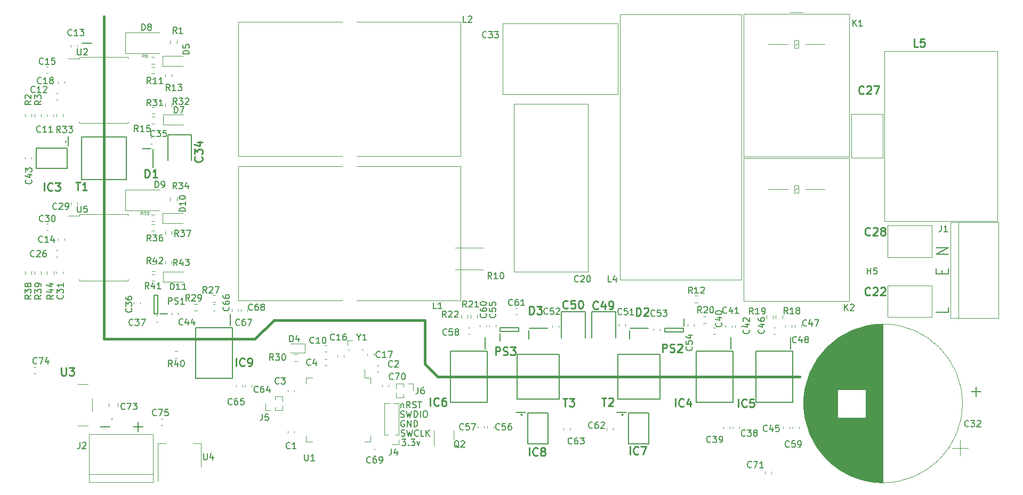
<source format=gbr>
%TF.GenerationSoftware,KiCad,Pcbnew,(6.0.9)*%
%TF.CreationDate,2023-03-15T23:45:40+00:00*%
%TF.ProjectId,GTI_V5,4754495f-5635-42e6-9b69-6361645f7063,rev?*%
%TF.SameCoordinates,Original*%
%TF.FileFunction,Legend,Top*%
%TF.FilePolarity,Positive*%
%FSLAX46Y46*%
G04 Gerber Fmt 4.6, Leading zero omitted, Abs format (unit mm)*
G04 Created by KiCad (PCBNEW (6.0.9)) date 2023-03-15 23:45:40*
%MOMM*%
%LPD*%
G01*
G04 APERTURE LIST*
%ADD10C,0.150000*%
%ADD11C,0.400000*%
%ADD12C,0.254000*%
%ADD13C,0.100000*%
%ADD14C,0.120000*%
%ADD15C,0.200000*%
%ADD16C,0.070000*%
G04 APERTURE END LIST*
D10*
X196107142Y-91625000D02*
X196107142Y-91041666D01*
X197154761Y-90791666D02*
X197154761Y-91625000D01*
X195154761Y-91625000D01*
X195154761Y-90791666D01*
X197154761Y-88500000D02*
X195154761Y-88500000D01*
X197154761Y-87500000D01*
X195154761Y-87500000D01*
X197154761Y-96958333D02*
X197154761Y-97791666D01*
X195154761Y-97791666D01*
D11*
X87000000Y-102000000D02*
X90000000Y-99000000D01*
X90000000Y-99000000D02*
X114000000Y-99000000D01*
X116000000Y-108000000D02*
X173510000Y-108000000D01*
X63000000Y-102000000D02*
X63000000Y-50750000D01*
X63000000Y-102000000D02*
X87000000Y-102000000D01*
X114000000Y-99000000D02*
X114000000Y-106000000D01*
X114000000Y-106000000D02*
X116000000Y-108000000D01*
D10*
X110321428Y-117952380D02*
X110940476Y-117952380D01*
X110607142Y-118333333D01*
X110750000Y-118333333D01*
X110845238Y-118380952D01*
X110892857Y-118428571D01*
X110940476Y-118523809D01*
X110940476Y-118761904D01*
X110892857Y-118857142D01*
X110845238Y-118904761D01*
X110750000Y-118952380D01*
X110464285Y-118952380D01*
X110369047Y-118904761D01*
X110321428Y-118857142D01*
X111369047Y-118857142D02*
X111416666Y-118904761D01*
X111369047Y-118952380D01*
X111321428Y-118904761D01*
X111369047Y-118857142D01*
X111369047Y-118952380D01*
X111750000Y-117952380D02*
X112369047Y-117952380D01*
X112035714Y-118333333D01*
X112178571Y-118333333D01*
X112273809Y-118380952D01*
X112321428Y-118428571D01*
X112369047Y-118523809D01*
X112369047Y-118761904D01*
X112321428Y-118857142D01*
X112273809Y-118904761D01*
X112178571Y-118952380D01*
X111892857Y-118952380D01*
X111797619Y-118904761D01*
X111750000Y-118857142D01*
X112702380Y-118285714D02*
X112940476Y-118952380D01*
X113178571Y-118285714D01*
X62438095Y-115942857D02*
X63961904Y-115942857D01*
X67638095Y-115942857D02*
X69161904Y-115942857D01*
X68400000Y-116704761D02*
X68400000Y-115180952D01*
X59538095Y-55047857D02*
X61061904Y-55047857D01*
X110178571Y-112285714D02*
X110178571Y-112952380D01*
X110178571Y-112380952D02*
X110226190Y-112333333D01*
X110321428Y-112285714D01*
X110464285Y-112285714D01*
X110559523Y-112333333D01*
X110607142Y-112428571D01*
X110607142Y-112952380D01*
X111654761Y-112952380D02*
X111321428Y-112476190D01*
X111083333Y-112952380D02*
X111083333Y-111952380D01*
X111464285Y-111952380D01*
X111559523Y-112000000D01*
X111607142Y-112047619D01*
X111654761Y-112142857D01*
X111654761Y-112285714D01*
X111607142Y-112380952D01*
X111559523Y-112428571D01*
X111464285Y-112476190D01*
X111083333Y-112476190D01*
X112035714Y-112904761D02*
X112178571Y-112952380D01*
X112416666Y-112952380D01*
X112511904Y-112904761D01*
X112559523Y-112857142D01*
X112607142Y-112761904D01*
X112607142Y-112666666D01*
X112559523Y-112571428D01*
X112511904Y-112523809D01*
X112416666Y-112476190D01*
X112226190Y-112428571D01*
X112130952Y-112380952D01*
X112083333Y-112333333D01*
X112035714Y-112238095D01*
X112035714Y-112142857D01*
X112083333Y-112047619D01*
X112130952Y-112000000D01*
X112226190Y-111952380D01*
X112464285Y-111952380D01*
X112607142Y-112000000D01*
X112892857Y-111952380D02*
X113464285Y-111952380D01*
X113178571Y-112952380D02*
X113178571Y-111952380D01*
X110130952Y-114404761D02*
X110273809Y-114452380D01*
X110511904Y-114452380D01*
X110607142Y-114404761D01*
X110654761Y-114357142D01*
X110702380Y-114261904D01*
X110702380Y-114166666D01*
X110654761Y-114071428D01*
X110607142Y-114023809D01*
X110511904Y-113976190D01*
X110321428Y-113928571D01*
X110226190Y-113880952D01*
X110178571Y-113833333D01*
X110130952Y-113738095D01*
X110130952Y-113642857D01*
X110178571Y-113547619D01*
X110226190Y-113500000D01*
X110321428Y-113452380D01*
X110559523Y-113452380D01*
X110702380Y-113500000D01*
X111035714Y-113452380D02*
X111273809Y-114452380D01*
X111464285Y-113738095D01*
X111654761Y-114452380D01*
X111892857Y-113452380D01*
X112273809Y-114452380D02*
X112273809Y-113452380D01*
X112511904Y-113452380D01*
X112654761Y-113500000D01*
X112750000Y-113595238D01*
X112797619Y-113690476D01*
X112845238Y-113880952D01*
X112845238Y-114023809D01*
X112797619Y-114214285D01*
X112750000Y-114309523D01*
X112654761Y-114404761D01*
X112511904Y-114452380D01*
X112273809Y-114452380D01*
X113273809Y-114452380D02*
X113273809Y-113452380D01*
X113940476Y-113452380D02*
X114130952Y-113452380D01*
X114226190Y-113500000D01*
X114321428Y-113595238D01*
X114369047Y-113785714D01*
X114369047Y-114119047D01*
X114321428Y-114309523D01*
X114226190Y-114404761D01*
X114130952Y-114452380D01*
X113940476Y-114452380D01*
X113845238Y-114404761D01*
X113750000Y-114309523D01*
X113702380Y-114119047D01*
X113702380Y-113785714D01*
X113750000Y-113595238D01*
X113845238Y-113500000D01*
X113940476Y-113452380D01*
X110738095Y-115000000D02*
X110642857Y-114952380D01*
X110500000Y-114952380D01*
X110357142Y-115000000D01*
X110261904Y-115095238D01*
X110214285Y-115190476D01*
X110166666Y-115380952D01*
X110166666Y-115523809D01*
X110214285Y-115714285D01*
X110261904Y-115809523D01*
X110357142Y-115904761D01*
X110500000Y-115952380D01*
X110595238Y-115952380D01*
X110738095Y-115904761D01*
X110785714Y-115857142D01*
X110785714Y-115523809D01*
X110595238Y-115523809D01*
X111214285Y-115952380D02*
X111214285Y-114952380D01*
X111785714Y-115952380D01*
X111785714Y-114952380D01*
X112261904Y-115952380D02*
X112261904Y-114952380D01*
X112500000Y-114952380D01*
X112642857Y-115000000D01*
X112738095Y-115095238D01*
X112785714Y-115190476D01*
X112833333Y-115380952D01*
X112833333Y-115523809D01*
X112785714Y-115714285D01*
X112738095Y-115809523D01*
X112642857Y-115904761D01*
X112500000Y-115952380D01*
X112261904Y-115952380D01*
X110238095Y-117404761D02*
X110380952Y-117452380D01*
X110619047Y-117452380D01*
X110714285Y-117404761D01*
X110761904Y-117357142D01*
X110809523Y-117261904D01*
X110809523Y-117166666D01*
X110761904Y-117071428D01*
X110714285Y-117023809D01*
X110619047Y-116976190D01*
X110428571Y-116928571D01*
X110333333Y-116880952D01*
X110285714Y-116833333D01*
X110238095Y-116738095D01*
X110238095Y-116642857D01*
X110285714Y-116547619D01*
X110333333Y-116500000D01*
X110428571Y-116452380D01*
X110666666Y-116452380D01*
X110809523Y-116500000D01*
X111142857Y-116452380D02*
X111380952Y-117452380D01*
X111571428Y-116738095D01*
X111761904Y-117452380D01*
X112000000Y-116452380D01*
X112952380Y-117357142D02*
X112904761Y-117404761D01*
X112761904Y-117452380D01*
X112666666Y-117452380D01*
X112523809Y-117404761D01*
X112428571Y-117309523D01*
X112380952Y-117214285D01*
X112333333Y-117023809D01*
X112333333Y-116880952D01*
X112380952Y-116690476D01*
X112428571Y-116595238D01*
X112523809Y-116500000D01*
X112666666Y-116452380D01*
X112761904Y-116452380D01*
X112904761Y-116500000D01*
X112952380Y-116547619D01*
X113857142Y-117452380D02*
X113380952Y-117452380D01*
X113380952Y-116452380D01*
X114190476Y-117452380D02*
X114190476Y-116452380D01*
X114761904Y-117452380D02*
X114333333Y-116880952D01*
X114761904Y-116452380D02*
X114190476Y-117023809D01*
X200738095Y-110392857D02*
X202261904Y-110392857D01*
X201500000Y-111154761D02*
X201500000Y-109630952D01*
%TO.C,C44*%
X75539405Y-99692625D02*
X75491786Y-99740244D01*
X75348929Y-99787863D01*
X75253691Y-99787863D01*
X75110834Y-99740244D01*
X75015596Y-99645006D01*
X74967977Y-99549768D01*
X74920358Y-99359292D01*
X74920358Y-99216435D01*
X74967977Y-99025959D01*
X75015596Y-98930721D01*
X75110834Y-98835483D01*
X75253691Y-98787863D01*
X75348929Y-98787863D01*
X75491786Y-98835483D01*
X75539405Y-98883102D01*
X76396548Y-99121197D02*
X76396548Y-99787863D01*
X76158453Y-98740244D02*
X75920358Y-99454530D01*
X76539405Y-99454530D01*
X77348929Y-99121197D02*
X77348929Y-99787863D01*
X77110834Y-98740244D02*
X76872739Y-99454530D01*
X77491786Y-99454530D01*
%TO.C,H5*%
X184238095Y-91702380D02*
X184238095Y-90702380D01*
X184238095Y-91178571D02*
X184809523Y-91178571D01*
X184809523Y-91702380D02*
X184809523Y-90702380D01*
X185761904Y-90702380D02*
X185285714Y-90702380D01*
X185238095Y-91178571D01*
X185285714Y-91130952D01*
X185380952Y-91083333D01*
X185619047Y-91083333D01*
X185714285Y-91130952D01*
X185761904Y-91178571D01*
X185809523Y-91273809D01*
X185809523Y-91511904D01*
X185761904Y-91607142D01*
X185714285Y-91654761D01*
X185619047Y-91702380D01*
X185380952Y-91702380D01*
X185285714Y-91654761D01*
X185238095Y-91607142D01*
D12*
%TO.C,T1*%
X58532380Y-77104523D02*
X59258095Y-77104523D01*
X58895238Y-78374523D02*
X58895238Y-77104523D01*
X60346666Y-78374523D02*
X59620952Y-78374523D01*
X59983809Y-78374523D02*
X59983809Y-77104523D01*
X59862857Y-77285952D01*
X59741904Y-77406904D01*
X59620952Y-77467380D01*
D10*
%TO.C,C20*%
X138357142Y-92857142D02*
X138309523Y-92904761D01*
X138166666Y-92952380D01*
X138071428Y-92952380D01*
X137928571Y-92904761D01*
X137833333Y-92809523D01*
X137785714Y-92714285D01*
X137738095Y-92523809D01*
X137738095Y-92380952D01*
X137785714Y-92190476D01*
X137833333Y-92095238D01*
X137928571Y-92000000D01*
X138071428Y-91952380D01*
X138166666Y-91952380D01*
X138309523Y-92000000D01*
X138357142Y-92047619D01*
X138738095Y-92047619D02*
X138785714Y-92000000D01*
X138880952Y-91952380D01*
X139119047Y-91952380D01*
X139214285Y-92000000D01*
X139261904Y-92047619D01*
X139309523Y-92142857D01*
X139309523Y-92238095D01*
X139261904Y-92380952D01*
X138690476Y-92952380D01*
X139309523Y-92952380D01*
X139928571Y-91952380D02*
X140023809Y-91952380D01*
X140119047Y-92000000D01*
X140166666Y-92047619D01*
X140214285Y-92142857D01*
X140261904Y-92333333D01*
X140261904Y-92571428D01*
X140214285Y-92761904D01*
X140166666Y-92857142D01*
X140119047Y-92904761D01*
X140023809Y-92952380D01*
X139928571Y-92952380D01*
X139833333Y-92904761D01*
X139785714Y-92857142D01*
X139738095Y-92761904D01*
X139690476Y-92571428D01*
X139690476Y-92333333D01*
X139738095Y-92142857D01*
X139785714Y-92047619D01*
X139833333Y-92000000D01*
X139928571Y-91952380D01*
D12*
%TO.C,C27*%
X183683571Y-62953571D02*
X183623095Y-63014047D01*
X183441666Y-63074523D01*
X183320714Y-63074523D01*
X183139285Y-63014047D01*
X183018333Y-62893095D01*
X182957857Y-62772142D01*
X182897380Y-62530238D01*
X182897380Y-62348809D01*
X182957857Y-62106904D01*
X183018333Y-61985952D01*
X183139285Y-61865000D01*
X183320714Y-61804523D01*
X183441666Y-61804523D01*
X183623095Y-61865000D01*
X183683571Y-61925476D01*
X184167380Y-61925476D02*
X184227857Y-61865000D01*
X184348809Y-61804523D01*
X184651190Y-61804523D01*
X184772142Y-61865000D01*
X184832619Y-61925476D01*
X184893095Y-62046428D01*
X184893095Y-62167380D01*
X184832619Y-62348809D01*
X184106904Y-63074523D01*
X184893095Y-63074523D01*
X185316428Y-61804523D02*
X186163095Y-61804523D01*
X185618809Y-63074523D01*
%TO.C,L5*%
X192288333Y-55574523D02*
X191683571Y-55574523D01*
X191683571Y-54304523D01*
X193316428Y-54304523D02*
X192711666Y-54304523D01*
X192651190Y-54909285D01*
X192711666Y-54848809D01*
X192832619Y-54788333D01*
X193135000Y-54788333D01*
X193255952Y-54848809D01*
X193316428Y-54909285D01*
X193376904Y-55030238D01*
X193376904Y-55332619D01*
X193316428Y-55453571D01*
X193255952Y-55514047D01*
X193135000Y-55574523D01*
X192832619Y-55574523D01*
X192711666Y-55514047D01*
X192651190Y-55453571D01*
D10*
%TO.C,K1*%
X181961904Y-52302380D02*
X181961904Y-51302380D01*
X182533333Y-52302380D02*
X182104761Y-51730952D01*
X182533333Y-51302380D02*
X181961904Y-51873809D01*
X183485714Y-52302380D02*
X182914285Y-52302380D01*
X183200000Y-52302380D02*
X183200000Y-51302380D01*
X183104761Y-51445238D01*
X183009523Y-51540476D01*
X182914285Y-51588095D01*
D12*
%TO.C,C22*%
X184683571Y-94953571D02*
X184623095Y-95014047D01*
X184441666Y-95074523D01*
X184320714Y-95074523D01*
X184139285Y-95014047D01*
X184018333Y-94893095D01*
X183957857Y-94772142D01*
X183897380Y-94530238D01*
X183897380Y-94348809D01*
X183957857Y-94106904D01*
X184018333Y-93985952D01*
X184139285Y-93865000D01*
X184320714Y-93804523D01*
X184441666Y-93804523D01*
X184623095Y-93865000D01*
X184683571Y-93925476D01*
X185167380Y-93925476D02*
X185227857Y-93865000D01*
X185348809Y-93804523D01*
X185651190Y-93804523D01*
X185772142Y-93865000D01*
X185832619Y-93925476D01*
X185893095Y-94046428D01*
X185893095Y-94167380D01*
X185832619Y-94348809D01*
X185106904Y-95074523D01*
X185893095Y-95074523D01*
X186376904Y-93925476D02*
X186437380Y-93865000D01*
X186558333Y-93804523D01*
X186860714Y-93804523D01*
X186981666Y-93865000D01*
X187042142Y-93925476D01*
X187102619Y-94046428D01*
X187102619Y-94167380D01*
X187042142Y-94348809D01*
X186316428Y-95074523D01*
X187102619Y-95074523D01*
D10*
%TO.C,C32*%
X200357142Y-115857142D02*
X200309523Y-115904761D01*
X200166666Y-115952380D01*
X200071428Y-115952380D01*
X199928571Y-115904761D01*
X199833333Y-115809523D01*
X199785714Y-115714285D01*
X199738095Y-115523809D01*
X199738095Y-115380952D01*
X199785714Y-115190476D01*
X199833333Y-115095238D01*
X199928571Y-115000000D01*
X200071428Y-114952380D01*
X200166666Y-114952380D01*
X200309523Y-115000000D01*
X200357142Y-115047619D01*
X200690476Y-114952380D02*
X201309523Y-114952380D01*
X200976190Y-115333333D01*
X201119047Y-115333333D01*
X201214285Y-115380952D01*
X201261904Y-115428571D01*
X201309523Y-115523809D01*
X201309523Y-115761904D01*
X201261904Y-115857142D01*
X201214285Y-115904761D01*
X201119047Y-115952380D01*
X200833333Y-115952380D01*
X200738095Y-115904761D01*
X200690476Y-115857142D01*
X201690476Y-115047619D02*
X201738095Y-115000000D01*
X201833333Y-114952380D01*
X202071428Y-114952380D01*
X202166666Y-115000000D01*
X202214285Y-115047619D01*
X202261904Y-115142857D01*
X202261904Y-115238095D01*
X202214285Y-115380952D01*
X201642857Y-115952380D01*
X202261904Y-115952380D01*
D12*
%TO.C,PS3*%
X125207857Y-104574523D02*
X125207857Y-103304523D01*
X125691666Y-103304523D01*
X125812619Y-103365000D01*
X125873095Y-103425476D01*
X125933571Y-103546428D01*
X125933571Y-103727857D01*
X125873095Y-103848809D01*
X125812619Y-103909285D01*
X125691666Y-103969761D01*
X125207857Y-103969761D01*
X126417380Y-104514047D02*
X126598809Y-104574523D01*
X126901190Y-104574523D01*
X127022142Y-104514047D01*
X127082619Y-104453571D01*
X127143095Y-104332619D01*
X127143095Y-104211666D01*
X127082619Y-104090714D01*
X127022142Y-104030238D01*
X126901190Y-103969761D01*
X126659285Y-103909285D01*
X126538333Y-103848809D01*
X126477857Y-103788333D01*
X126417380Y-103667380D01*
X126417380Y-103546428D01*
X126477857Y-103425476D01*
X126538333Y-103365000D01*
X126659285Y-103304523D01*
X126961666Y-103304523D01*
X127143095Y-103365000D01*
X127566428Y-103304523D02*
X128352619Y-103304523D01*
X127929285Y-103788333D01*
X128110714Y-103788333D01*
X128231666Y-103848809D01*
X128292142Y-103909285D01*
X128352619Y-104030238D01*
X128352619Y-104332619D01*
X128292142Y-104453571D01*
X128231666Y-104514047D01*
X128110714Y-104574523D01*
X127747857Y-104574523D01*
X127626904Y-104514047D01*
X127566428Y-104453571D01*
D10*
%TO.C,R43*%
X74657142Y-90352380D02*
X74323809Y-89876190D01*
X74085714Y-90352380D02*
X74085714Y-89352380D01*
X74466666Y-89352380D01*
X74561904Y-89400000D01*
X74609523Y-89447619D01*
X74657142Y-89542857D01*
X74657142Y-89685714D01*
X74609523Y-89780952D01*
X74561904Y-89828571D01*
X74466666Y-89876190D01*
X74085714Y-89876190D01*
X75514285Y-89685714D02*
X75514285Y-90352380D01*
X75276190Y-89304761D02*
X75038095Y-90019047D01*
X75657142Y-90019047D01*
X75942857Y-89352380D02*
X76561904Y-89352380D01*
X76228571Y-89733333D01*
X76371428Y-89733333D01*
X76466666Y-89780952D01*
X76514285Y-89828571D01*
X76561904Y-89923809D01*
X76561904Y-90161904D01*
X76514285Y-90257142D01*
X76466666Y-90304761D01*
X76371428Y-90352380D01*
X76085714Y-90352380D01*
X75990476Y-90304761D01*
X75942857Y-90257142D01*
%TO.C,C45*%
X168357142Y-116607142D02*
X168309523Y-116654761D01*
X168166666Y-116702380D01*
X168071428Y-116702380D01*
X167928571Y-116654761D01*
X167833333Y-116559523D01*
X167785714Y-116464285D01*
X167738095Y-116273809D01*
X167738095Y-116130952D01*
X167785714Y-115940476D01*
X167833333Y-115845238D01*
X167928571Y-115750000D01*
X168071428Y-115702380D01*
X168166666Y-115702380D01*
X168309523Y-115750000D01*
X168357142Y-115797619D01*
X169214285Y-116035714D02*
X169214285Y-116702380D01*
X168976190Y-115654761D02*
X168738095Y-116369047D01*
X169357142Y-116369047D01*
X170214285Y-115702380D02*
X169738095Y-115702380D01*
X169690476Y-116178571D01*
X169738095Y-116130952D01*
X169833333Y-116083333D01*
X170071428Y-116083333D01*
X170166666Y-116130952D01*
X170214285Y-116178571D01*
X170261904Y-116273809D01*
X170261904Y-116511904D01*
X170214285Y-116607142D01*
X170166666Y-116654761D01*
X170071428Y-116702380D01*
X169833333Y-116702380D01*
X169738095Y-116654761D01*
X169690476Y-116607142D01*
%TO.C,C17*%
X106857142Y-104857142D02*
X106809523Y-104904761D01*
X106666666Y-104952380D01*
X106571428Y-104952380D01*
X106428571Y-104904761D01*
X106333333Y-104809523D01*
X106285714Y-104714285D01*
X106238095Y-104523809D01*
X106238095Y-104380952D01*
X106285714Y-104190476D01*
X106333333Y-104095238D01*
X106428571Y-104000000D01*
X106571428Y-103952380D01*
X106666666Y-103952380D01*
X106809523Y-104000000D01*
X106857142Y-104047619D01*
X107809523Y-104952380D02*
X107238095Y-104952380D01*
X107523809Y-104952380D02*
X107523809Y-103952380D01*
X107428571Y-104095238D01*
X107333333Y-104190476D01*
X107238095Y-104238095D01*
X108142857Y-103952380D02*
X108809523Y-103952380D01*
X108380952Y-104952380D01*
%TO.C,U4*%
X78838095Y-120202380D02*
X78838095Y-121011904D01*
X78885714Y-121107142D01*
X78933333Y-121154761D01*
X79028571Y-121202380D01*
X79219047Y-121202380D01*
X79314285Y-121154761D01*
X79361904Y-121107142D01*
X79409523Y-121011904D01*
X79409523Y-120202380D01*
X80314285Y-120535714D02*
X80314285Y-121202380D01*
X80076190Y-120154761D02*
X79838095Y-120869047D01*
X80457142Y-120869047D01*
D12*
%TO.C,IC7*%
X146560238Y-120374523D02*
X146560238Y-119104523D01*
X147890714Y-120253571D02*
X147830238Y-120314047D01*
X147648809Y-120374523D01*
X147527857Y-120374523D01*
X147346428Y-120314047D01*
X147225476Y-120193095D01*
X147165000Y-120072142D01*
X147104523Y-119830238D01*
X147104523Y-119648809D01*
X147165000Y-119406904D01*
X147225476Y-119285952D01*
X147346428Y-119165000D01*
X147527857Y-119104523D01*
X147648809Y-119104523D01*
X147830238Y-119165000D01*
X147890714Y-119225476D01*
X148314047Y-119104523D02*
X149160714Y-119104523D01*
X148616428Y-120374523D01*
D10*
%TO.C,C40*%
X161057142Y-99442857D02*
X161104761Y-99490476D01*
X161152380Y-99633333D01*
X161152380Y-99728571D01*
X161104761Y-99871428D01*
X161009523Y-99966666D01*
X160914285Y-100014285D01*
X160723809Y-100061904D01*
X160580952Y-100061904D01*
X160390476Y-100014285D01*
X160295238Y-99966666D01*
X160200000Y-99871428D01*
X160152380Y-99728571D01*
X160152380Y-99633333D01*
X160200000Y-99490476D01*
X160247619Y-99442857D01*
X160485714Y-98585714D02*
X161152380Y-98585714D01*
X160104761Y-98823809D02*
X160819047Y-99061904D01*
X160819047Y-98442857D01*
X160152380Y-97871428D02*
X160152380Y-97776190D01*
X160200000Y-97680952D01*
X160247619Y-97633333D01*
X160342857Y-97585714D01*
X160533333Y-97538095D01*
X160771428Y-97538095D01*
X160961904Y-97585714D01*
X161057142Y-97633333D01*
X161104761Y-97680952D01*
X161152380Y-97776190D01*
X161152380Y-97871428D01*
X161104761Y-97966666D01*
X161057142Y-98014285D01*
X160961904Y-98061904D01*
X160771428Y-98109523D01*
X160533333Y-98109523D01*
X160342857Y-98061904D01*
X160247619Y-98014285D01*
X160200000Y-97966666D01*
X160152380Y-97871428D01*
%TO.C,C4*%
X95833333Y-106107142D02*
X95785714Y-106154761D01*
X95642857Y-106202380D01*
X95547619Y-106202380D01*
X95404761Y-106154761D01*
X95309523Y-106059523D01*
X95261904Y-105964285D01*
X95214285Y-105773809D01*
X95214285Y-105630952D01*
X95261904Y-105440476D01*
X95309523Y-105345238D01*
X95404761Y-105250000D01*
X95547619Y-105202380D01*
X95642857Y-105202380D01*
X95785714Y-105250000D01*
X95833333Y-105297619D01*
X96690476Y-105535714D02*
X96690476Y-106202380D01*
X96452380Y-105154761D02*
X96214285Y-105869047D01*
X96833333Y-105869047D01*
%TO.C,C11*%
X52957142Y-69057142D02*
X52909523Y-69104761D01*
X52766666Y-69152380D01*
X52671428Y-69152380D01*
X52528571Y-69104761D01*
X52433333Y-69009523D01*
X52385714Y-68914285D01*
X52338095Y-68723809D01*
X52338095Y-68580952D01*
X52385714Y-68390476D01*
X52433333Y-68295238D01*
X52528571Y-68200000D01*
X52671428Y-68152380D01*
X52766666Y-68152380D01*
X52909523Y-68200000D01*
X52957142Y-68247619D01*
X53909523Y-69152380D02*
X53338095Y-69152380D01*
X53623809Y-69152380D02*
X53623809Y-68152380D01*
X53528571Y-68295238D01*
X53433333Y-68390476D01*
X53338095Y-68438095D01*
X54861904Y-69152380D02*
X54290476Y-69152380D01*
X54576190Y-69152380D02*
X54576190Y-68152380D01*
X54480952Y-68295238D01*
X54385714Y-68390476D01*
X54290476Y-68438095D01*
%TO.C,R29*%
X76607142Y-95952380D02*
X76273809Y-95476190D01*
X76035714Y-95952380D02*
X76035714Y-94952380D01*
X76416666Y-94952380D01*
X76511904Y-95000000D01*
X76559523Y-95047619D01*
X76607142Y-95142857D01*
X76607142Y-95285714D01*
X76559523Y-95380952D01*
X76511904Y-95428571D01*
X76416666Y-95476190D01*
X76035714Y-95476190D01*
X76988095Y-95047619D02*
X77035714Y-95000000D01*
X77130952Y-94952380D01*
X77369047Y-94952380D01*
X77464285Y-95000000D01*
X77511904Y-95047619D01*
X77559523Y-95142857D01*
X77559523Y-95238095D01*
X77511904Y-95380952D01*
X76940476Y-95952380D01*
X77559523Y-95952380D01*
X78035714Y-95952380D02*
X78226190Y-95952380D01*
X78321428Y-95904761D01*
X78369047Y-95857142D01*
X78464285Y-95714285D01*
X78511904Y-95523809D01*
X78511904Y-95142857D01*
X78464285Y-95047619D01*
X78416666Y-95000000D01*
X78321428Y-94952380D01*
X78130952Y-94952380D01*
X78035714Y-95000000D01*
X77988095Y-95047619D01*
X77940476Y-95142857D01*
X77940476Y-95380952D01*
X77988095Y-95476190D01*
X78035714Y-95523809D01*
X78130952Y-95571428D01*
X78321428Y-95571428D01*
X78416666Y-95523809D01*
X78464285Y-95476190D01*
X78511904Y-95380952D01*
D12*
%TO.C,T3*%
X135882380Y-111454523D02*
X136608095Y-111454523D01*
X136245238Y-112724523D02*
X136245238Y-111454523D01*
X136910476Y-111454523D02*
X137696666Y-111454523D01*
X137273333Y-111938333D01*
X137454761Y-111938333D01*
X137575714Y-111998809D01*
X137636190Y-112059285D01*
X137696666Y-112180238D01*
X137696666Y-112482619D01*
X137636190Y-112603571D01*
X137575714Y-112664047D01*
X137454761Y-112724523D01*
X137091904Y-112724523D01*
X136970952Y-112664047D01*
X136910476Y-112603571D01*
%TO.C,D3*%
X130612619Y-98074523D02*
X130612619Y-96804523D01*
X130915000Y-96804523D01*
X131096428Y-96865000D01*
X131217380Y-96985952D01*
X131277857Y-97106904D01*
X131338333Y-97348809D01*
X131338333Y-97530238D01*
X131277857Y-97772142D01*
X131217380Y-97893095D01*
X131096428Y-98014047D01*
X130915000Y-98074523D01*
X130612619Y-98074523D01*
X131761666Y-96804523D02*
X132547857Y-96804523D01*
X132124523Y-97288333D01*
X132305952Y-97288333D01*
X132426904Y-97348809D01*
X132487380Y-97409285D01*
X132547857Y-97530238D01*
X132547857Y-97832619D01*
X132487380Y-97953571D01*
X132426904Y-98014047D01*
X132305952Y-98074523D01*
X131943095Y-98074523D01*
X131822142Y-98014047D01*
X131761666Y-97953571D01*
D10*
%TO.C,L2*%
X120583333Y-51702380D02*
X120107142Y-51702380D01*
X120107142Y-50702380D01*
X120869047Y-50797619D02*
X120916666Y-50750000D01*
X121011904Y-50702380D01*
X121250000Y-50702380D01*
X121345238Y-50750000D01*
X121392857Y-50797619D01*
X121440476Y-50892857D01*
X121440476Y-50988095D01*
X121392857Y-51130952D01*
X120821428Y-51702380D01*
X121440476Y-51702380D01*
%TO.C,C15*%
X53357142Y-58257142D02*
X53309523Y-58304761D01*
X53166666Y-58352380D01*
X53071428Y-58352380D01*
X52928571Y-58304761D01*
X52833333Y-58209523D01*
X52785714Y-58114285D01*
X52738095Y-57923809D01*
X52738095Y-57780952D01*
X52785714Y-57590476D01*
X52833333Y-57495238D01*
X52928571Y-57400000D01*
X53071428Y-57352380D01*
X53166666Y-57352380D01*
X53309523Y-57400000D01*
X53357142Y-57447619D01*
X54309523Y-58352380D02*
X53738095Y-58352380D01*
X54023809Y-58352380D02*
X54023809Y-57352380D01*
X53928571Y-57495238D01*
X53833333Y-57590476D01*
X53738095Y-57638095D01*
X55214285Y-57352380D02*
X54738095Y-57352380D01*
X54690476Y-57828571D01*
X54738095Y-57780952D01*
X54833333Y-57733333D01*
X55071428Y-57733333D01*
X55166666Y-57780952D01*
X55214285Y-57828571D01*
X55261904Y-57923809D01*
X55261904Y-58161904D01*
X55214285Y-58257142D01*
X55166666Y-58304761D01*
X55071428Y-58352380D01*
X54833333Y-58352380D01*
X54738095Y-58304761D01*
X54690476Y-58257142D01*
D12*
%TO.C,PS2*%
X151707857Y-104074523D02*
X151707857Y-102804523D01*
X152191666Y-102804523D01*
X152312619Y-102865000D01*
X152373095Y-102925476D01*
X152433571Y-103046428D01*
X152433571Y-103227857D01*
X152373095Y-103348809D01*
X152312619Y-103409285D01*
X152191666Y-103469761D01*
X151707857Y-103469761D01*
X152917380Y-104014047D02*
X153098809Y-104074523D01*
X153401190Y-104074523D01*
X153522142Y-104014047D01*
X153582619Y-103953571D01*
X153643095Y-103832619D01*
X153643095Y-103711666D01*
X153582619Y-103590714D01*
X153522142Y-103530238D01*
X153401190Y-103469761D01*
X153159285Y-103409285D01*
X153038333Y-103348809D01*
X152977857Y-103288333D01*
X152917380Y-103167380D01*
X152917380Y-103046428D01*
X152977857Y-102925476D01*
X153038333Y-102865000D01*
X153159285Y-102804523D01*
X153461666Y-102804523D01*
X153643095Y-102865000D01*
X154126904Y-102925476D02*
X154187380Y-102865000D01*
X154308333Y-102804523D01*
X154610714Y-102804523D01*
X154731666Y-102865000D01*
X154792142Y-102925476D01*
X154852619Y-103046428D01*
X154852619Y-103167380D01*
X154792142Y-103348809D01*
X154066428Y-104074523D01*
X154852619Y-104074523D01*
%TO.C,U3*%
X56282380Y-106554523D02*
X56282380Y-107582619D01*
X56342857Y-107703571D01*
X56403333Y-107764047D01*
X56524285Y-107824523D01*
X56766190Y-107824523D01*
X56887142Y-107764047D01*
X56947619Y-107703571D01*
X57008095Y-107582619D01*
X57008095Y-106554523D01*
X57491904Y-106554523D02*
X58278095Y-106554523D01*
X57854761Y-107038333D01*
X58036190Y-107038333D01*
X58157142Y-107098809D01*
X58217619Y-107159285D01*
X58278095Y-107280238D01*
X58278095Y-107582619D01*
X58217619Y-107703571D01*
X58157142Y-107764047D01*
X58036190Y-107824523D01*
X57673333Y-107824523D01*
X57552380Y-107764047D01*
X57491904Y-107703571D01*
D10*
%TO.C,C41*%
X161929720Y-97836173D02*
X161882101Y-97883792D01*
X161739244Y-97931411D01*
X161644006Y-97931411D01*
X161501149Y-97883792D01*
X161405911Y-97788554D01*
X161358292Y-97693316D01*
X161310673Y-97502840D01*
X161310673Y-97359983D01*
X161358292Y-97169507D01*
X161405911Y-97074269D01*
X161501149Y-96979031D01*
X161644006Y-96931411D01*
X161739244Y-96931411D01*
X161882101Y-96979031D01*
X161929720Y-97026650D01*
X162786863Y-97264745D02*
X162786863Y-97931411D01*
X162548768Y-96883792D02*
X162310673Y-97598078D01*
X162929720Y-97598078D01*
X163834482Y-97931411D02*
X163263054Y-97931411D01*
X163548768Y-97931411D02*
X163548768Y-96931411D01*
X163453530Y-97074269D01*
X163358292Y-97169507D01*
X163263054Y-97217126D01*
%TO.C,C13*%
X57907142Y-53707142D02*
X57859523Y-53754761D01*
X57716666Y-53802380D01*
X57621428Y-53802380D01*
X57478571Y-53754761D01*
X57383333Y-53659523D01*
X57335714Y-53564285D01*
X57288095Y-53373809D01*
X57288095Y-53230952D01*
X57335714Y-53040476D01*
X57383333Y-52945238D01*
X57478571Y-52850000D01*
X57621428Y-52802380D01*
X57716666Y-52802380D01*
X57859523Y-52850000D01*
X57907142Y-52897619D01*
X58859523Y-53802380D02*
X58288095Y-53802380D01*
X58573809Y-53802380D02*
X58573809Y-52802380D01*
X58478571Y-52945238D01*
X58383333Y-53040476D01*
X58288095Y-53088095D01*
X59192857Y-52802380D02*
X59811904Y-52802380D01*
X59478571Y-53183333D01*
X59621428Y-53183333D01*
X59716666Y-53230952D01*
X59764285Y-53278571D01*
X59811904Y-53373809D01*
X59811904Y-53611904D01*
X59764285Y-53707142D01*
X59716666Y-53754761D01*
X59621428Y-53802380D01*
X59335714Y-53802380D01*
X59240476Y-53754761D01*
X59192857Y-53707142D01*
%TO.C,C69*%
X105357142Y-121607142D02*
X105309523Y-121654761D01*
X105166666Y-121702380D01*
X105071428Y-121702380D01*
X104928571Y-121654761D01*
X104833333Y-121559523D01*
X104785714Y-121464285D01*
X104738095Y-121273809D01*
X104738095Y-121130952D01*
X104785714Y-120940476D01*
X104833333Y-120845238D01*
X104928571Y-120750000D01*
X105071428Y-120702380D01*
X105166666Y-120702380D01*
X105309523Y-120750000D01*
X105357142Y-120797619D01*
X106214285Y-120702380D02*
X106023809Y-120702380D01*
X105928571Y-120750000D01*
X105880952Y-120797619D01*
X105785714Y-120940476D01*
X105738095Y-121130952D01*
X105738095Y-121511904D01*
X105785714Y-121607142D01*
X105833333Y-121654761D01*
X105928571Y-121702380D01*
X106119047Y-121702380D01*
X106214285Y-121654761D01*
X106261904Y-121607142D01*
X106309523Y-121511904D01*
X106309523Y-121273809D01*
X106261904Y-121178571D01*
X106214285Y-121130952D01*
X106119047Y-121083333D01*
X105928571Y-121083333D01*
X105833333Y-121130952D01*
X105785714Y-121178571D01*
X105738095Y-121273809D01*
X106785714Y-121702380D02*
X106976190Y-121702380D01*
X107071428Y-121654761D01*
X107119047Y-121607142D01*
X107214285Y-121464285D01*
X107261904Y-121273809D01*
X107261904Y-120892857D01*
X107214285Y-120797619D01*
X107166666Y-120750000D01*
X107071428Y-120702380D01*
X106880952Y-120702380D01*
X106785714Y-120750000D01*
X106738095Y-120797619D01*
X106690476Y-120892857D01*
X106690476Y-121130952D01*
X106738095Y-121226190D01*
X106785714Y-121273809D01*
X106880952Y-121321428D01*
X107071428Y-121321428D01*
X107166666Y-121273809D01*
X107214285Y-121226190D01*
X107261904Y-121130952D01*
%TO.C,C42*%
X165432939Y-100555759D02*
X165480558Y-100603378D01*
X165528177Y-100746235D01*
X165528177Y-100841473D01*
X165480558Y-100984330D01*
X165385320Y-101079568D01*
X165290082Y-101127187D01*
X165099606Y-101174806D01*
X164956749Y-101174806D01*
X164766273Y-101127187D01*
X164671035Y-101079568D01*
X164575797Y-100984330D01*
X164528177Y-100841473D01*
X164528177Y-100746235D01*
X164575797Y-100603378D01*
X164623416Y-100555759D01*
X164861511Y-99698616D02*
X165528177Y-99698616D01*
X164480558Y-99936711D02*
X165194844Y-100174806D01*
X165194844Y-99555759D01*
X164623416Y-99222425D02*
X164575797Y-99174806D01*
X164528177Y-99079568D01*
X164528177Y-98841473D01*
X164575797Y-98746235D01*
X164623416Y-98698616D01*
X164718654Y-98650997D01*
X164813892Y-98650997D01*
X164956749Y-98698616D01*
X165528177Y-99270044D01*
X165528177Y-98650997D01*
D12*
%TO.C,C49*%
X141483571Y-97153571D02*
X141423095Y-97214047D01*
X141241666Y-97274523D01*
X141120714Y-97274523D01*
X140939285Y-97214047D01*
X140818333Y-97093095D01*
X140757857Y-96972142D01*
X140697380Y-96730238D01*
X140697380Y-96548809D01*
X140757857Y-96306904D01*
X140818333Y-96185952D01*
X140939285Y-96065000D01*
X141120714Y-96004523D01*
X141241666Y-96004523D01*
X141423095Y-96065000D01*
X141483571Y-96125476D01*
X142572142Y-96427857D02*
X142572142Y-97274523D01*
X142269761Y-95944047D02*
X141967380Y-96851190D01*
X142753571Y-96851190D01*
X143297857Y-97274523D02*
X143539761Y-97274523D01*
X143660714Y-97214047D01*
X143721190Y-97153571D01*
X143842142Y-96972142D01*
X143902619Y-96730238D01*
X143902619Y-96246428D01*
X143842142Y-96125476D01*
X143781666Y-96065000D01*
X143660714Y-96004523D01*
X143418809Y-96004523D01*
X143297857Y-96065000D01*
X143237380Y-96125476D01*
X143176904Y-96246428D01*
X143176904Y-96548809D01*
X143237380Y-96669761D01*
X143297857Y-96730238D01*
X143418809Y-96790714D01*
X143660714Y-96790714D01*
X143781666Y-96730238D01*
X143842142Y-96669761D01*
X143902619Y-96548809D01*
D10*
%TO.C,J6*%
X112916666Y-109702380D02*
X112916666Y-110416666D01*
X112869047Y-110559523D01*
X112773809Y-110654761D01*
X112630952Y-110702380D01*
X112535714Y-110702380D01*
X113821428Y-109702380D02*
X113630952Y-109702380D01*
X113535714Y-109750000D01*
X113488095Y-109797619D01*
X113392857Y-109940476D01*
X113345238Y-110130952D01*
X113345238Y-110511904D01*
X113392857Y-110607142D01*
X113440476Y-110654761D01*
X113535714Y-110702380D01*
X113726190Y-110702380D01*
X113821428Y-110654761D01*
X113869047Y-110607142D01*
X113916666Y-110511904D01*
X113916666Y-110273809D01*
X113869047Y-110178571D01*
X113821428Y-110130952D01*
X113726190Y-110083333D01*
X113535714Y-110083333D01*
X113440476Y-110130952D01*
X113392857Y-110178571D01*
X113345238Y-110273809D01*
D12*
%TO.C,IC8*%
X130560238Y-120574523D02*
X130560238Y-119304523D01*
X131890714Y-120453571D02*
X131830238Y-120514047D01*
X131648809Y-120574523D01*
X131527857Y-120574523D01*
X131346428Y-120514047D01*
X131225476Y-120393095D01*
X131165000Y-120272142D01*
X131104523Y-120030238D01*
X131104523Y-119848809D01*
X131165000Y-119606904D01*
X131225476Y-119485952D01*
X131346428Y-119365000D01*
X131527857Y-119304523D01*
X131648809Y-119304523D01*
X131830238Y-119365000D01*
X131890714Y-119425476D01*
X132616428Y-119848809D02*
X132495476Y-119788333D01*
X132435000Y-119727857D01*
X132374523Y-119606904D01*
X132374523Y-119546428D01*
X132435000Y-119425476D01*
X132495476Y-119365000D01*
X132616428Y-119304523D01*
X132858333Y-119304523D01*
X132979285Y-119365000D01*
X133039761Y-119425476D01*
X133100238Y-119546428D01*
X133100238Y-119606904D01*
X133039761Y-119727857D01*
X132979285Y-119788333D01*
X132858333Y-119848809D01*
X132616428Y-119848809D01*
X132495476Y-119909285D01*
X132435000Y-119969761D01*
X132374523Y-120090714D01*
X132374523Y-120332619D01*
X132435000Y-120453571D01*
X132495476Y-120514047D01*
X132616428Y-120574523D01*
X132858333Y-120574523D01*
X132979285Y-120514047D01*
X133039761Y-120453571D01*
X133100238Y-120332619D01*
X133100238Y-120090714D01*
X133039761Y-119969761D01*
X132979285Y-119909285D01*
X132858333Y-119848809D01*
D10*
%TO.C,C39*%
X159357142Y-118357142D02*
X159309523Y-118404761D01*
X159166666Y-118452380D01*
X159071428Y-118452380D01*
X158928571Y-118404761D01*
X158833333Y-118309523D01*
X158785714Y-118214285D01*
X158738095Y-118023809D01*
X158738095Y-117880952D01*
X158785714Y-117690476D01*
X158833333Y-117595238D01*
X158928571Y-117500000D01*
X159071428Y-117452380D01*
X159166666Y-117452380D01*
X159309523Y-117500000D01*
X159357142Y-117547619D01*
X159690476Y-117452380D02*
X160309523Y-117452380D01*
X159976190Y-117833333D01*
X160119047Y-117833333D01*
X160214285Y-117880952D01*
X160261904Y-117928571D01*
X160309523Y-118023809D01*
X160309523Y-118261904D01*
X160261904Y-118357142D01*
X160214285Y-118404761D01*
X160119047Y-118452380D01*
X159833333Y-118452380D01*
X159738095Y-118404761D01*
X159690476Y-118357142D01*
X160785714Y-118452380D02*
X160976190Y-118452380D01*
X161071428Y-118404761D01*
X161119047Y-118357142D01*
X161214285Y-118214285D01*
X161261904Y-118023809D01*
X161261904Y-117642857D01*
X161214285Y-117547619D01*
X161166666Y-117500000D01*
X161071428Y-117452380D01*
X160880952Y-117452380D01*
X160785714Y-117500000D01*
X160738095Y-117547619D01*
X160690476Y-117642857D01*
X160690476Y-117880952D01*
X160738095Y-117976190D01*
X160785714Y-118023809D01*
X160880952Y-118071428D01*
X161071428Y-118071428D01*
X161166666Y-118023809D01*
X161214285Y-117976190D01*
X161261904Y-117880952D01*
%TO.C,C26*%
X51957142Y-88857142D02*
X51909523Y-88904761D01*
X51766666Y-88952380D01*
X51671428Y-88952380D01*
X51528571Y-88904761D01*
X51433333Y-88809523D01*
X51385714Y-88714285D01*
X51338095Y-88523809D01*
X51338095Y-88380952D01*
X51385714Y-88190476D01*
X51433333Y-88095238D01*
X51528571Y-88000000D01*
X51671428Y-87952380D01*
X51766666Y-87952380D01*
X51909523Y-88000000D01*
X51957142Y-88047619D01*
X52338095Y-88047619D02*
X52385714Y-88000000D01*
X52480952Y-87952380D01*
X52719047Y-87952380D01*
X52814285Y-88000000D01*
X52861904Y-88047619D01*
X52909523Y-88142857D01*
X52909523Y-88238095D01*
X52861904Y-88380952D01*
X52290476Y-88952380D01*
X52909523Y-88952380D01*
X53766666Y-87952380D02*
X53576190Y-87952380D01*
X53480952Y-88000000D01*
X53433333Y-88047619D01*
X53338095Y-88190476D01*
X53290476Y-88380952D01*
X53290476Y-88761904D01*
X53338095Y-88857142D01*
X53385714Y-88904761D01*
X53480952Y-88952380D01*
X53671428Y-88952380D01*
X53766666Y-88904761D01*
X53814285Y-88857142D01*
X53861904Y-88761904D01*
X53861904Y-88523809D01*
X53814285Y-88428571D01*
X53766666Y-88380952D01*
X53671428Y-88333333D01*
X53480952Y-88333333D01*
X53385714Y-88380952D01*
X53338095Y-88428571D01*
X53290476Y-88523809D01*
%TO.C,C14*%
X53257142Y-86557142D02*
X53209523Y-86604761D01*
X53066666Y-86652380D01*
X52971428Y-86652380D01*
X52828571Y-86604761D01*
X52733333Y-86509523D01*
X52685714Y-86414285D01*
X52638095Y-86223809D01*
X52638095Y-86080952D01*
X52685714Y-85890476D01*
X52733333Y-85795238D01*
X52828571Y-85700000D01*
X52971428Y-85652380D01*
X53066666Y-85652380D01*
X53209523Y-85700000D01*
X53257142Y-85747619D01*
X54209523Y-86652380D02*
X53638095Y-86652380D01*
X53923809Y-86652380D02*
X53923809Y-85652380D01*
X53828571Y-85795238D01*
X53733333Y-85890476D01*
X53638095Y-85938095D01*
X55066666Y-85985714D02*
X55066666Y-86652380D01*
X54828571Y-85604761D02*
X54590476Y-86319047D01*
X55209523Y-86319047D01*
%TO.C,R32*%
X74596393Y-64745927D02*
X74263060Y-64269737D01*
X74024965Y-64745927D02*
X74024965Y-63745927D01*
X74405917Y-63745927D01*
X74501155Y-63793547D01*
X74548774Y-63841166D01*
X74596393Y-63936404D01*
X74596393Y-64079261D01*
X74548774Y-64174499D01*
X74501155Y-64222118D01*
X74405917Y-64269737D01*
X74024965Y-64269737D01*
X74929727Y-63745927D02*
X75548774Y-63745927D01*
X75215441Y-64126880D01*
X75358298Y-64126880D01*
X75453536Y-64174499D01*
X75501155Y-64222118D01*
X75548774Y-64317356D01*
X75548774Y-64555451D01*
X75501155Y-64650689D01*
X75453536Y-64698308D01*
X75358298Y-64745927D01*
X75072584Y-64745927D01*
X74977346Y-64698308D01*
X74929727Y-64650689D01*
X75929727Y-63841166D02*
X75977346Y-63793547D01*
X76072584Y-63745927D01*
X76310679Y-63745927D01*
X76405917Y-63793547D01*
X76453536Y-63841166D01*
X76501155Y-63936404D01*
X76501155Y-64031642D01*
X76453536Y-64174499D01*
X75882108Y-64745927D01*
X76501155Y-64745927D01*
%TO.C,C63*%
X137357142Y-118607142D02*
X137309523Y-118654761D01*
X137166666Y-118702380D01*
X137071428Y-118702380D01*
X136928571Y-118654761D01*
X136833333Y-118559523D01*
X136785714Y-118464285D01*
X136738095Y-118273809D01*
X136738095Y-118130952D01*
X136785714Y-117940476D01*
X136833333Y-117845238D01*
X136928571Y-117750000D01*
X137071428Y-117702380D01*
X137166666Y-117702380D01*
X137309523Y-117750000D01*
X137357142Y-117797619D01*
X138214285Y-117702380D02*
X138023809Y-117702380D01*
X137928571Y-117750000D01*
X137880952Y-117797619D01*
X137785714Y-117940476D01*
X137738095Y-118130952D01*
X137738095Y-118511904D01*
X137785714Y-118607142D01*
X137833333Y-118654761D01*
X137928571Y-118702380D01*
X138119047Y-118702380D01*
X138214285Y-118654761D01*
X138261904Y-118607142D01*
X138309523Y-118511904D01*
X138309523Y-118273809D01*
X138261904Y-118178571D01*
X138214285Y-118130952D01*
X138119047Y-118083333D01*
X137928571Y-118083333D01*
X137833333Y-118130952D01*
X137785714Y-118178571D01*
X137738095Y-118273809D01*
X138642857Y-117702380D02*
X139261904Y-117702380D01*
X138928571Y-118083333D01*
X139071428Y-118083333D01*
X139166666Y-118130952D01*
X139214285Y-118178571D01*
X139261904Y-118273809D01*
X139261904Y-118511904D01*
X139214285Y-118607142D01*
X139166666Y-118654761D01*
X139071428Y-118702380D01*
X138785714Y-118702380D01*
X138690476Y-118654761D01*
X138642857Y-118607142D01*
%TO.C,R42*%
X70457142Y-90052380D02*
X70123809Y-89576190D01*
X69885714Y-90052380D02*
X69885714Y-89052380D01*
X70266666Y-89052380D01*
X70361904Y-89100000D01*
X70409523Y-89147619D01*
X70457142Y-89242857D01*
X70457142Y-89385714D01*
X70409523Y-89480952D01*
X70361904Y-89528571D01*
X70266666Y-89576190D01*
X69885714Y-89576190D01*
X71314285Y-89385714D02*
X71314285Y-90052380D01*
X71076190Y-89004761D02*
X70838095Y-89719047D01*
X71457142Y-89719047D01*
X71790476Y-89147619D02*
X71838095Y-89100000D01*
X71933333Y-89052380D01*
X72171428Y-89052380D01*
X72266666Y-89100000D01*
X72314285Y-89147619D01*
X72361904Y-89242857D01*
X72361904Y-89338095D01*
X72314285Y-89480952D01*
X71742857Y-90052380D01*
X72361904Y-90052380D01*
%TO.C,R21*%
X120607142Y-96952380D02*
X120273809Y-96476190D01*
X120035714Y-96952380D02*
X120035714Y-95952380D01*
X120416666Y-95952380D01*
X120511904Y-96000000D01*
X120559523Y-96047619D01*
X120607142Y-96142857D01*
X120607142Y-96285714D01*
X120559523Y-96380952D01*
X120511904Y-96428571D01*
X120416666Y-96476190D01*
X120035714Y-96476190D01*
X120988095Y-96047619D02*
X121035714Y-96000000D01*
X121130952Y-95952380D01*
X121369047Y-95952380D01*
X121464285Y-96000000D01*
X121511904Y-96047619D01*
X121559523Y-96142857D01*
X121559523Y-96238095D01*
X121511904Y-96380952D01*
X120940476Y-96952380D01*
X121559523Y-96952380D01*
X122511904Y-96952380D02*
X121940476Y-96952380D01*
X122226190Y-96952380D02*
X122226190Y-95952380D01*
X122130952Y-96095238D01*
X122035714Y-96190476D01*
X121940476Y-96238095D01*
D12*
%TO.C,D2*%
X147562619Y-98324523D02*
X147562619Y-97054523D01*
X147865000Y-97054523D01*
X148046428Y-97115000D01*
X148167380Y-97235952D01*
X148227857Y-97356904D01*
X148288333Y-97598809D01*
X148288333Y-97780238D01*
X148227857Y-98022142D01*
X148167380Y-98143095D01*
X148046428Y-98264047D01*
X147865000Y-98324523D01*
X147562619Y-98324523D01*
X148772142Y-97175476D02*
X148832619Y-97115000D01*
X148953571Y-97054523D01*
X149255952Y-97054523D01*
X149376904Y-97115000D01*
X149437380Y-97175476D01*
X149497857Y-97296428D01*
X149497857Y-97417380D01*
X149437380Y-97598809D01*
X148711666Y-98324523D01*
X149497857Y-98324523D01*
D10*
%TO.C,C37*%
X67631324Y-99761978D02*
X67583705Y-99809597D01*
X67440848Y-99857216D01*
X67345610Y-99857216D01*
X67202753Y-99809597D01*
X67107515Y-99714359D01*
X67059896Y-99619121D01*
X67012277Y-99428645D01*
X67012277Y-99285788D01*
X67059896Y-99095312D01*
X67107515Y-99000074D01*
X67202753Y-98904836D01*
X67345610Y-98857216D01*
X67440848Y-98857216D01*
X67583705Y-98904836D01*
X67631324Y-98952455D01*
X67964658Y-98857216D02*
X68583705Y-98857216D01*
X68250372Y-99238169D01*
X68393229Y-99238169D01*
X68488467Y-99285788D01*
X68536086Y-99333407D01*
X68583705Y-99428645D01*
X68583705Y-99666740D01*
X68536086Y-99761978D01*
X68488467Y-99809597D01*
X68393229Y-99857216D01*
X68107515Y-99857216D01*
X68012277Y-99809597D01*
X67964658Y-99761978D01*
X68917039Y-98857216D02*
X69583705Y-98857216D01*
X69155134Y-99857216D01*
%TO.C,U2*%
X58825726Y-55892701D02*
X58825726Y-56702225D01*
X58873345Y-56797463D01*
X58920964Y-56845082D01*
X59016202Y-56892701D01*
X59206678Y-56892701D01*
X59301916Y-56845082D01*
X59349535Y-56797463D01*
X59397154Y-56702225D01*
X59397154Y-55892701D01*
X59825726Y-55987940D02*
X59873345Y-55940321D01*
X59968583Y-55892701D01*
X60206678Y-55892701D01*
X60301916Y-55940321D01*
X60349535Y-55987940D01*
X60397154Y-56083178D01*
X60397154Y-56178416D01*
X60349535Y-56321273D01*
X59778107Y-56892701D01*
X60397154Y-56892701D01*
%TO.C,R22*%
X117357142Y-98552380D02*
X117023809Y-98076190D01*
X116785714Y-98552380D02*
X116785714Y-97552380D01*
X117166666Y-97552380D01*
X117261904Y-97600000D01*
X117309523Y-97647619D01*
X117357142Y-97742857D01*
X117357142Y-97885714D01*
X117309523Y-97980952D01*
X117261904Y-98028571D01*
X117166666Y-98076190D01*
X116785714Y-98076190D01*
X117738095Y-97647619D02*
X117785714Y-97600000D01*
X117880952Y-97552380D01*
X118119047Y-97552380D01*
X118214285Y-97600000D01*
X118261904Y-97647619D01*
X118309523Y-97742857D01*
X118309523Y-97838095D01*
X118261904Y-97980952D01*
X117690476Y-98552380D01*
X118309523Y-98552380D01*
X118690476Y-97647619D02*
X118738095Y-97600000D01*
X118833333Y-97552380D01*
X119071428Y-97552380D01*
X119166666Y-97600000D01*
X119214285Y-97647619D01*
X119261904Y-97742857D01*
X119261904Y-97838095D01*
X119214285Y-97980952D01*
X118642857Y-98552380D01*
X119261904Y-98552380D01*
%TO.C,C29*%
X55507142Y-81307142D02*
X55459523Y-81354761D01*
X55316666Y-81402380D01*
X55221428Y-81402380D01*
X55078571Y-81354761D01*
X54983333Y-81259523D01*
X54935714Y-81164285D01*
X54888095Y-80973809D01*
X54888095Y-80830952D01*
X54935714Y-80640476D01*
X54983333Y-80545238D01*
X55078571Y-80450000D01*
X55221428Y-80402380D01*
X55316666Y-80402380D01*
X55459523Y-80450000D01*
X55507142Y-80497619D01*
X55888095Y-80497619D02*
X55935714Y-80450000D01*
X56030952Y-80402380D01*
X56269047Y-80402380D01*
X56364285Y-80450000D01*
X56411904Y-80497619D01*
X56459523Y-80592857D01*
X56459523Y-80688095D01*
X56411904Y-80830952D01*
X55840476Y-81402380D01*
X56459523Y-81402380D01*
X56935714Y-81402380D02*
X57126190Y-81402380D01*
X57221428Y-81354761D01*
X57269047Y-81307142D01*
X57364285Y-81164285D01*
X57411904Y-80973809D01*
X57411904Y-80592857D01*
X57364285Y-80497619D01*
X57316666Y-80450000D01*
X57221428Y-80402380D01*
X57030952Y-80402380D01*
X56935714Y-80450000D01*
X56888095Y-80497619D01*
X56840476Y-80592857D01*
X56840476Y-80830952D01*
X56888095Y-80926190D01*
X56935714Y-80973809D01*
X57030952Y-81021428D01*
X57221428Y-81021428D01*
X57316666Y-80973809D01*
X57364285Y-80926190D01*
X57411904Y-80830952D01*
%TO.C,R13*%
X73484557Y-62534629D02*
X73151224Y-62058439D01*
X72913129Y-62534629D02*
X72913129Y-61534629D01*
X73294081Y-61534629D01*
X73389319Y-61582249D01*
X73436938Y-61629868D01*
X73484557Y-61725106D01*
X73484557Y-61867963D01*
X73436938Y-61963201D01*
X73389319Y-62010820D01*
X73294081Y-62058439D01*
X72913129Y-62058439D01*
X74436938Y-62534629D02*
X73865510Y-62534629D01*
X74151224Y-62534629D02*
X74151224Y-61534629D01*
X74055986Y-61677487D01*
X73960748Y-61772725D01*
X73865510Y-61820344D01*
X74770272Y-61534629D02*
X75389319Y-61534629D01*
X75055986Y-61915582D01*
X75198843Y-61915582D01*
X75294081Y-61963201D01*
X75341700Y-62010820D01*
X75389319Y-62106058D01*
X75389319Y-62344153D01*
X75341700Y-62439391D01*
X75294081Y-62487010D01*
X75198843Y-62534629D01*
X74913129Y-62534629D01*
X74817891Y-62487010D01*
X74770272Y-62439391D01*
%TO.C,R44*%
X54952380Y-95042857D02*
X54476190Y-95376190D01*
X54952380Y-95614285D02*
X53952380Y-95614285D01*
X53952380Y-95233333D01*
X54000000Y-95138095D01*
X54047619Y-95090476D01*
X54142857Y-95042857D01*
X54285714Y-95042857D01*
X54380952Y-95090476D01*
X54428571Y-95138095D01*
X54476190Y-95233333D01*
X54476190Y-95614285D01*
X54285714Y-94185714D02*
X54952380Y-94185714D01*
X53904761Y-94423809D02*
X54619047Y-94661904D01*
X54619047Y-94042857D01*
X54285714Y-93233333D02*
X54952380Y-93233333D01*
X53904761Y-93471428D02*
X54619047Y-93709523D01*
X54619047Y-93090476D01*
%TO.C,R18*%
X171624346Y-98026035D02*
X171291013Y-97549845D01*
X171052918Y-98026035D02*
X171052918Y-97026035D01*
X171433870Y-97026035D01*
X171529108Y-97073655D01*
X171576727Y-97121274D01*
X171624346Y-97216512D01*
X171624346Y-97359369D01*
X171576727Y-97454607D01*
X171529108Y-97502226D01*
X171433870Y-97549845D01*
X171052918Y-97549845D01*
X172576727Y-98026035D02*
X172005299Y-98026035D01*
X172291013Y-98026035D02*
X172291013Y-97026035D01*
X172195775Y-97168893D01*
X172100537Y-97264131D01*
X172005299Y-97311750D01*
X173148156Y-97454607D02*
X173052918Y-97406988D01*
X173005299Y-97359369D01*
X172957680Y-97264131D01*
X172957680Y-97216512D01*
X173005299Y-97121274D01*
X173052918Y-97073655D01*
X173148156Y-97026035D01*
X173338632Y-97026035D01*
X173433870Y-97073655D01*
X173481489Y-97121274D01*
X173529108Y-97216512D01*
X173529108Y-97264131D01*
X173481489Y-97359369D01*
X173433870Y-97406988D01*
X173338632Y-97454607D01*
X173148156Y-97454607D01*
X173052918Y-97502226D01*
X173005299Y-97549845D01*
X172957680Y-97645083D01*
X172957680Y-97835559D01*
X173005299Y-97930797D01*
X173052918Y-97978416D01*
X173148156Y-98026035D01*
X173338632Y-98026035D01*
X173433870Y-97978416D01*
X173481489Y-97930797D01*
X173529108Y-97835559D01*
X173529108Y-97645083D01*
X173481489Y-97549845D01*
X173433870Y-97502226D01*
X173338632Y-97454607D01*
%TO.C,R36*%
X70457142Y-86452380D02*
X70123809Y-85976190D01*
X69885714Y-86452380D02*
X69885714Y-85452380D01*
X70266666Y-85452380D01*
X70361904Y-85500000D01*
X70409523Y-85547619D01*
X70457142Y-85642857D01*
X70457142Y-85785714D01*
X70409523Y-85880952D01*
X70361904Y-85928571D01*
X70266666Y-85976190D01*
X69885714Y-85976190D01*
X70790476Y-85452380D02*
X71409523Y-85452380D01*
X71076190Y-85833333D01*
X71219047Y-85833333D01*
X71314285Y-85880952D01*
X71361904Y-85928571D01*
X71409523Y-86023809D01*
X71409523Y-86261904D01*
X71361904Y-86357142D01*
X71314285Y-86404761D01*
X71219047Y-86452380D01*
X70933333Y-86452380D01*
X70838095Y-86404761D01*
X70790476Y-86357142D01*
X72266666Y-85452380D02*
X72076190Y-85452380D01*
X71980952Y-85500000D01*
X71933333Y-85547619D01*
X71838095Y-85690476D01*
X71790476Y-85880952D01*
X71790476Y-86261904D01*
X71838095Y-86357142D01*
X71885714Y-86404761D01*
X71980952Y-86452380D01*
X72171428Y-86452380D01*
X72266666Y-86404761D01*
X72314285Y-86357142D01*
X72361904Y-86261904D01*
X72361904Y-86023809D01*
X72314285Y-85928571D01*
X72266666Y-85880952D01*
X72171428Y-85833333D01*
X71980952Y-85833333D01*
X71885714Y-85880952D01*
X71838095Y-85928571D01*
X71790476Y-86023809D01*
%TO.C,C53*%
X150507142Y-98307142D02*
X150459523Y-98354761D01*
X150316666Y-98402380D01*
X150221428Y-98402380D01*
X150078571Y-98354761D01*
X149983333Y-98259523D01*
X149935714Y-98164285D01*
X149888095Y-97973809D01*
X149888095Y-97830952D01*
X149935714Y-97640476D01*
X149983333Y-97545238D01*
X150078571Y-97450000D01*
X150221428Y-97402380D01*
X150316666Y-97402380D01*
X150459523Y-97450000D01*
X150507142Y-97497619D01*
X151411904Y-97402380D02*
X150935714Y-97402380D01*
X150888095Y-97878571D01*
X150935714Y-97830952D01*
X151030952Y-97783333D01*
X151269047Y-97783333D01*
X151364285Y-97830952D01*
X151411904Y-97878571D01*
X151459523Y-97973809D01*
X151459523Y-98211904D01*
X151411904Y-98307142D01*
X151364285Y-98354761D01*
X151269047Y-98402380D01*
X151030952Y-98402380D01*
X150935714Y-98354761D01*
X150888095Y-98307142D01*
X151792857Y-97402380D02*
X152411904Y-97402380D01*
X152078571Y-97783333D01*
X152221428Y-97783333D01*
X152316666Y-97830952D01*
X152364285Y-97878571D01*
X152411904Y-97973809D01*
X152411904Y-98211904D01*
X152364285Y-98307142D01*
X152316666Y-98354761D01*
X152221428Y-98402380D01*
X151935714Y-98402380D01*
X151840476Y-98354761D01*
X151792857Y-98307142D01*
%TO.C,R1*%
X74583333Y-53452380D02*
X74250000Y-52976190D01*
X74011904Y-53452380D02*
X74011904Y-52452380D01*
X74392857Y-52452380D01*
X74488095Y-52500000D01*
X74535714Y-52547619D01*
X74583333Y-52642857D01*
X74583333Y-52785714D01*
X74535714Y-52880952D01*
X74488095Y-52928571D01*
X74392857Y-52976190D01*
X74011904Y-52976190D01*
X75535714Y-53452380D02*
X74964285Y-53452380D01*
X75250000Y-53452380D02*
X75250000Y-52452380D01*
X75154761Y-52595238D01*
X75059523Y-52690476D01*
X74964285Y-52738095D01*
%TO.C,U5*%
X58824116Y-80875497D02*
X58824116Y-81685021D01*
X58871735Y-81780259D01*
X58919354Y-81827878D01*
X59014592Y-81875497D01*
X59205068Y-81875497D01*
X59300306Y-81827878D01*
X59347925Y-81780259D01*
X59395544Y-81685021D01*
X59395544Y-80875497D01*
X60347925Y-80875497D02*
X59871735Y-80875497D01*
X59824116Y-81351688D01*
X59871735Y-81304069D01*
X59966973Y-81256450D01*
X60205068Y-81256450D01*
X60300306Y-81304069D01*
X60347925Y-81351688D01*
X60395544Y-81446926D01*
X60395544Y-81685021D01*
X60347925Y-81780259D01*
X60300306Y-81827878D01*
X60205068Y-81875497D01*
X59966973Y-81875497D01*
X59871735Y-81827878D01*
X59824116Y-81780259D01*
%TO.C,C51*%
X145257142Y-98057142D02*
X145209523Y-98104761D01*
X145066666Y-98152380D01*
X144971428Y-98152380D01*
X144828571Y-98104761D01*
X144733333Y-98009523D01*
X144685714Y-97914285D01*
X144638095Y-97723809D01*
X144638095Y-97580952D01*
X144685714Y-97390476D01*
X144733333Y-97295238D01*
X144828571Y-97200000D01*
X144971428Y-97152380D01*
X145066666Y-97152380D01*
X145209523Y-97200000D01*
X145257142Y-97247619D01*
X146161904Y-97152380D02*
X145685714Y-97152380D01*
X145638095Y-97628571D01*
X145685714Y-97580952D01*
X145780952Y-97533333D01*
X146019047Y-97533333D01*
X146114285Y-97580952D01*
X146161904Y-97628571D01*
X146209523Y-97723809D01*
X146209523Y-97961904D01*
X146161904Y-98057142D01*
X146114285Y-98104761D01*
X146019047Y-98152380D01*
X145780952Y-98152380D01*
X145685714Y-98104761D01*
X145638095Y-98057142D01*
X147161904Y-98152380D02*
X146590476Y-98152380D01*
X146876190Y-98152380D02*
X146876190Y-97152380D01*
X146780952Y-97295238D01*
X146685714Y-97390476D01*
X146590476Y-97438095D01*
%TO.C,C56*%
X125857142Y-116357142D02*
X125809523Y-116404761D01*
X125666666Y-116452380D01*
X125571428Y-116452380D01*
X125428571Y-116404761D01*
X125333333Y-116309523D01*
X125285714Y-116214285D01*
X125238095Y-116023809D01*
X125238095Y-115880952D01*
X125285714Y-115690476D01*
X125333333Y-115595238D01*
X125428571Y-115500000D01*
X125571428Y-115452380D01*
X125666666Y-115452380D01*
X125809523Y-115500000D01*
X125857142Y-115547619D01*
X126761904Y-115452380D02*
X126285714Y-115452380D01*
X126238095Y-115928571D01*
X126285714Y-115880952D01*
X126380952Y-115833333D01*
X126619047Y-115833333D01*
X126714285Y-115880952D01*
X126761904Y-115928571D01*
X126809523Y-116023809D01*
X126809523Y-116261904D01*
X126761904Y-116357142D01*
X126714285Y-116404761D01*
X126619047Y-116452380D01*
X126380952Y-116452380D01*
X126285714Y-116404761D01*
X126238095Y-116357142D01*
X127666666Y-115452380D02*
X127476190Y-115452380D01*
X127380952Y-115500000D01*
X127333333Y-115547619D01*
X127238095Y-115690476D01*
X127190476Y-115880952D01*
X127190476Y-116261904D01*
X127238095Y-116357142D01*
X127285714Y-116404761D01*
X127380952Y-116452380D01*
X127571428Y-116452380D01*
X127666666Y-116404761D01*
X127714285Y-116357142D01*
X127761904Y-116261904D01*
X127761904Y-116023809D01*
X127714285Y-115928571D01*
X127666666Y-115880952D01*
X127571428Y-115833333D01*
X127380952Y-115833333D01*
X127285714Y-115880952D01*
X127238095Y-115928571D01*
X127190476Y-116023809D01*
%TO.C,C75*%
X71357142Y-114107142D02*
X71309523Y-114154761D01*
X71166666Y-114202380D01*
X71071428Y-114202380D01*
X70928571Y-114154761D01*
X70833333Y-114059523D01*
X70785714Y-113964285D01*
X70738095Y-113773809D01*
X70738095Y-113630952D01*
X70785714Y-113440476D01*
X70833333Y-113345238D01*
X70928571Y-113250000D01*
X71071428Y-113202380D01*
X71166666Y-113202380D01*
X71309523Y-113250000D01*
X71357142Y-113297619D01*
X71690476Y-113202380D02*
X72357142Y-113202380D01*
X71928571Y-114202380D01*
X73214285Y-113202380D02*
X72738095Y-113202380D01*
X72690476Y-113678571D01*
X72738095Y-113630952D01*
X72833333Y-113583333D01*
X73071428Y-113583333D01*
X73166666Y-113630952D01*
X73214285Y-113678571D01*
X73261904Y-113773809D01*
X73261904Y-114011904D01*
X73214285Y-114107142D01*
X73166666Y-114154761D01*
X73071428Y-114202380D01*
X72833333Y-114202380D01*
X72738095Y-114154761D01*
X72690476Y-114107142D01*
%TO.C,R39*%
X53052380Y-95042857D02*
X52576190Y-95376190D01*
X53052380Y-95614285D02*
X52052380Y-95614285D01*
X52052380Y-95233333D01*
X52100000Y-95138095D01*
X52147619Y-95090476D01*
X52242857Y-95042857D01*
X52385714Y-95042857D01*
X52480952Y-95090476D01*
X52528571Y-95138095D01*
X52576190Y-95233333D01*
X52576190Y-95614285D01*
X52052380Y-94709523D02*
X52052380Y-94090476D01*
X52433333Y-94423809D01*
X52433333Y-94280952D01*
X52480952Y-94185714D01*
X52528571Y-94138095D01*
X52623809Y-94090476D01*
X52861904Y-94090476D01*
X52957142Y-94138095D01*
X53004761Y-94185714D01*
X53052380Y-94280952D01*
X53052380Y-94566666D01*
X53004761Y-94661904D01*
X52957142Y-94709523D01*
X53052380Y-93614285D02*
X53052380Y-93423809D01*
X53004761Y-93328571D01*
X52957142Y-93280952D01*
X52814285Y-93185714D01*
X52623809Y-93138095D01*
X52242857Y-93138095D01*
X52147619Y-93185714D01*
X52100000Y-93233333D01*
X52052380Y-93328571D01*
X52052380Y-93519047D01*
X52100000Y-93614285D01*
X52147619Y-93661904D01*
X52242857Y-93709523D01*
X52480952Y-93709523D01*
X52576190Y-93661904D01*
X52623809Y-93614285D01*
X52671428Y-93519047D01*
X52671428Y-93328571D01*
X52623809Y-93233333D01*
X52576190Y-93185714D01*
X52480952Y-93138095D01*
%TO.C,R34*%
X74557142Y-78152380D02*
X74223809Y-77676190D01*
X73985714Y-78152380D02*
X73985714Y-77152380D01*
X74366666Y-77152380D01*
X74461904Y-77200000D01*
X74509523Y-77247619D01*
X74557142Y-77342857D01*
X74557142Y-77485714D01*
X74509523Y-77580952D01*
X74461904Y-77628571D01*
X74366666Y-77676190D01*
X73985714Y-77676190D01*
X74890476Y-77152380D02*
X75509523Y-77152380D01*
X75176190Y-77533333D01*
X75319047Y-77533333D01*
X75414285Y-77580952D01*
X75461904Y-77628571D01*
X75509523Y-77723809D01*
X75509523Y-77961904D01*
X75461904Y-78057142D01*
X75414285Y-78104761D01*
X75319047Y-78152380D01*
X75033333Y-78152380D01*
X74938095Y-78104761D01*
X74890476Y-78057142D01*
X76366666Y-77485714D02*
X76366666Y-78152380D01*
X76128571Y-77104761D02*
X75890476Y-77819047D01*
X76509523Y-77819047D01*
%TO.C,C48*%
X172991016Y-102528108D02*
X172943397Y-102575727D01*
X172800540Y-102623346D01*
X172705302Y-102623346D01*
X172562445Y-102575727D01*
X172467207Y-102480489D01*
X172419588Y-102385251D01*
X172371969Y-102194775D01*
X172371969Y-102051918D01*
X172419588Y-101861442D01*
X172467207Y-101766204D01*
X172562445Y-101670966D01*
X172705302Y-101623346D01*
X172800540Y-101623346D01*
X172943397Y-101670966D01*
X172991016Y-101718585D01*
X173848159Y-101956680D02*
X173848159Y-102623346D01*
X173610064Y-101575727D02*
X173371969Y-102290013D01*
X173991016Y-102290013D01*
X174514826Y-102051918D02*
X174419588Y-102004299D01*
X174371969Y-101956680D01*
X174324350Y-101861442D01*
X174324350Y-101813823D01*
X174371969Y-101718585D01*
X174419588Y-101670966D01*
X174514826Y-101623346D01*
X174705302Y-101623346D01*
X174800540Y-101670966D01*
X174848159Y-101718585D01*
X174895778Y-101813823D01*
X174895778Y-101861442D01*
X174848159Y-101956680D01*
X174800540Y-102004299D01*
X174705302Y-102051918D01*
X174514826Y-102051918D01*
X174419588Y-102099537D01*
X174371969Y-102147156D01*
X174324350Y-102242394D01*
X174324350Y-102432870D01*
X174371969Y-102528108D01*
X174419588Y-102575727D01*
X174514826Y-102623346D01*
X174705302Y-102623346D01*
X174800540Y-102575727D01*
X174848159Y-102528108D01*
X174895778Y-102432870D01*
X174895778Y-102242394D01*
X174848159Y-102147156D01*
X174800540Y-102099537D01*
X174705302Y-102051918D01*
%TO.C,C55*%
X125144243Y-98023505D02*
X125191862Y-98071124D01*
X125239481Y-98213981D01*
X125239481Y-98309219D01*
X125191862Y-98452076D01*
X125096624Y-98547314D01*
X125001386Y-98594933D01*
X124810910Y-98642552D01*
X124668053Y-98642552D01*
X124477577Y-98594933D01*
X124382339Y-98547314D01*
X124287101Y-98452076D01*
X124239481Y-98309219D01*
X124239481Y-98213981D01*
X124287101Y-98071124D01*
X124334720Y-98023505D01*
X124239481Y-97118743D02*
X124239481Y-97594933D01*
X124715672Y-97642552D01*
X124668053Y-97594933D01*
X124620434Y-97499695D01*
X124620434Y-97261600D01*
X124668053Y-97166362D01*
X124715672Y-97118743D01*
X124810910Y-97071124D01*
X125049005Y-97071124D01*
X125144243Y-97118743D01*
X125191862Y-97166362D01*
X125239481Y-97261600D01*
X125239481Y-97499695D01*
X125191862Y-97594933D01*
X125144243Y-97642552D01*
X124239481Y-96166362D02*
X124239481Y-96642552D01*
X124715672Y-96690171D01*
X124668053Y-96642552D01*
X124620434Y-96547314D01*
X124620434Y-96309219D01*
X124668053Y-96213981D01*
X124715672Y-96166362D01*
X124810910Y-96118743D01*
X125049005Y-96118743D01*
X125144243Y-96166362D01*
X125191862Y-96213981D01*
X125239481Y-96309219D01*
X125239481Y-96547314D01*
X125191862Y-96642552D01*
X125144243Y-96690171D01*
%TO.C,K2*%
X180611904Y-97474880D02*
X180611904Y-96474880D01*
X181183333Y-97474880D02*
X180754761Y-96903452D01*
X181183333Y-96474880D02*
X180611904Y-97046309D01*
X181564285Y-96570119D02*
X181611904Y-96522500D01*
X181707142Y-96474880D01*
X181945238Y-96474880D01*
X182040476Y-96522500D01*
X182088095Y-96570119D01*
X182135714Y-96665357D01*
X182135714Y-96760595D01*
X182088095Y-96903452D01*
X181516666Y-97474880D01*
X182135714Y-97474880D01*
%TO.C,C71*%
X165857142Y-122357142D02*
X165809523Y-122404761D01*
X165666666Y-122452380D01*
X165571428Y-122452380D01*
X165428571Y-122404761D01*
X165333333Y-122309523D01*
X165285714Y-122214285D01*
X165238095Y-122023809D01*
X165238095Y-121880952D01*
X165285714Y-121690476D01*
X165333333Y-121595238D01*
X165428571Y-121500000D01*
X165571428Y-121452380D01*
X165666666Y-121452380D01*
X165809523Y-121500000D01*
X165857142Y-121547619D01*
X166190476Y-121452380D02*
X166857142Y-121452380D01*
X166428571Y-122452380D01*
X167761904Y-122452380D02*
X167190476Y-122452380D01*
X167476190Y-122452380D02*
X167476190Y-121452380D01*
X167380952Y-121595238D01*
X167285714Y-121690476D01*
X167190476Y-121738095D01*
%TO.C,C67*%
X84557142Y-99757142D02*
X84509523Y-99804761D01*
X84366666Y-99852380D01*
X84271428Y-99852380D01*
X84128571Y-99804761D01*
X84033333Y-99709523D01*
X83985714Y-99614285D01*
X83938095Y-99423809D01*
X83938095Y-99280952D01*
X83985714Y-99090476D01*
X84033333Y-98995238D01*
X84128571Y-98900000D01*
X84271428Y-98852380D01*
X84366666Y-98852380D01*
X84509523Y-98900000D01*
X84557142Y-98947619D01*
X85414285Y-98852380D02*
X85223809Y-98852380D01*
X85128571Y-98900000D01*
X85080952Y-98947619D01*
X84985714Y-99090476D01*
X84938095Y-99280952D01*
X84938095Y-99661904D01*
X84985714Y-99757142D01*
X85033333Y-99804761D01*
X85128571Y-99852380D01*
X85319047Y-99852380D01*
X85414285Y-99804761D01*
X85461904Y-99757142D01*
X85509523Y-99661904D01*
X85509523Y-99423809D01*
X85461904Y-99328571D01*
X85414285Y-99280952D01*
X85319047Y-99233333D01*
X85128571Y-99233333D01*
X85033333Y-99280952D01*
X84985714Y-99328571D01*
X84938095Y-99423809D01*
X85842857Y-98852380D02*
X86509523Y-98852380D01*
X86080952Y-99852380D01*
D12*
%TO.C,T2*%
X142082380Y-111354523D02*
X142808095Y-111354523D01*
X142445238Y-112624523D02*
X142445238Y-111354523D01*
X143170952Y-111475476D02*
X143231428Y-111415000D01*
X143352380Y-111354523D01*
X143654761Y-111354523D01*
X143775714Y-111415000D01*
X143836190Y-111475476D01*
X143896666Y-111596428D01*
X143896666Y-111717380D01*
X143836190Y-111898809D01*
X143110476Y-112624523D01*
X143896666Y-112624523D01*
D10*
%TO.C,D7*%
X74182870Y-66115288D02*
X74182870Y-65115288D01*
X74420966Y-65115288D01*
X74563823Y-65162908D01*
X74659061Y-65258146D01*
X74706680Y-65353384D01*
X74754299Y-65543860D01*
X74754299Y-65686717D01*
X74706680Y-65877193D01*
X74659061Y-65972431D01*
X74563823Y-66067669D01*
X74420966Y-66115288D01*
X74182870Y-66115288D01*
X75087632Y-65115288D02*
X75754299Y-65115288D01*
X75325727Y-66115288D01*
%TO.C,C73*%
X66357142Y-113107142D02*
X66309523Y-113154761D01*
X66166666Y-113202380D01*
X66071428Y-113202380D01*
X65928571Y-113154761D01*
X65833333Y-113059523D01*
X65785714Y-112964285D01*
X65738095Y-112773809D01*
X65738095Y-112630952D01*
X65785714Y-112440476D01*
X65833333Y-112345238D01*
X65928571Y-112250000D01*
X66071428Y-112202380D01*
X66166666Y-112202380D01*
X66309523Y-112250000D01*
X66357142Y-112297619D01*
X66690476Y-112202380D02*
X67357142Y-112202380D01*
X66928571Y-113202380D01*
X67642857Y-112202380D02*
X68261904Y-112202380D01*
X67928571Y-112583333D01*
X68071428Y-112583333D01*
X68166666Y-112630952D01*
X68214285Y-112678571D01*
X68261904Y-112773809D01*
X68261904Y-113011904D01*
X68214285Y-113107142D01*
X68166666Y-113154761D01*
X68071428Y-113202380D01*
X67785714Y-113202380D01*
X67690476Y-113154761D01*
X67642857Y-113107142D01*
%TO.C,C31*%
X56457142Y-95042857D02*
X56504761Y-95090476D01*
X56552380Y-95233333D01*
X56552380Y-95328571D01*
X56504761Y-95471428D01*
X56409523Y-95566666D01*
X56314285Y-95614285D01*
X56123809Y-95661904D01*
X55980952Y-95661904D01*
X55790476Y-95614285D01*
X55695238Y-95566666D01*
X55600000Y-95471428D01*
X55552380Y-95328571D01*
X55552380Y-95233333D01*
X55600000Y-95090476D01*
X55647619Y-95042857D01*
X55552380Y-94709523D02*
X55552380Y-94090476D01*
X55933333Y-94423809D01*
X55933333Y-94280952D01*
X55980952Y-94185714D01*
X56028571Y-94138095D01*
X56123809Y-94090476D01*
X56361904Y-94090476D01*
X56457142Y-94138095D01*
X56504761Y-94185714D01*
X56552380Y-94280952D01*
X56552380Y-94566666D01*
X56504761Y-94661904D01*
X56457142Y-94709523D01*
X56552380Y-93138095D02*
X56552380Y-93709523D01*
X56552380Y-93423809D02*
X55552380Y-93423809D01*
X55695238Y-93519047D01*
X55790476Y-93614285D01*
X55838095Y-93709523D01*
%TO.C,R38*%
X51452380Y-95042857D02*
X50976190Y-95376190D01*
X51452380Y-95614285D02*
X50452380Y-95614285D01*
X50452380Y-95233333D01*
X50500000Y-95138095D01*
X50547619Y-95090476D01*
X50642857Y-95042857D01*
X50785714Y-95042857D01*
X50880952Y-95090476D01*
X50928571Y-95138095D01*
X50976190Y-95233333D01*
X50976190Y-95614285D01*
X50452380Y-94709523D02*
X50452380Y-94090476D01*
X50833333Y-94423809D01*
X50833333Y-94280952D01*
X50880952Y-94185714D01*
X50928571Y-94138095D01*
X51023809Y-94090476D01*
X51261904Y-94090476D01*
X51357142Y-94138095D01*
X51404761Y-94185714D01*
X51452380Y-94280952D01*
X51452380Y-94566666D01*
X51404761Y-94661904D01*
X51357142Y-94709523D01*
X50880952Y-93519047D02*
X50833333Y-93614285D01*
X50785714Y-93661904D01*
X50690476Y-93709523D01*
X50642857Y-93709523D01*
X50547619Y-93661904D01*
X50500000Y-93614285D01*
X50452380Y-93519047D01*
X50452380Y-93328571D01*
X50500000Y-93233333D01*
X50547619Y-93185714D01*
X50642857Y-93138095D01*
X50690476Y-93138095D01*
X50785714Y-93185714D01*
X50833333Y-93233333D01*
X50880952Y-93328571D01*
X50880952Y-93519047D01*
X50928571Y-93614285D01*
X50976190Y-93661904D01*
X51071428Y-93709523D01*
X51261904Y-93709523D01*
X51357142Y-93661904D01*
X51404761Y-93614285D01*
X51452380Y-93519047D01*
X51452380Y-93328571D01*
X51404761Y-93233333D01*
X51357142Y-93185714D01*
X51261904Y-93138095D01*
X51071428Y-93138095D01*
X50976190Y-93185714D01*
X50928571Y-93233333D01*
X50880952Y-93328571D01*
%TO.C,C43*%
X51457142Y-76742857D02*
X51504761Y-76790476D01*
X51552380Y-76933333D01*
X51552380Y-77028571D01*
X51504761Y-77171428D01*
X51409523Y-77266666D01*
X51314285Y-77314285D01*
X51123809Y-77361904D01*
X50980952Y-77361904D01*
X50790476Y-77314285D01*
X50695238Y-77266666D01*
X50600000Y-77171428D01*
X50552380Y-77028571D01*
X50552380Y-76933333D01*
X50600000Y-76790476D01*
X50647619Y-76742857D01*
X50885714Y-75885714D02*
X51552380Y-75885714D01*
X50504761Y-76123809D02*
X51219047Y-76361904D01*
X51219047Y-75742857D01*
X50552380Y-75457142D02*
X50552380Y-74838095D01*
X50933333Y-75171428D01*
X50933333Y-75028571D01*
X50980952Y-74933333D01*
X51028571Y-74885714D01*
X51123809Y-74838095D01*
X51361904Y-74838095D01*
X51457142Y-74885714D01*
X51504761Y-74933333D01*
X51552380Y-75028571D01*
X51552380Y-75314285D01*
X51504761Y-75409523D01*
X51457142Y-75457142D01*
%TO.C,C65*%
X83357142Y-112357142D02*
X83309523Y-112404761D01*
X83166666Y-112452380D01*
X83071428Y-112452380D01*
X82928571Y-112404761D01*
X82833333Y-112309523D01*
X82785714Y-112214285D01*
X82738095Y-112023809D01*
X82738095Y-111880952D01*
X82785714Y-111690476D01*
X82833333Y-111595238D01*
X82928571Y-111500000D01*
X83071428Y-111452380D01*
X83166666Y-111452380D01*
X83309523Y-111500000D01*
X83357142Y-111547619D01*
X84214285Y-111452380D02*
X84023809Y-111452380D01*
X83928571Y-111500000D01*
X83880952Y-111547619D01*
X83785714Y-111690476D01*
X83738095Y-111880952D01*
X83738095Y-112261904D01*
X83785714Y-112357142D01*
X83833333Y-112404761D01*
X83928571Y-112452380D01*
X84119047Y-112452380D01*
X84214285Y-112404761D01*
X84261904Y-112357142D01*
X84309523Y-112261904D01*
X84309523Y-112023809D01*
X84261904Y-111928571D01*
X84214285Y-111880952D01*
X84119047Y-111833333D01*
X83928571Y-111833333D01*
X83833333Y-111880952D01*
X83785714Y-111928571D01*
X83738095Y-112023809D01*
X85214285Y-111452380D02*
X84738095Y-111452380D01*
X84690476Y-111928571D01*
X84738095Y-111880952D01*
X84833333Y-111833333D01*
X85071428Y-111833333D01*
X85166666Y-111880952D01*
X85214285Y-111928571D01*
X85261904Y-112023809D01*
X85261904Y-112261904D01*
X85214285Y-112357142D01*
X85166666Y-112404761D01*
X85071428Y-112452380D01*
X84833333Y-112452380D01*
X84738095Y-112404761D01*
X84690476Y-112357142D01*
%TO.C,Q2*%
X119404761Y-119297619D02*
X119309523Y-119250000D01*
X119214285Y-119154761D01*
X119071428Y-119011904D01*
X118976190Y-118964285D01*
X118880952Y-118964285D01*
X118928571Y-119202380D02*
X118833333Y-119154761D01*
X118738095Y-119059523D01*
X118690476Y-118869047D01*
X118690476Y-118535714D01*
X118738095Y-118345238D01*
X118833333Y-118250000D01*
X118928571Y-118202380D01*
X119119047Y-118202380D01*
X119214285Y-118250000D01*
X119309523Y-118345238D01*
X119357142Y-118535714D01*
X119357142Y-118869047D01*
X119309523Y-119059523D01*
X119214285Y-119154761D01*
X119119047Y-119202380D01*
X118928571Y-119202380D01*
X119738095Y-118297619D02*
X119785714Y-118250000D01*
X119880952Y-118202380D01*
X120119047Y-118202380D01*
X120214285Y-118250000D01*
X120261904Y-118297619D01*
X120309523Y-118392857D01*
X120309523Y-118488095D01*
X120261904Y-118630952D01*
X119690476Y-119202380D01*
X120309523Y-119202380D01*
%TO.C,D5*%
X76552380Y-56738095D02*
X75552380Y-56738095D01*
X75552380Y-56500000D01*
X75600000Y-56357142D01*
X75695238Y-56261904D01*
X75790476Y-56214285D01*
X75980952Y-56166666D01*
X76123809Y-56166666D01*
X76314285Y-56214285D01*
X76409523Y-56261904D01*
X76504761Y-56357142D01*
X76552380Y-56500000D01*
X76552380Y-56738095D01*
X75552380Y-55261904D02*
X75552380Y-55738095D01*
X76028571Y-55785714D01*
X75980952Y-55738095D01*
X75933333Y-55642857D01*
X75933333Y-55404761D01*
X75980952Y-55309523D01*
X76028571Y-55261904D01*
X76123809Y-55214285D01*
X76361904Y-55214285D01*
X76457142Y-55261904D01*
X76504761Y-55309523D01*
X76552380Y-55404761D01*
X76552380Y-55642857D01*
X76504761Y-55738095D01*
X76457142Y-55785714D01*
%TO.C,C12*%
X52057142Y-62757142D02*
X52009523Y-62804761D01*
X51866666Y-62852380D01*
X51771428Y-62852380D01*
X51628571Y-62804761D01*
X51533333Y-62709523D01*
X51485714Y-62614285D01*
X51438095Y-62423809D01*
X51438095Y-62280952D01*
X51485714Y-62090476D01*
X51533333Y-61995238D01*
X51628571Y-61900000D01*
X51771428Y-61852380D01*
X51866666Y-61852380D01*
X52009523Y-61900000D01*
X52057142Y-61947619D01*
X53009523Y-62852380D02*
X52438095Y-62852380D01*
X52723809Y-62852380D02*
X52723809Y-61852380D01*
X52628571Y-61995238D01*
X52533333Y-62090476D01*
X52438095Y-62138095D01*
X53390476Y-61947619D02*
X53438095Y-61900000D01*
X53533333Y-61852380D01*
X53771428Y-61852380D01*
X53866666Y-61900000D01*
X53914285Y-61947619D01*
X53961904Y-62042857D01*
X53961904Y-62138095D01*
X53914285Y-62280952D01*
X53342857Y-62852380D01*
X53961904Y-62852380D01*
%TO.C,L4*%
X143583333Y-92952380D02*
X143107142Y-92952380D01*
X143107142Y-91952380D01*
X144345238Y-92285714D02*
X144345238Y-92952380D01*
X144107142Y-91904761D02*
X143869047Y-92619047D01*
X144488095Y-92619047D01*
%TO.C,D11*%
X73585714Y-94152380D02*
X73585714Y-93152380D01*
X73823809Y-93152380D01*
X73966666Y-93200000D01*
X74061904Y-93295238D01*
X74109523Y-93390476D01*
X74157142Y-93580952D01*
X74157142Y-93723809D01*
X74109523Y-93914285D01*
X74061904Y-94009523D01*
X73966666Y-94104761D01*
X73823809Y-94152380D01*
X73585714Y-94152380D01*
X75109523Y-94152380D02*
X74538095Y-94152380D01*
X74823809Y-94152380D02*
X74823809Y-93152380D01*
X74728571Y-93295238D01*
X74633333Y-93390476D01*
X74538095Y-93438095D01*
X76061904Y-94152380D02*
X75490476Y-94152380D01*
X75776190Y-94152380D02*
X75776190Y-93152380D01*
X75680952Y-93295238D01*
X75585714Y-93390476D01*
X75490476Y-93438095D01*
%TO.C,C74*%
X52357142Y-105857142D02*
X52309523Y-105904761D01*
X52166666Y-105952380D01*
X52071428Y-105952380D01*
X51928571Y-105904761D01*
X51833333Y-105809523D01*
X51785714Y-105714285D01*
X51738095Y-105523809D01*
X51738095Y-105380952D01*
X51785714Y-105190476D01*
X51833333Y-105095238D01*
X51928571Y-105000000D01*
X52071428Y-104952380D01*
X52166666Y-104952380D01*
X52309523Y-105000000D01*
X52357142Y-105047619D01*
X52690476Y-104952380D02*
X53357142Y-104952380D01*
X52928571Y-105952380D01*
X54166666Y-105285714D02*
X54166666Y-105952380D01*
X53928571Y-104904761D02*
X53690476Y-105619047D01*
X54309523Y-105619047D01*
%TO.C,R3*%
X53052380Y-64166666D02*
X52576190Y-64500000D01*
X53052380Y-64738095D02*
X52052380Y-64738095D01*
X52052380Y-64357142D01*
X52100000Y-64261904D01*
X52147619Y-64214285D01*
X52242857Y-64166666D01*
X52385714Y-64166666D01*
X52480952Y-64214285D01*
X52528571Y-64261904D01*
X52576190Y-64357142D01*
X52576190Y-64738095D01*
X52052380Y-63833333D02*
X52052380Y-63214285D01*
X52433333Y-63547619D01*
X52433333Y-63404761D01*
X52480952Y-63309523D01*
X52528571Y-63261904D01*
X52623809Y-63214285D01*
X52861904Y-63214285D01*
X52957142Y-63261904D01*
X53004761Y-63309523D01*
X53052380Y-63404761D01*
X53052380Y-63690476D01*
X53004761Y-63785714D01*
X52957142Y-63833333D01*
%TO.C,J2*%
X59166666Y-118452380D02*
X59166666Y-119166666D01*
X59119047Y-119309523D01*
X59023809Y-119404761D01*
X58880952Y-119452380D01*
X58785714Y-119452380D01*
X59595238Y-118547619D02*
X59642857Y-118500000D01*
X59738095Y-118452380D01*
X59976190Y-118452380D01*
X60071428Y-118500000D01*
X60119047Y-118547619D01*
X60166666Y-118642857D01*
X60166666Y-118738095D01*
X60119047Y-118880952D01*
X59547619Y-119452380D01*
X60166666Y-119452380D01*
%TO.C,R30*%
X89947142Y-105392380D02*
X89613809Y-104916190D01*
X89375714Y-105392380D02*
X89375714Y-104392380D01*
X89756666Y-104392380D01*
X89851904Y-104440000D01*
X89899523Y-104487619D01*
X89947142Y-104582857D01*
X89947142Y-104725714D01*
X89899523Y-104820952D01*
X89851904Y-104868571D01*
X89756666Y-104916190D01*
X89375714Y-104916190D01*
X90280476Y-104392380D02*
X90899523Y-104392380D01*
X90566190Y-104773333D01*
X90709047Y-104773333D01*
X90804285Y-104820952D01*
X90851904Y-104868571D01*
X90899523Y-104963809D01*
X90899523Y-105201904D01*
X90851904Y-105297142D01*
X90804285Y-105344761D01*
X90709047Y-105392380D01*
X90423333Y-105392380D01*
X90328095Y-105344761D01*
X90280476Y-105297142D01*
X91518571Y-104392380D02*
X91613809Y-104392380D01*
X91709047Y-104440000D01*
X91756666Y-104487619D01*
X91804285Y-104582857D01*
X91851904Y-104773333D01*
X91851904Y-105011428D01*
X91804285Y-105201904D01*
X91756666Y-105297142D01*
X91709047Y-105344761D01*
X91613809Y-105392380D01*
X91518571Y-105392380D01*
X91423333Y-105344761D01*
X91375714Y-105297142D01*
X91328095Y-105201904D01*
X91280476Y-105011428D01*
X91280476Y-104773333D01*
X91328095Y-104582857D01*
X91375714Y-104487619D01*
X91423333Y-104440000D01*
X91518571Y-104392380D01*
%TO.C,C3*%
X90833333Y-109057142D02*
X90785714Y-109104761D01*
X90642857Y-109152380D01*
X90547619Y-109152380D01*
X90404761Y-109104761D01*
X90309523Y-109009523D01*
X90261904Y-108914285D01*
X90214285Y-108723809D01*
X90214285Y-108580952D01*
X90261904Y-108390476D01*
X90309523Y-108295238D01*
X90404761Y-108200000D01*
X90547619Y-108152380D01*
X90642857Y-108152380D01*
X90785714Y-108200000D01*
X90833333Y-108247619D01*
X91166666Y-108152380D02*
X91785714Y-108152380D01*
X91452380Y-108533333D01*
X91595238Y-108533333D01*
X91690476Y-108580952D01*
X91738095Y-108628571D01*
X91785714Y-108723809D01*
X91785714Y-108961904D01*
X91738095Y-109057142D01*
X91690476Y-109104761D01*
X91595238Y-109152380D01*
X91309523Y-109152380D01*
X91214285Y-109104761D01*
X91166666Y-109057142D01*
%TO.C,Y1*%
X103523809Y-101726190D02*
X103523809Y-102202380D01*
X103190476Y-101202380D02*
X103523809Y-101726190D01*
X103857142Y-101202380D01*
X104714285Y-102202380D02*
X104142857Y-102202380D01*
X104428571Y-102202380D02*
X104428571Y-101202380D01*
X104333333Y-101345238D01*
X104238095Y-101440476D01*
X104142857Y-101488095D01*
%TO.C,C35*%
X71057142Y-69757142D02*
X71009523Y-69804761D01*
X70866666Y-69852380D01*
X70771428Y-69852380D01*
X70628571Y-69804761D01*
X70533333Y-69709523D01*
X70485714Y-69614285D01*
X70438095Y-69423809D01*
X70438095Y-69280952D01*
X70485714Y-69090476D01*
X70533333Y-68995238D01*
X70628571Y-68900000D01*
X70771428Y-68852380D01*
X70866666Y-68852380D01*
X71009523Y-68900000D01*
X71057142Y-68947619D01*
X71390476Y-68852380D02*
X72009523Y-68852380D01*
X71676190Y-69233333D01*
X71819047Y-69233333D01*
X71914285Y-69280952D01*
X71961904Y-69328571D01*
X72009523Y-69423809D01*
X72009523Y-69661904D01*
X71961904Y-69757142D01*
X71914285Y-69804761D01*
X71819047Y-69852380D01*
X71533333Y-69852380D01*
X71438095Y-69804761D01*
X71390476Y-69757142D01*
X72914285Y-68852380D02*
X72438095Y-68852380D01*
X72390476Y-69328571D01*
X72438095Y-69280952D01*
X72533333Y-69233333D01*
X72771428Y-69233333D01*
X72866666Y-69280952D01*
X72914285Y-69328571D01*
X72961904Y-69423809D01*
X72961904Y-69661904D01*
X72914285Y-69757142D01*
X72866666Y-69804761D01*
X72771428Y-69852380D01*
X72533333Y-69852380D01*
X72438095Y-69804761D01*
X72390476Y-69757142D01*
D12*
%TO.C,IC9*%
X84010238Y-106324523D02*
X84010238Y-105054523D01*
X85340714Y-106203571D02*
X85280238Y-106264047D01*
X85098809Y-106324523D01*
X84977857Y-106324523D01*
X84796428Y-106264047D01*
X84675476Y-106143095D01*
X84615000Y-106022142D01*
X84554523Y-105780238D01*
X84554523Y-105598809D01*
X84615000Y-105356904D01*
X84675476Y-105235952D01*
X84796428Y-105115000D01*
X84977857Y-105054523D01*
X85098809Y-105054523D01*
X85280238Y-105115000D01*
X85340714Y-105175476D01*
X85945476Y-106324523D02*
X86187380Y-106324523D01*
X86308333Y-106264047D01*
X86368809Y-106203571D01*
X86489761Y-106022142D01*
X86550238Y-105780238D01*
X86550238Y-105296428D01*
X86489761Y-105175476D01*
X86429285Y-105115000D01*
X86308333Y-105054523D01*
X86066428Y-105054523D01*
X85945476Y-105115000D01*
X85885000Y-105175476D01*
X85824523Y-105296428D01*
X85824523Y-105598809D01*
X85885000Y-105719761D01*
X85945476Y-105780238D01*
X86066428Y-105840714D01*
X86308333Y-105840714D01*
X86429285Y-105780238D01*
X86489761Y-105719761D01*
X86550238Y-105598809D01*
D10*
%TO.C,C54*%
X156357142Y-103242857D02*
X156404761Y-103290476D01*
X156452380Y-103433333D01*
X156452380Y-103528571D01*
X156404761Y-103671428D01*
X156309523Y-103766666D01*
X156214285Y-103814285D01*
X156023809Y-103861904D01*
X155880952Y-103861904D01*
X155690476Y-103814285D01*
X155595238Y-103766666D01*
X155500000Y-103671428D01*
X155452380Y-103528571D01*
X155452380Y-103433333D01*
X155500000Y-103290476D01*
X155547619Y-103242857D01*
X155452380Y-102338095D02*
X155452380Y-102814285D01*
X155928571Y-102861904D01*
X155880952Y-102814285D01*
X155833333Y-102719047D01*
X155833333Y-102480952D01*
X155880952Y-102385714D01*
X155928571Y-102338095D01*
X156023809Y-102290476D01*
X156261904Y-102290476D01*
X156357142Y-102338095D01*
X156404761Y-102385714D01*
X156452380Y-102480952D01*
X156452380Y-102719047D01*
X156404761Y-102814285D01*
X156357142Y-102861904D01*
X155785714Y-101433333D02*
X156452380Y-101433333D01*
X155404761Y-101671428D02*
X156119047Y-101909523D01*
X156119047Y-101290476D01*
%TO.C,R40*%
X73857142Y-106382380D02*
X73523809Y-105906190D01*
X73285714Y-106382380D02*
X73285714Y-105382380D01*
X73666666Y-105382380D01*
X73761904Y-105430000D01*
X73809523Y-105477619D01*
X73857142Y-105572857D01*
X73857142Y-105715714D01*
X73809523Y-105810952D01*
X73761904Y-105858571D01*
X73666666Y-105906190D01*
X73285714Y-105906190D01*
X74714285Y-105715714D02*
X74714285Y-106382380D01*
X74476190Y-105334761D02*
X74238095Y-106049047D01*
X74857142Y-106049047D01*
X75428571Y-105382380D02*
X75523809Y-105382380D01*
X75619047Y-105430000D01*
X75666666Y-105477619D01*
X75714285Y-105572857D01*
X75761904Y-105763333D01*
X75761904Y-106001428D01*
X75714285Y-106191904D01*
X75666666Y-106287142D01*
X75619047Y-106334761D01*
X75523809Y-106382380D01*
X75428571Y-106382380D01*
X75333333Y-106334761D01*
X75285714Y-106287142D01*
X75238095Y-106191904D01*
X75190476Y-106001428D01*
X75190476Y-105763333D01*
X75238095Y-105572857D01*
X75285714Y-105477619D01*
X75333333Y-105430000D01*
X75428571Y-105382380D01*
%TO.C,C33*%
X123747142Y-54057142D02*
X123699523Y-54104761D01*
X123556666Y-54152380D01*
X123461428Y-54152380D01*
X123318571Y-54104761D01*
X123223333Y-54009523D01*
X123175714Y-53914285D01*
X123128095Y-53723809D01*
X123128095Y-53580952D01*
X123175714Y-53390476D01*
X123223333Y-53295238D01*
X123318571Y-53200000D01*
X123461428Y-53152380D01*
X123556666Y-53152380D01*
X123699523Y-53200000D01*
X123747142Y-53247619D01*
X124080476Y-53152380D02*
X124699523Y-53152380D01*
X124366190Y-53533333D01*
X124509047Y-53533333D01*
X124604285Y-53580952D01*
X124651904Y-53628571D01*
X124699523Y-53723809D01*
X124699523Y-53961904D01*
X124651904Y-54057142D01*
X124604285Y-54104761D01*
X124509047Y-54152380D01*
X124223333Y-54152380D01*
X124128095Y-54104761D01*
X124080476Y-54057142D01*
X125032857Y-53152380D02*
X125651904Y-53152380D01*
X125318571Y-53533333D01*
X125461428Y-53533333D01*
X125556666Y-53580952D01*
X125604285Y-53628571D01*
X125651904Y-53723809D01*
X125651904Y-53961904D01*
X125604285Y-54057142D01*
X125556666Y-54104761D01*
X125461428Y-54152380D01*
X125175714Y-54152380D01*
X125080476Y-54104761D01*
X125032857Y-54057142D01*
%TO.C,C61*%
X127907142Y-96607142D02*
X127859523Y-96654761D01*
X127716666Y-96702380D01*
X127621428Y-96702380D01*
X127478571Y-96654761D01*
X127383333Y-96559523D01*
X127335714Y-96464285D01*
X127288095Y-96273809D01*
X127288095Y-96130952D01*
X127335714Y-95940476D01*
X127383333Y-95845238D01*
X127478571Y-95750000D01*
X127621428Y-95702380D01*
X127716666Y-95702380D01*
X127859523Y-95750000D01*
X127907142Y-95797619D01*
X128764285Y-95702380D02*
X128573809Y-95702380D01*
X128478571Y-95750000D01*
X128430952Y-95797619D01*
X128335714Y-95940476D01*
X128288095Y-96130952D01*
X128288095Y-96511904D01*
X128335714Y-96607142D01*
X128383333Y-96654761D01*
X128478571Y-96702380D01*
X128669047Y-96702380D01*
X128764285Y-96654761D01*
X128811904Y-96607142D01*
X128859523Y-96511904D01*
X128859523Y-96273809D01*
X128811904Y-96178571D01*
X128764285Y-96130952D01*
X128669047Y-96083333D01*
X128478571Y-96083333D01*
X128383333Y-96130952D01*
X128335714Y-96178571D01*
X128288095Y-96273809D01*
X129811904Y-96702380D02*
X129240476Y-96702380D01*
X129526190Y-96702380D02*
X129526190Y-95702380D01*
X129430952Y-95845238D01*
X129335714Y-95940476D01*
X129240476Y-95988095D01*
%TO.C,C38*%
X164857142Y-117357142D02*
X164809523Y-117404761D01*
X164666666Y-117452380D01*
X164571428Y-117452380D01*
X164428571Y-117404761D01*
X164333333Y-117309523D01*
X164285714Y-117214285D01*
X164238095Y-117023809D01*
X164238095Y-116880952D01*
X164285714Y-116690476D01*
X164333333Y-116595238D01*
X164428571Y-116500000D01*
X164571428Y-116452380D01*
X164666666Y-116452380D01*
X164809523Y-116500000D01*
X164857142Y-116547619D01*
X165190476Y-116452380D02*
X165809523Y-116452380D01*
X165476190Y-116833333D01*
X165619047Y-116833333D01*
X165714285Y-116880952D01*
X165761904Y-116928571D01*
X165809523Y-117023809D01*
X165809523Y-117261904D01*
X165761904Y-117357142D01*
X165714285Y-117404761D01*
X165619047Y-117452380D01*
X165333333Y-117452380D01*
X165238095Y-117404761D01*
X165190476Y-117357142D01*
X166380952Y-116880952D02*
X166285714Y-116833333D01*
X166238095Y-116785714D01*
X166190476Y-116690476D01*
X166190476Y-116642857D01*
X166238095Y-116547619D01*
X166285714Y-116500000D01*
X166380952Y-116452380D01*
X166571428Y-116452380D01*
X166666666Y-116500000D01*
X166714285Y-116547619D01*
X166761904Y-116642857D01*
X166761904Y-116690476D01*
X166714285Y-116785714D01*
X166666666Y-116833333D01*
X166571428Y-116880952D01*
X166380952Y-116880952D01*
X166285714Y-116928571D01*
X166238095Y-116976190D01*
X166190476Y-117071428D01*
X166190476Y-117261904D01*
X166238095Y-117357142D01*
X166285714Y-117404761D01*
X166380952Y-117452380D01*
X166571428Y-117452380D01*
X166666666Y-117404761D01*
X166714285Y-117357142D01*
X166761904Y-117261904D01*
X166761904Y-117071428D01*
X166714285Y-116976190D01*
X166666666Y-116928571D01*
X166571428Y-116880952D01*
%TO.C,R11*%
X70457142Y-61452380D02*
X70123809Y-60976190D01*
X69885714Y-61452380D02*
X69885714Y-60452380D01*
X70266666Y-60452380D01*
X70361904Y-60500000D01*
X70409523Y-60547619D01*
X70457142Y-60642857D01*
X70457142Y-60785714D01*
X70409523Y-60880952D01*
X70361904Y-60928571D01*
X70266666Y-60976190D01*
X69885714Y-60976190D01*
X71409523Y-61452380D02*
X70838095Y-61452380D01*
X71123809Y-61452380D02*
X71123809Y-60452380D01*
X71028571Y-60595238D01*
X70933333Y-60690476D01*
X70838095Y-60738095D01*
X72361904Y-61452380D02*
X71790476Y-61452380D01*
X72076190Y-61452380D02*
X72076190Y-60452380D01*
X71980952Y-60595238D01*
X71885714Y-60690476D01*
X71790476Y-60738095D01*
%TO.C,R31*%
X70457142Y-64952380D02*
X70123809Y-64476190D01*
X69885714Y-64952380D02*
X69885714Y-63952380D01*
X70266666Y-63952380D01*
X70361904Y-64000000D01*
X70409523Y-64047619D01*
X70457142Y-64142857D01*
X70457142Y-64285714D01*
X70409523Y-64380952D01*
X70361904Y-64428571D01*
X70266666Y-64476190D01*
X69885714Y-64476190D01*
X70790476Y-63952380D02*
X71409523Y-63952380D01*
X71076190Y-64333333D01*
X71219047Y-64333333D01*
X71314285Y-64380952D01*
X71361904Y-64428571D01*
X71409523Y-64523809D01*
X71409523Y-64761904D01*
X71361904Y-64857142D01*
X71314285Y-64904761D01*
X71219047Y-64952380D01*
X70933333Y-64952380D01*
X70838095Y-64904761D01*
X70790476Y-64857142D01*
X72361904Y-64952380D02*
X71790476Y-64952380D01*
X72076190Y-64952380D02*
X72076190Y-63952380D01*
X71980952Y-64095238D01*
X71885714Y-64190476D01*
X71790476Y-64238095D01*
%TO.C,C60*%
X123673270Y-98004150D02*
X123720889Y-98051769D01*
X123768508Y-98194626D01*
X123768508Y-98289864D01*
X123720889Y-98432721D01*
X123625651Y-98527959D01*
X123530413Y-98575578D01*
X123339937Y-98623197D01*
X123197080Y-98623197D01*
X123006604Y-98575578D01*
X122911366Y-98527959D01*
X122816128Y-98432721D01*
X122768508Y-98289864D01*
X122768508Y-98194626D01*
X122816128Y-98051769D01*
X122863747Y-98004150D01*
X122768508Y-97147007D02*
X122768508Y-97337483D01*
X122816128Y-97432721D01*
X122863747Y-97480340D01*
X123006604Y-97575578D01*
X123197080Y-97623197D01*
X123578032Y-97623197D01*
X123673270Y-97575578D01*
X123720889Y-97527959D01*
X123768508Y-97432721D01*
X123768508Y-97242245D01*
X123720889Y-97147007D01*
X123673270Y-97099388D01*
X123578032Y-97051769D01*
X123339937Y-97051769D01*
X123244699Y-97099388D01*
X123197080Y-97147007D01*
X123149461Y-97242245D01*
X123149461Y-97432721D01*
X123197080Y-97527959D01*
X123244699Y-97575578D01*
X123339937Y-97623197D01*
X122768508Y-96432721D02*
X122768508Y-96337483D01*
X122816128Y-96242245D01*
X122863747Y-96194626D01*
X122958985Y-96147007D01*
X123149461Y-96099388D01*
X123387556Y-96099388D01*
X123578032Y-96147007D01*
X123673270Y-96194626D01*
X123720889Y-96242245D01*
X123768508Y-96337483D01*
X123768508Y-96432721D01*
X123720889Y-96527959D01*
X123673270Y-96575578D01*
X123578032Y-96623197D01*
X123387556Y-96670816D01*
X123149461Y-96670816D01*
X122958985Y-96623197D01*
X122863747Y-96575578D01*
X122816128Y-96527959D01*
X122768508Y-96432721D01*
%TO.C,C70*%
X108957142Y-108357142D02*
X108909523Y-108404761D01*
X108766666Y-108452380D01*
X108671428Y-108452380D01*
X108528571Y-108404761D01*
X108433333Y-108309523D01*
X108385714Y-108214285D01*
X108338095Y-108023809D01*
X108338095Y-107880952D01*
X108385714Y-107690476D01*
X108433333Y-107595238D01*
X108528571Y-107500000D01*
X108671428Y-107452380D01*
X108766666Y-107452380D01*
X108909523Y-107500000D01*
X108957142Y-107547619D01*
X109290476Y-107452380D02*
X109957142Y-107452380D01*
X109528571Y-108452380D01*
X110528571Y-107452380D02*
X110623809Y-107452380D01*
X110719047Y-107500000D01*
X110766666Y-107547619D01*
X110814285Y-107642857D01*
X110861904Y-107833333D01*
X110861904Y-108071428D01*
X110814285Y-108261904D01*
X110766666Y-108357142D01*
X110719047Y-108404761D01*
X110623809Y-108452380D01*
X110528571Y-108452380D01*
X110433333Y-108404761D01*
X110385714Y-108357142D01*
X110338095Y-108261904D01*
X110290476Y-108071428D01*
X110290476Y-107833333D01*
X110338095Y-107642857D01*
X110385714Y-107547619D01*
X110433333Y-107500000D01*
X110528571Y-107452380D01*
%TO.C,U1*%
X94888095Y-120352380D02*
X94888095Y-121161904D01*
X94935714Y-121257142D01*
X94983333Y-121304761D01*
X95078571Y-121352380D01*
X95269047Y-121352380D01*
X95364285Y-121304761D01*
X95411904Y-121257142D01*
X95459523Y-121161904D01*
X95459523Y-120352380D01*
X96459523Y-121352380D02*
X95888095Y-121352380D01*
X96173809Y-121352380D02*
X96173809Y-120352380D01*
X96078571Y-120495238D01*
X95983333Y-120590476D01*
X95888095Y-120638095D01*
%TO.C,C59*%
X171857142Y-119107142D02*
X171809523Y-119154761D01*
X171666666Y-119202380D01*
X171571428Y-119202380D01*
X171428571Y-119154761D01*
X171333333Y-119059523D01*
X171285714Y-118964285D01*
X171238095Y-118773809D01*
X171238095Y-118630952D01*
X171285714Y-118440476D01*
X171333333Y-118345238D01*
X171428571Y-118250000D01*
X171571428Y-118202380D01*
X171666666Y-118202380D01*
X171809523Y-118250000D01*
X171857142Y-118297619D01*
X172761904Y-118202380D02*
X172285714Y-118202380D01*
X172238095Y-118678571D01*
X172285714Y-118630952D01*
X172380952Y-118583333D01*
X172619047Y-118583333D01*
X172714285Y-118630952D01*
X172761904Y-118678571D01*
X172809523Y-118773809D01*
X172809523Y-119011904D01*
X172761904Y-119107142D01*
X172714285Y-119154761D01*
X172619047Y-119202380D01*
X172380952Y-119202380D01*
X172285714Y-119154761D01*
X172238095Y-119107142D01*
X173285714Y-119202380D02*
X173476190Y-119202380D01*
X173571428Y-119154761D01*
X173619047Y-119107142D01*
X173714285Y-118964285D01*
X173761904Y-118773809D01*
X173761904Y-118392857D01*
X173714285Y-118297619D01*
X173666666Y-118250000D01*
X173571428Y-118202380D01*
X173380952Y-118202380D01*
X173285714Y-118250000D01*
X173238095Y-118297619D01*
X173190476Y-118392857D01*
X173190476Y-118630952D01*
X173238095Y-118726190D01*
X173285714Y-118773809D01*
X173380952Y-118821428D01*
X173571428Y-118821428D01*
X173666666Y-118773809D01*
X173714285Y-118726190D01*
X173761904Y-118630952D01*
%TO.C,C10*%
X96357142Y-102607142D02*
X96309523Y-102654761D01*
X96166666Y-102702380D01*
X96071428Y-102702380D01*
X95928571Y-102654761D01*
X95833333Y-102559523D01*
X95785714Y-102464285D01*
X95738095Y-102273809D01*
X95738095Y-102130952D01*
X95785714Y-101940476D01*
X95833333Y-101845238D01*
X95928571Y-101750000D01*
X96071428Y-101702380D01*
X96166666Y-101702380D01*
X96309523Y-101750000D01*
X96357142Y-101797619D01*
X97309523Y-102702380D02*
X96738095Y-102702380D01*
X97023809Y-102702380D02*
X97023809Y-101702380D01*
X96928571Y-101845238D01*
X96833333Y-101940476D01*
X96738095Y-101988095D01*
X97928571Y-101702380D02*
X98023809Y-101702380D01*
X98119047Y-101750000D01*
X98166666Y-101797619D01*
X98214285Y-101892857D01*
X98261904Y-102083333D01*
X98261904Y-102321428D01*
X98214285Y-102511904D01*
X98166666Y-102607142D01*
X98119047Y-102654761D01*
X98023809Y-102702380D01*
X97928571Y-102702380D01*
X97833333Y-102654761D01*
X97785714Y-102607142D01*
X97738095Y-102511904D01*
X97690476Y-102321428D01*
X97690476Y-102083333D01*
X97738095Y-101892857D01*
X97785714Y-101797619D01*
X97833333Y-101750000D01*
X97928571Y-101702380D01*
%TO.C,R19*%
X166131330Y-98055602D02*
X165797997Y-97579412D01*
X165559902Y-98055602D02*
X165559902Y-97055602D01*
X165940854Y-97055602D01*
X166036092Y-97103222D01*
X166083711Y-97150841D01*
X166131330Y-97246079D01*
X166131330Y-97388936D01*
X166083711Y-97484174D01*
X166036092Y-97531793D01*
X165940854Y-97579412D01*
X165559902Y-97579412D01*
X167083711Y-98055602D02*
X166512283Y-98055602D01*
X166797997Y-98055602D02*
X166797997Y-97055602D01*
X166702759Y-97198460D01*
X166607521Y-97293698D01*
X166512283Y-97341317D01*
X167559902Y-98055602D02*
X167750378Y-98055602D01*
X167845616Y-98007983D01*
X167893235Y-97960364D01*
X167988473Y-97817507D01*
X168036092Y-97627031D01*
X168036092Y-97246079D01*
X167988473Y-97150841D01*
X167940854Y-97103222D01*
X167845616Y-97055602D01*
X167655140Y-97055602D01*
X167559902Y-97103222D01*
X167512283Y-97150841D01*
X167464664Y-97246079D01*
X167464664Y-97484174D01*
X167512283Y-97579412D01*
X167559902Y-97627031D01*
X167655140Y-97674650D01*
X167845616Y-97674650D01*
X167940854Y-97627031D01*
X167988473Y-97579412D01*
X168036092Y-97484174D01*
%TO.C,C52*%
X133507142Y-98007142D02*
X133459523Y-98054761D01*
X133316666Y-98102380D01*
X133221428Y-98102380D01*
X133078571Y-98054761D01*
X132983333Y-97959523D01*
X132935714Y-97864285D01*
X132888095Y-97673809D01*
X132888095Y-97530952D01*
X132935714Y-97340476D01*
X132983333Y-97245238D01*
X133078571Y-97150000D01*
X133221428Y-97102380D01*
X133316666Y-97102380D01*
X133459523Y-97150000D01*
X133507142Y-97197619D01*
X134411904Y-97102380D02*
X133935714Y-97102380D01*
X133888095Y-97578571D01*
X133935714Y-97530952D01*
X134030952Y-97483333D01*
X134269047Y-97483333D01*
X134364285Y-97530952D01*
X134411904Y-97578571D01*
X134459523Y-97673809D01*
X134459523Y-97911904D01*
X134411904Y-98007142D01*
X134364285Y-98054761D01*
X134269047Y-98102380D01*
X134030952Y-98102380D01*
X133935714Y-98054761D01*
X133888095Y-98007142D01*
X134840476Y-97197619D02*
X134888095Y-97150000D01*
X134983333Y-97102380D01*
X135221428Y-97102380D01*
X135316666Y-97150000D01*
X135364285Y-97197619D01*
X135411904Y-97292857D01*
X135411904Y-97388095D01*
X135364285Y-97530952D01*
X134792857Y-98102380D01*
X135411904Y-98102380D01*
%TO.C,PS1*%
X73285714Y-96452380D02*
X73285714Y-95452380D01*
X73666666Y-95452380D01*
X73761904Y-95500000D01*
X73809523Y-95547619D01*
X73857142Y-95642857D01*
X73857142Y-95785714D01*
X73809523Y-95880952D01*
X73761904Y-95928571D01*
X73666666Y-95976190D01*
X73285714Y-95976190D01*
X74238095Y-96404761D02*
X74380952Y-96452380D01*
X74619047Y-96452380D01*
X74714285Y-96404761D01*
X74761904Y-96357142D01*
X74809523Y-96261904D01*
X74809523Y-96166666D01*
X74761904Y-96071428D01*
X74714285Y-96023809D01*
X74619047Y-95976190D01*
X74428571Y-95928571D01*
X74333333Y-95880952D01*
X74285714Y-95833333D01*
X74238095Y-95738095D01*
X74238095Y-95642857D01*
X74285714Y-95547619D01*
X74333333Y-95500000D01*
X74428571Y-95452380D01*
X74666666Y-95452380D01*
X74809523Y-95500000D01*
X75761904Y-96452380D02*
X75190476Y-96452380D01*
X75476190Y-96452380D02*
X75476190Y-95452380D01*
X75380952Y-95595238D01*
X75285714Y-95690476D01*
X75190476Y-95738095D01*
%TO.C,R2*%
X51452380Y-64166666D02*
X50976190Y-64500000D01*
X51452380Y-64738095D02*
X50452380Y-64738095D01*
X50452380Y-64357142D01*
X50500000Y-64261904D01*
X50547619Y-64214285D01*
X50642857Y-64166666D01*
X50785714Y-64166666D01*
X50880952Y-64214285D01*
X50928571Y-64261904D01*
X50976190Y-64357142D01*
X50976190Y-64738095D01*
X50547619Y-63785714D02*
X50500000Y-63738095D01*
X50452380Y-63642857D01*
X50452380Y-63404761D01*
X50500000Y-63309523D01*
X50547619Y-63261904D01*
X50642857Y-63214285D01*
X50738095Y-63214285D01*
X50880952Y-63261904D01*
X51452380Y-63833333D01*
X51452380Y-63214285D01*
D12*
%TO.C,C28*%
X184683571Y-85453571D02*
X184623095Y-85514047D01*
X184441666Y-85574523D01*
X184320714Y-85574523D01*
X184139285Y-85514047D01*
X184018333Y-85393095D01*
X183957857Y-85272142D01*
X183897380Y-85030238D01*
X183897380Y-84848809D01*
X183957857Y-84606904D01*
X184018333Y-84485952D01*
X184139285Y-84365000D01*
X184320714Y-84304523D01*
X184441666Y-84304523D01*
X184623095Y-84365000D01*
X184683571Y-84425476D01*
X185167380Y-84425476D02*
X185227857Y-84365000D01*
X185348809Y-84304523D01*
X185651190Y-84304523D01*
X185772142Y-84365000D01*
X185832619Y-84425476D01*
X185893095Y-84546428D01*
X185893095Y-84667380D01*
X185832619Y-84848809D01*
X185106904Y-85574523D01*
X185893095Y-85574523D01*
X186618809Y-84848809D02*
X186497857Y-84788333D01*
X186437380Y-84727857D01*
X186376904Y-84606904D01*
X186376904Y-84546428D01*
X186437380Y-84425476D01*
X186497857Y-84365000D01*
X186618809Y-84304523D01*
X186860714Y-84304523D01*
X186981666Y-84365000D01*
X187042142Y-84425476D01*
X187102619Y-84546428D01*
X187102619Y-84606904D01*
X187042142Y-84727857D01*
X186981666Y-84788333D01*
X186860714Y-84848809D01*
X186618809Y-84848809D01*
X186497857Y-84909285D01*
X186437380Y-84969761D01*
X186376904Y-85090714D01*
X186376904Y-85332619D01*
X186437380Y-85453571D01*
X186497857Y-85514047D01*
X186618809Y-85574523D01*
X186860714Y-85574523D01*
X186981666Y-85514047D01*
X187042142Y-85453571D01*
X187102619Y-85332619D01*
X187102619Y-85090714D01*
X187042142Y-84969761D01*
X186981666Y-84909285D01*
X186860714Y-84848809D01*
%TO.C,D1*%
X69562619Y-76324523D02*
X69562619Y-75054523D01*
X69865000Y-75054523D01*
X70046428Y-75115000D01*
X70167380Y-75235952D01*
X70227857Y-75356904D01*
X70288333Y-75598809D01*
X70288333Y-75780238D01*
X70227857Y-76022142D01*
X70167380Y-76143095D01*
X70046428Y-76264047D01*
X69865000Y-76324523D01*
X69562619Y-76324523D01*
X71497857Y-76324523D02*
X70772142Y-76324523D01*
X71135000Y-76324523D02*
X71135000Y-75054523D01*
X71014047Y-75235952D01*
X70893095Y-75356904D01*
X70772142Y-75417380D01*
%TO.C,IC5*%
X163760238Y-112824523D02*
X163760238Y-111554523D01*
X165090714Y-112703571D02*
X165030238Y-112764047D01*
X164848809Y-112824523D01*
X164727857Y-112824523D01*
X164546428Y-112764047D01*
X164425476Y-112643095D01*
X164365000Y-112522142D01*
X164304523Y-112280238D01*
X164304523Y-112098809D01*
X164365000Y-111856904D01*
X164425476Y-111735952D01*
X164546428Y-111615000D01*
X164727857Y-111554523D01*
X164848809Y-111554523D01*
X165030238Y-111615000D01*
X165090714Y-111675476D01*
X166239761Y-111554523D02*
X165635000Y-111554523D01*
X165574523Y-112159285D01*
X165635000Y-112098809D01*
X165755952Y-112038333D01*
X166058333Y-112038333D01*
X166179285Y-112098809D01*
X166239761Y-112159285D01*
X166300238Y-112280238D01*
X166300238Y-112582619D01*
X166239761Y-112703571D01*
X166179285Y-112764047D01*
X166058333Y-112824523D01*
X165755952Y-112824523D01*
X165635000Y-112764047D01*
X165574523Y-112703571D01*
D10*
%TO.C,C68*%
X86607142Y-97357142D02*
X86559523Y-97404761D01*
X86416666Y-97452380D01*
X86321428Y-97452380D01*
X86178571Y-97404761D01*
X86083333Y-97309523D01*
X86035714Y-97214285D01*
X85988095Y-97023809D01*
X85988095Y-96880952D01*
X86035714Y-96690476D01*
X86083333Y-96595238D01*
X86178571Y-96500000D01*
X86321428Y-96452380D01*
X86416666Y-96452380D01*
X86559523Y-96500000D01*
X86607142Y-96547619D01*
X87464285Y-96452380D02*
X87273809Y-96452380D01*
X87178571Y-96500000D01*
X87130952Y-96547619D01*
X87035714Y-96690476D01*
X86988095Y-96880952D01*
X86988095Y-97261904D01*
X87035714Y-97357142D01*
X87083333Y-97404761D01*
X87178571Y-97452380D01*
X87369047Y-97452380D01*
X87464285Y-97404761D01*
X87511904Y-97357142D01*
X87559523Y-97261904D01*
X87559523Y-97023809D01*
X87511904Y-96928571D01*
X87464285Y-96880952D01*
X87369047Y-96833333D01*
X87178571Y-96833333D01*
X87083333Y-96880952D01*
X87035714Y-96928571D01*
X86988095Y-97023809D01*
X88130952Y-96880952D02*
X88035714Y-96833333D01*
X87988095Y-96785714D01*
X87940476Y-96690476D01*
X87940476Y-96642857D01*
X87988095Y-96547619D01*
X88035714Y-96500000D01*
X88130952Y-96452380D01*
X88321428Y-96452380D01*
X88416666Y-96500000D01*
X88464285Y-96547619D01*
X88511904Y-96642857D01*
X88511904Y-96690476D01*
X88464285Y-96785714D01*
X88416666Y-96833333D01*
X88321428Y-96880952D01*
X88130952Y-96880952D01*
X88035714Y-96928571D01*
X87988095Y-96976190D01*
X87940476Y-97071428D01*
X87940476Y-97261904D01*
X87988095Y-97357142D01*
X88035714Y-97404761D01*
X88130952Y-97452380D01*
X88321428Y-97452380D01*
X88416666Y-97404761D01*
X88464285Y-97357142D01*
X88511904Y-97261904D01*
X88511904Y-97071428D01*
X88464285Y-96976190D01*
X88416666Y-96928571D01*
X88321428Y-96880952D01*
%TO.C,C47*%
X174607142Y-99857142D02*
X174559523Y-99904761D01*
X174416666Y-99952380D01*
X174321428Y-99952380D01*
X174178571Y-99904761D01*
X174083333Y-99809523D01*
X174035714Y-99714285D01*
X173988095Y-99523809D01*
X173988095Y-99380952D01*
X174035714Y-99190476D01*
X174083333Y-99095238D01*
X174178571Y-99000000D01*
X174321428Y-98952380D01*
X174416666Y-98952380D01*
X174559523Y-99000000D01*
X174607142Y-99047619D01*
X175464285Y-99285714D02*
X175464285Y-99952380D01*
X175226190Y-98904761D02*
X174988095Y-99619047D01*
X175607142Y-99619047D01*
X175892857Y-98952380D02*
X176559523Y-98952380D01*
X176130952Y-99952380D01*
D13*
%TO.C,R35*%
X69178571Y-82226190D02*
X69011904Y-81988095D01*
X68892857Y-82226190D02*
X68892857Y-81726190D01*
X69083333Y-81726190D01*
X69130952Y-81750000D01*
X69154761Y-81773809D01*
X69178571Y-81821428D01*
X69178571Y-81892857D01*
X69154761Y-81940476D01*
X69130952Y-81964285D01*
X69083333Y-81988095D01*
X68892857Y-81988095D01*
X69345238Y-81726190D02*
X69654761Y-81726190D01*
X69488095Y-81916666D01*
X69559523Y-81916666D01*
X69607142Y-81940476D01*
X69630952Y-81964285D01*
X69654761Y-82011904D01*
X69654761Y-82130952D01*
X69630952Y-82178571D01*
X69607142Y-82202380D01*
X69559523Y-82226190D01*
X69416666Y-82226190D01*
X69369047Y-82202380D01*
X69345238Y-82178571D01*
X70107142Y-81726190D02*
X69869047Y-81726190D01*
X69845238Y-81964285D01*
X69869047Y-81940476D01*
X69916666Y-81916666D01*
X70035714Y-81916666D01*
X70083333Y-81940476D01*
X70107142Y-81964285D01*
X70130952Y-82011904D01*
X70130952Y-82130952D01*
X70107142Y-82178571D01*
X70083333Y-82202380D01*
X70035714Y-82226190D01*
X69916666Y-82226190D01*
X69869047Y-82202380D01*
X69845238Y-82178571D01*
D10*
%TO.C,D8*%
X69011904Y-52952380D02*
X69011904Y-51952380D01*
X69250000Y-51952380D01*
X69392857Y-52000000D01*
X69488095Y-52095238D01*
X69535714Y-52190476D01*
X69583333Y-52380952D01*
X69583333Y-52523809D01*
X69535714Y-52714285D01*
X69488095Y-52809523D01*
X69392857Y-52904761D01*
X69250000Y-52952380D01*
X69011904Y-52952380D01*
X70154761Y-52380952D02*
X70059523Y-52333333D01*
X70011904Y-52285714D01*
X69964285Y-52190476D01*
X69964285Y-52142857D01*
X70011904Y-52047619D01*
X70059523Y-52000000D01*
X70154761Y-51952380D01*
X70345238Y-51952380D01*
X70440476Y-52000000D01*
X70488095Y-52047619D01*
X70535714Y-52142857D01*
X70535714Y-52190476D01*
X70488095Y-52285714D01*
X70440476Y-52333333D01*
X70345238Y-52380952D01*
X70154761Y-52380952D01*
X70059523Y-52428571D01*
X70011904Y-52476190D01*
X69964285Y-52571428D01*
X69964285Y-52761904D01*
X70011904Y-52857142D01*
X70059523Y-52904761D01*
X70154761Y-52952380D01*
X70345238Y-52952380D01*
X70440476Y-52904761D01*
X70488095Y-52857142D01*
X70535714Y-52761904D01*
X70535714Y-52571428D01*
X70488095Y-52476190D01*
X70440476Y-52428571D01*
X70345238Y-52380952D01*
D12*
%TO.C,IC6*%
X114860238Y-112624523D02*
X114860238Y-111354523D01*
X116190714Y-112503571D02*
X116130238Y-112564047D01*
X115948809Y-112624523D01*
X115827857Y-112624523D01*
X115646428Y-112564047D01*
X115525476Y-112443095D01*
X115465000Y-112322142D01*
X115404523Y-112080238D01*
X115404523Y-111898809D01*
X115465000Y-111656904D01*
X115525476Y-111535952D01*
X115646428Y-111415000D01*
X115827857Y-111354523D01*
X115948809Y-111354523D01*
X116130238Y-111415000D01*
X116190714Y-111475476D01*
X117279285Y-111354523D02*
X117037380Y-111354523D01*
X116916428Y-111415000D01*
X116855952Y-111475476D01*
X116735000Y-111656904D01*
X116674523Y-111898809D01*
X116674523Y-112382619D01*
X116735000Y-112503571D01*
X116795476Y-112564047D01*
X116916428Y-112624523D01*
X117158333Y-112624523D01*
X117279285Y-112564047D01*
X117339761Y-112503571D01*
X117400238Y-112382619D01*
X117400238Y-112080238D01*
X117339761Y-111959285D01*
X117279285Y-111898809D01*
X117158333Y-111838333D01*
X116916428Y-111838333D01*
X116795476Y-111898809D01*
X116735000Y-111959285D01*
X116674523Y-112080238D01*
D10*
%TO.C,R20*%
X157929306Y-97872351D02*
X157595973Y-97396161D01*
X157357878Y-97872351D02*
X157357878Y-96872351D01*
X157738830Y-96872351D01*
X157834068Y-96919971D01*
X157881687Y-96967590D01*
X157929306Y-97062828D01*
X157929306Y-97205685D01*
X157881687Y-97300923D01*
X157834068Y-97348542D01*
X157738830Y-97396161D01*
X157357878Y-97396161D01*
X158310259Y-96967590D02*
X158357878Y-96919971D01*
X158453116Y-96872351D01*
X158691211Y-96872351D01*
X158786449Y-96919971D01*
X158834068Y-96967590D01*
X158881687Y-97062828D01*
X158881687Y-97158066D01*
X158834068Y-97300923D01*
X158262640Y-97872351D01*
X158881687Y-97872351D01*
X159500735Y-96872351D02*
X159595973Y-96872351D01*
X159691211Y-96919971D01*
X159738830Y-96967590D01*
X159786449Y-97062828D01*
X159834068Y-97253304D01*
X159834068Y-97491399D01*
X159786449Y-97681875D01*
X159738830Y-97777113D01*
X159691211Y-97824732D01*
X159595973Y-97872351D01*
X159500735Y-97872351D01*
X159405497Y-97824732D01*
X159357878Y-97777113D01*
X159310259Y-97681875D01*
X159262640Y-97491399D01*
X159262640Y-97253304D01*
X159310259Y-97062828D01*
X159357878Y-96967590D01*
X159405497Y-96919971D01*
X159500735Y-96872351D01*
%TO.C,R15*%
X68457142Y-69052380D02*
X68123809Y-68576190D01*
X67885714Y-69052380D02*
X67885714Y-68052380D01*
X68266666Y-68052380D01*
X68361904Y-68100000D01*
X68409523Y-68147619D01*
X68457142Y-68242857D01*
X68457142Y-68385714D01*
X68409523Y-68480952D01*
X68361904Y-68528571D01*
X68266666Y-68576190D01*
X67885714Y-68576190D01*
X69409523Y-69052380D02*
X68838095Y-69052380D01*
X69123809Y-69052380D02*
X69123809Y-68052380D01*
X69028571Y-68195238D01*
X68933333Y-68290476D01*
X68838095Y-68338095D01*
X70314285Y-68052380D02*
X69838095Y-68052380D01*
X69790476Y-68528571D01*
X69838095Y-68480952D01*
X69933333Y-68433333D01*
X70171428Y-68433333D01*
X70266666Y-68480952D01*
X70314285Y-68528571D01*
X70361904Y-68623809D01*
X70361904Y-68861904D01*
X70314285Y-68957142D01*
X70266666Y-69004761D01*
X70171428Y-69052380D01*
X69933333Y-69052380D01*
X69838095Y-69004761D01*
X69790476Y-68957142D01*
%TO.C,C16*%
X99607142Y-102107142D02*
X99559523Y-102154761D01*
X99416666Y-102202380D01*
X99321428Y-102202380D01*
X99178571Y-102154761D01*
X99083333Y-102059523D01*
X99035714Y-101964285D01*
X98988095Y-101773809D01*
X98988095Y-101630952D01*
X99035714Y-101440476D01*
X99083333Y-101345238D01*
X99178571Y-101250000D01*
X99321428Y-101202380D01*
X99416666Y-101202380D01*
X99559523Y-101250000D01*
X99607142Y-101297619D01*
X100559523Y-102202380D02*
X99988095Y-102202380D01*
X100273809Y-102202380D02*
X100273809Y-101202380D01*
X100178571Y-101345238D01*
X100083333Y-101440476D01*
X99988095Y-101488095D01*
X101416666Y-101202380D02*
X101226190Y-101202380D01*
X101130952Y-101250000D01*
X101083333Y-101297619D01*
X100988095Y-101440476D01*
X100940476Y-101630952D01*
X100940476Y-102011904D01*
X100988095Y-102107142D01*
X101035714Y-102154761D01*
X101130952Y-102202380D01*
X101321428Y-102202380D01*
X101416666Y-102154761D01*
X101464285Y-102107142D01*
X101511904Y-102011904D01*
X101511904Y-101773809D01*
X101464285Y-101678571D01*
X101416666Y-101630952D01*
X101321428Y-101583333D01*
X101130952Y-101583333D01*
X101035714Y-101630952D01*
X100988095Y-101678571D01*
X100940476Y-101773809D01*
%TO.C,C30*%
X53357142Y-83257142D02*
X53309523Y-83304761D01*
X53166666Y-83352380D01*
X53071428Y-83352380D01*
X52928571Y-83304761D01*
X52833333Y-83209523D01*
X52785714Y-83114285D01*
X52738095Y-82923809D01*
X52738095Y-82780952D01*
X52785714Y-82590476D01*
X52833333Y-82495238D01*
X52928571Y-82400000D01*
X53071428Y-82352380D01*
X53166666Y-82352380D01*
X53309523Y-82400000D01*
X53357142Y-82447619D01*
X53690476Y-82352380D02*
X54309523Y-82352380D01*
X53976190Y-82733333D01*
X54119047Y-82733333D01*
X54214285Y-82780952D01*
X54261904Y-82828571D01*
X54309523Y-82923809D01*
X54309523Y-83161904D01*
X54261904Y-83257142D01*
X54214285Y-83304761D01*
X54119047Y-83352380D01*
X53833333Y-83352380D01*
X53738095Y-83304761D01*
X53690476Y-83257142D01*
X54928571Y-82352380D02*
X55023809Y-82352380D01*
X55119047Y-82400000D01*
X55166666Y-82447619D01*
X55214285Y-82542857D01*
X55261904Y-82733333D01*
X55261904Y-82971428D01*
X55214285Y-83161904D01*
X55166666Y-83257142D01*
X55119047Y-83304761D01*
X55023809Y-83352380D01*
X54928571Y-83352380D01*
X54833333Y-83304761D01*
X54785714Y-83257142D01*
X54738095Y-83161904D01*
X54690476Y-82971428D01*
X54690476Y-82733333D01*
X54738095Y-82542857D01*
X54785714Y-82447619D01*
X54833333Y-82400000D01*
X54928571Y-82352380D01*
%TO.C,J5*%
X88166666Y-113952380D02*
X88166666Y-114666666D01*
X88119047Y-114809523D01*
X88023809Y-114904761D01*
X87880952Y-114952380D01*
X87785714Y-114952380D01*
X89119047Y-113952380D02*
X88642857Y-113952380D01*
X88595238Y-114428571D01*
X88642857Y-114380952D01*
X88738095Y-114333333D01*
X88976190Y-114333333D01*
X89071428Y-114380952D01*
X89119047Y-114428571D01*
X89166666Y-114523809D01*
X89166666Y-114761904D01*
X89119047Y-114857142D01*
X89071428Y-114904761D01*
X88976190Y-114952380D01*
X88738095Y-114952380D01*
X88642857Y-114904761D01*
X88595238Y-114857142D01*
%TO.C,D4*%
X92511904Y-102452380D02*
X92511904Y-101452380D01*
X92750000Y-101452380D01*
X92892857Y-101500000D01*
X92988095Y-101595238D01*
X93035714Y-101690476D01*
X93083333Y-101880952D01*
X93083333Y-102023809D01*
X93035714Y-102214285D01*
X92988095Y-102309523D01*
X92892857Y-102404761D01*
X92750000Y-102452380D01*
X92511904Y-102452380D01*
X93940476Y-101785714D02*
X93940476Y-102452380D01*
X93702380Y-101404761D02*
X93464285Y-102119047D01*
X94083333Y-102119047D01*
%TO.C,C46*%
X167816818Y-100534789D02*
X167864437Y-100582408D01*
X167912056Y-100725265D01*
X167912056Y-100820503D01*
X167864437Y-100963360D01*
X167769199Y-101058598D01*
X167673961Y-101106217D01*
X167483485Y-101153836D01*
X167340628Y-101153836D01*
X167150152Y-101106217D01*
X167054914Y-101058598D01*
X166959676Y-100963360D01*
X166912056Y-100820503D01*
X166912056Y-100725265D01*
X166959676Y-100582408D01*
X167007295Y-100534789D01*
X167245390Y-99677646D02*
X167912056Y-99677646D01*
X166864437Y-99915741D02*
X167578723Y-100153836D01*
X167578723Y-99534789D01*
X166912056Y-98725265D02*
X166912056Y-98915741D01*
X166959676Y-99010979D01*
X167007295Y-99058598D01*
X167150152Y-99153836D01*
X167340628Y-99201455D01*
X167721580Y-99201455D01*
X167816818Y-99153836D01*
X167864437Y-99106217D01*
X167912056Y-99010979D01*
X167912056Y-98820503D01*
X167864437Y-98725265D01*
X167816818Y-98677646D01*
X167721580Y-98630027D01*
X167483485Y-98630027D01*
X167388247Y-98677646D01*
X167340628Y-98725265D01*
X167293009Y-98820503D01*
X167293009Y-99010979D01*
X167340628Y-99106217D01*
X167388247Y-99153836D01*
X167483485Y-99201455D01*
%TO.C,L1*%
X115833333Y-97202380D02*
X115357142Y-97202380D01*
X115357142Y-96202380D01*
X116690476Y-97202380D02*
X116119047Y-97202380D01*
X116404761Y-97202380D02*
X116404761Y-96202380D01*
X116309523Y-96345238D01*
X116214285Y-96440476D01*
X116119047Y-96488095D01*
%TO.C,R41*%
X70157142Y-94052380D02*
X69823809Y-93576190D01*
X69585714Y-94052380D02*
X69585714Y-93052380D01*
X69966666Y-93052380D01*
X70061904Y-93100000D01*
X70109523Y-93147619D01*
X70157142Y-93242857D01*
X70157142Y-93385714D01*
X70109523Y-93480952D01*
X70061904Y-93528571D01*
X69966666Y-93576190D01*
X69585714Y-93576190D01*
X71014285Y-93385714D02*
X71014285Y-94052380D01*
X70776190Y-93004761D02*
X70538095Y-93719047D01*
X71157142Y-93719047D01*
X72061904Y-94052380D02*
X71490476Y-94052380D01*
X71776190Y-94052380D02*
X71776190Y-93052380D01*
X71680952Y-93195238D01*
X71585714Y-93290476D01*
X71490476Y-93338095D01*
%TO.C,R10*%
X124607142Y-92452380D02*
X124273809Y-91976190D01*
X124035714Y-92452380D02*
X124035714Y-91452380D01*
X124416666Y-91452380D01*
X124511904Y-91500000D01*
X124559523Y-91547619D01*
X124607142Y-91642857D01*
X124607142Y-91785714D01*
X124559523Y-91880952D01*
X124511904Y-91928571D01*
X124416666Y-91976190D01*
X124035714Y-91976190D01*
X125559523Y-92452380D02*
X124988095Y-92452380D01*
X125273809Y-92452380D02*
X125273809Y-91452380D01*
X125178571Y-91595238D01*
X125083333Y-91690476D01*
X124988095Y-91738095D01*
X126178571Y-91452380D02*
X126273809Y-91452380D01*
X126369047Y-91500000D01*
X126416666Y-91547619D01*
X126464285Y-91642857D01*
X126511904Y-91833333D01*
X126511904Y-92071428D01*
X126464285Y-92261904D01*
X126416666Y-92357142D01*
X126369047Y-92404761D01*
X126273809Y-92452380D01*
X126178571Y-92452380D01*
X126083333Y-92404761D01*
X126035714Y-92357142D01*
X125988095Y-92261904D01*
X125940476Y-92071428D01*
X125940476Y-91833333D01*
X125988095Y-91642857D01*
X126035714Y-91547619D01*
X126083333Y-91500000D01*
X126178571Y-91452380D01*
%TO.C,C57*%
X120107142Y-116357142D02*
X120059523Y-116404761D01*
X119916666Y-116452380D01*
X119821428Y-116452380D01*
X119678571Y-116404761D01*
X119583333Y-116309523D01*
X119535714Y-116214285D01*
X119488095Y-116023809D01*
X119488095Y-115880952D01*
X119535714Y-115690476D01*
X119583333Y-115595238D01*
X119678571Y-115500000D01*
X119821428Y-115452380D01*
X119916666Y-115452380D01*
X120059523Y-115500000D01*
X120107142Y-115547619D01*
X121011904Y-115452380D02*
X120535714Y-115452380D01*
X120488095Y-115928571D01*
X120535714Y-115880952D01*
X120630952Y-115833333D01*
X120869047Y-115833333D01*
X120964285Y-115880952D01*
X121011904Y-115928571D01*
X121059523Y-116023809D01*
X121059523Y-116261904D01*
X121011904Y-116357142D01*
X120964285Y-116404761D01*
X120869047Y-116452380D01*
X120630952Y-116452380D01*
X120535714Y-116404761D01*
X120488095Y-116357142D01*
X121392857Y-115452380D02*
X122059523Y-115452380D01*
X121630952Y-116452380D01*
%TO.C,R27*%
X79357142Y-94702380D02*
X79023809Y-94226190D01*
X78785714Y-94702380D02*
X78785714Y-93702380D01*
X79166666Y-93702380D01*
X79261904Y-93750000D01*
X79309523Y-93797619D01*
X79357142Y-93892857D01*
X79357142Y-94035714D01*
X79309523Y-94130952D01*
X79261904Y-94178571D01*
X79166666Y-94226190D01*
X78785714Y-94226190D01*
X79738095Y-93797619D02*
X79785714Y-93750000D01*
X79880952Y-93702380D01*
X80119047Y-93702380D01*
X80214285Y-93750000D01*
X80261904Y-93797619D01*
X80309523Y-93892857D01*
X80309523Y-93988095D01*
X80261904Y-94130952D01*
X79690476Y-94702380D01*
X80309523Y-94702380D01*
X80642857Y-93702380D02*
X81309523Y-93702380D01*
X80880952Y-94702380D01*
%TO.C,C1*%
X92583333Y-119357142D02*
X92535714Y-119404761D01*
X92392857Y-119452380D01*
X92297619Y-119452380D01*
X92154761Y-119404761D01*
X92059523Y-119309523D01*
X92011904Y-119214285D01*
X91964285Y-119023809D01*
X91964285Y-118880952D01*
X92011904Y-118690476D01*
X92059523Y-118595238D01*
X92154761Y-118500000D01*
X92297619Y-118452380D01*
X92392857Y-118452380D01*
X92535714Y-118500000D01*
X92583333Y-118547619D01*
X93535714Y-119452380D02*
X92964285Y-119452380D01*
X93250000Y-119452380D02*
X93250000Y-118452380D01*
X93154761Y-118595238D01*
X93059523Y-118690476D01*
X92964285Y-118738095D01*
%TO.C,J4*%
X108666666Y-119452380D02*
X108666666Y-120166666D01*
X108619047Y-120309523D01*
X108523809Y-120404761D01*
X108380952Y-120452380D01*
X108285714Y-120452380D01*
X109571428Y-119785714D02*
X109571428Y-120452380D01*
X109333333Y-119404761D02*
X109095238Y-120119047D01*
X109714285Y-120119047D01*
%TO.C,C36*%
X67357142Y-97142857D02*
X67404761Y-97190476D01*
X67452380Y-97333333D01*
X67452380Y-97428571D01*
X67404761Y-97571428D01*
X67309523Y-97666666D01*
X67214285Y-97714285D01*
X67023809Y-97761904D01*
X66880952Y-97761904D01*
X66690476Y-97714285D01*
X66595238Y-97666666D01*
X66500000Y-97571428D01*
X66452380Y-97428571D01*
X66452380Y-97333333D01*
X66500000Y-97190476D01*
X66547619Y-97142857D01*
X66452380Y-96809523D02*
X66452380Y-96190476D01*
X66833333Y-96523809D01*
X66833333Y-96380952D01*
X66880952Y-96285714D01*
X66928571Y-96238095D01*
X67023809Y-96190476D01*
X67261904Y-96190476D01*
X67357142Y-96238095D01*
X67404761Y-96285714D01*
X67452380Y-96380952D01*
X67452380Y-96666666D01*
X67404761Y-96761904D01*
X67357142Y-96809523D01*
X66452380Y-95333333D02*
X66452380Y-95523809D01*
X66500000Y-95619047D01*
X66547619Y-95666666D01*
X66690476Y-95761904D01*
X66880952Y-95809523D01*
X67261904Y-95809523D01*
X67357142Y-95761904D01*
X67404761Y-95714285D01*
X67452380Y-95619047D01*
X67452380Y-95428571D01*
X67404761Y-95333333D01*
X67357142Y-95285714D01*
X67261904Y-95238095D01*
X67023809Y-95238095D01*
X66928571Y-95285714D01*
X66880952Y-95333333D01*
X66833333Y-95428571D01*
X66833333Y-95619047D01*
X66880952Y-95714285D01*
X66928571Y-95761904D01*
X67023809Y-95809523D01*
D12*
%TO.C,C34*%
X78539571Y-73066428D02*
X78600047Y-73126904D01*
X78660523Y-73308333D01*
X78660523Y-73429285D01*
X78600047Y-73610714D01*
X78479095Y-73731666D01*
X78358142Y-73792142D01*
X78116238Y-73852619D01*
X77934809Y-73852619D01*
X77692904Y-73792142D01*
X77571952Y-73731666D01*
X77451000Y-73610714D01*
X77390523Y-73429285D01*
X77390523Y-73308333D01*
X77451000Y-73126904D01*
X77511476Y-73066428D01*
X77390523Y-72643095D02*
X77390523Y-71856904D01*
X77874333Y-72280238D01*
X77874333Y-72098809D01*
X77934809Y-71977857D01*
X77995285Y-71917380D01*
X78116238Y-71856904D01*
X78418619Y-71856904D01*
X78539571Y-71917380D01*
X78600047Y-71977857D01*
X78660523Y-72098809D01*
X78660523Y-72461666D01*
X78600047Y-72582619D01*
X78539571Y-72643095D01*
X77813857Y-70768333D02*
X78660523Y-70768333D01*
X77330047Y-71070714D02*
X78237190Y-71373095D01*
X78237190Y-70586904D01*
D10*
%TO.C,C62*%
X140607142Y-116107142D02*
X140559523Y-116154761D01*
X140416666Y-116202380D01*
X140321428Y-116202380D01*
X140178571Y-116154761D01*
X140083333Y-116059523D01*
X140035714Y-115964285D01*
X139988095Y-115773809D01*
X139988095Y-115630952D01*
X140035714Y-115440476D01*
X140083333Y-115345238D01*
X140178571Y-115250000D01*
X140321428Y-115202380D01*
X140416666Y-115202380D01*
X140559523Y-115250000D01*
X140607142Y-115297619D01*
X141464285Y-115202380D02*
X141273809Y-115202380D01*
X141178571Y-115250000D01*
X141130952Y-115297619D01*
X141035714Y-115440476D01*
X140988095Y-115630952D01*
X140988095Y-116011904D01*
X141035714Y-116107142D01*
X141083333Y-116154761D01*
X141178571Y-116202380D01*
X141369047Y-116202380D01*
X141464285Y-116154761D01*
X141511904Y-116107142D01*
X141559523Y-116011904D01*
X141559523Y-115773809D01*
X141511904Y-115678571D01*
X141464285Y-115630952D01*
X141369047Y-115583333D01*
X141178571Y-115583333D01*
X141083333Y-115630952D01*
X141035714Y-115678571D01*
X140988095Y-115773809D01*
X141940476Y-115297619D02*
X141988095Y-115250000D01*
X142083333Y-115202380D01*
X142321428Y-115202380D01*
X142416666Y-115250000D01*
X142464285Y-115297619D01*
X142511904Y-115392857D01*
X142511904Y-115488095D01*
X142464285Y-115630952D01*
X141892857Y-116202380D01*
X142511904Y-116202380D01*
%TO.C,D10*%
X75952380Y-81714285D02*
X74952380Y-81714285D01*
X74952380Y-81476190D01*
X75000000Y-81333333D01*
X75095238Y-81238095D01*
X75190476Y-81190476D01*
X75380952Y-81142857D01*
X75523809Y-81142857D01*
X75714285Y-81190476D01*
X75809523Y-81238095D01*
X75904761Y-81333333D01*
X75952380Y-81476190D01*
X75952380Y-81714285D01*
X75952380Y-80190476D02*
X75952380Y-80761904D01*
X75952380Y-80476190D02*
X74952380Y-80476190D01*
X75095238Y-80571428D01*
X75190476Y-80666666D01*
X75238095Y-80761904D01*
X74952380Y-79571428D02*
X74952380Y-79476190D01*
X75000000Y-79380952D01*
X75047619Y-79333333D01*
X75142857Y-79285714D01*
X75333333Y-79238095D01*
X75571428Y-79238095D01*
X75761904Y-79285714D01*
X75857142Y-79333333D01*
X75904761Y-79380952D01*
X75952380Y-79476190D01*
X75952380Y-79571428D01*
X75904761Y-79666666D01*
X75857142Y-79714285D01*
X75761904Y-79761904D01*
X75571428Y-79809523D01*
X75333333Y-79809523D01*
X75142857Y-79761904D01*
X75047619Y-79714285D01*
X75000000Y-79666666D01*
X74952380Y-79571428D01*
%TO.C,C2*%
X108833333Y-106357142D02*
X108785714Y-106404761D01*
X108642857Y-106452380D01*
X108547619Y-106452380D01*
X108404761Y-106404761D01*
X108309523Y-106309523D01*
X108261904Y-106214285D01*
X108214285Y-106023809D01*
X108214285Y-105880952D01*
X108261904Y-105690476D01*
X108309523Y-105595238D01*
X108404761Y-105500000D01*
X108547619Y-105452380D01*
X108642857Y-105452380D01*
X108785714Y-105500000D01*
X108833333Y-105547619D01*
X109214285Y-105547619D02*
X109261904Y-105500000D01*
X109357142Y-105452380D01*
X109595238Y-105452380D01*
X109690476Y-105500000D01*
X109738095Y-105547619D01*
X109785714Y-105642857D01*
X109785714Y-105738095D01*
X109738095Y-105880952D01*
X109166666Y-106452380D01*
X109785714Y-106452380D01*
D12*
%TO.C,IC3*%
X53510238Y-78474523D02*
X53510238Y-77204523D01*
X54840714Y-78353571D02*
X54780238Y-78414047D01*
X54598809Y-78474523D01*
X54477857Y-78474523D01*
X54296428Y-78414047D01*
X54175476Y-78293095D01*
X54115000Y-78172142D01*
X54054523Y-77930238D01*
X54054523Y-77748809D01*
X54115000Y-77506904D01*
X54175476Y-77385952D01*
X54296428Y-77265000D01*
X54477857Y-77204523D01*
X54598809Y-77204523D01*
X54780238Y-77265000D01*
X54840714Y-77325476D01*
X55264047Y-77204523D02*
X56050238Y-77204523D01*
X55626904Y-77688333D01*
X55808333Y-77688333D01*
X55929285Y-77748809D01*
X55989761Y-77809285D01*
X56050238Y-77930238D01*
X56050238Y-78232619D01*
X55989761Y-78353571D01*
X55929285Y-78414047D01*
X55808333Y-78474523D01*
X55445476Y-78474523D01*
X55324523Y-78414047D01*
X55264047Y-78353571D01*
D10*
%TO.C,C58*%
X117457142Y-101318612D02*
X117409523Y-101366231D01*
X117266666Y-101413850D01*
X117171428Y-101413850D01*
X117028571Y-101366231D01*
X116933333Y-101270993D01*
X116885714Y-101175755D01*
X116838095Y-100985279D01*
X116838095Y-100842422D01*
X116885714Y-100651946D01*
X116933333Y-100556708D01*
X117028571Y-100461470D01*
X117171428Y-100413850D01*
X117266666Y-100413850D01*
X117409523Y-100461470D01*
X117457142Y-100509089D01*
X118361904Y-100413850D02*
X117885714Y-100413850D01*
X117838095Y-100890041D01*
X117885714Y-100842422D01*
X117980952Y-100794803D01*
X118219047Y-100794803D01*
X118314285Y-100842422D01*
X118361904Y-100890041D01*
X118409523Y-100985279D01*
X118409523Y-101223374D01*
X118361904Y-101318612D01*
X118314285Y-101366231D01*
X118219047Y-101413850D01*
X117980952Y-101413850D01*
X117885714Y-101366231D01*
X117838095Y-101318612D01*
X118980952Y-100842422D02*
X118885714Y-100794803D01*
X118838095Y-100747184D01*
X118790476Y-100651946D01*
X118790476Y-100604327D01*
X118838095Y-100509089D01*
X118885714Y-100461470D01*
X118980952Y-100413850D01*
X119171428Y-100413850D01*
X119266666Y-100461470D01*
X119314285Y-100509089D01*
X119361904Y-100604327D01*
X119361904Y-100651946D01*
X119314285Y-100747184D01*
X119266666Y-100794803D01*
X119171428Y-100842422D01*
X118980952Y-100842422D01*
X118885714Y-100890041D01*
X118838095Y-100937660D01*
X118790476Y-101032898D01*
X118790476Y-101223374D01*
X118838095Y-101318612D01*
X118885714Y-101366231D01*
X118980952Y-101413850D01*
X119171428Y-101413850D01*
X119266666Y-101366231D01*
X119314285Y-101318612D01*
X119361904Y-101223374D01*
X119361904Y-101032898D01*
X119314285Y-100937660D01*
X119266666Y-100890041D01*
X119171428Y-100842422D01*
%TO.C,R33*%
X56107142Y-69202380D02*
X55773809Y-68726190D01*
X55535714Y-69202380D02*
X55535714Y-68202380D01*
X55916666Y-68202380D01*
X56011904Y-68250000D01*
X56059523Y-68297619D01*
X56107142Y-68392857D01*
X56107142Y-68535714D01*
X56059523Y-68630952D01*
X56011904Y-68678571D01*
X55916666Y-68726190D01*
X55535714Y-68726190D01*
X56440476Y-68202380D02*
X57059523Y-68202380D01*
X56726190Y-68583333D01*
X56869047Y-68583333D01*
X56964285Y-68630952D01*
X57011904Y-68678571D01*
X57059523Y-68773809D01*
X57059523Y-69011904D01*
X57011904Y-69107142D01*
X56964285Y-69154761D01*
X56869047Y-69202380D01*
X56583333Y-69202380D01*
X56488095Y-69154761D01*
X56440476Y-69107142D01*
X57392857Y-68202380D02*
X58011904Y-68202380D01*
X57678571Y-68583333D01*
X57821428Y-68583333D01*
X57916666Y-68630952D01*
X57964285Y-68678571D01*
X58011904Y-68773809D01*
X58011904Y-69011904D01*
X57964285Y-69107142D01*
X57916666Y-69154761D01*
X57821428Y-69202380D01*
X57535714Y-69202380D01*
X57440476Y-69154761D01*
X57392857Y-69107142D01*
D13*
%TO.C,R6*%
X69417202Y-57247158D02*
X69250536Y-57009063D01*
X69131488Y-57247158D02*
X69131488Y-56747158D01*
X69321964Y-56747158D01*
X69369583Y-56770968D01*
X69393393Y-56794777D01*
X69417202Y-56842396D01*
X69417202Y-56913825D01*
X69393393Y-56961444D01*
X69369583Y-56985253D01*
X69321964Y-57009063D01*
X69131488Y-57009063D01*
X69845774Y-56747158D02*
X69750536Y-56747158D01*
X69702916Y-56770968D01*
X69679107Y-56794777D01*
X69631488Y-56866206D01*
X69607678Y-56961444D01*
X69607678Y-57151920D01*
X69631488Y-57199539D01*
X69655297Y-57223348D01*
X69702916Y-57247158D01*
X69798155Y-57247158D01*
X69845774Y-57223348D01*
X69869583Y-57199539D01*
X69893393Y-57151920D01*
X69893393Y-57032872D01*
X69869583Y-56985253D01*
X69845774Y-56961444D01*
X69798155Y-56937634D01*
X69702916Y-56937634D01*
X69655297Y-56961444D01*
X69631488Y-56985253D01*
X69607678Y-57032872D01*
D12*
%TO.C,IC4*%
X153760238Y-112774523D02*
X153760238Y-111504523D01*
X155090714Y-112653571D02*
X155030238Y-112714047D01*
X154848809Y-112774523D01*
X154727857Y-112774523D01*
X154546428Y-112714047D01*
X154425476Y-112593095D01*
X154365000Y-112472142D01*
X154304523Y-112230238D01*
X154304523Y-112048809D01*
X154365000Y-111806904D01*
X154425476Y-111685952D01*
X154546428Y-111565000D01*
X154727857Y-111504523D01*
X154848809Y-111504523D01*
X155030238Y-111565000D01*
X155090714Y-111625476D01*
X156179285Y-111927857D02*
X156179285Y-112774523D01*
X155876904Y-111444047D02*
X155574523Y-112351190D01*
X156360714Y-112351190D01*
D10*
%TO.C,C18*%
X53057142Y-61357142D02*
X53009523Y-61404761D01*
X52866666Y-61452380D01*
X52771428Y-61452380D01*
X52628571Y-61404761D01*
X52533333Y-61309523D01*
X52485714Y-61214285D01*
X52438095Y-61023809D01*
X52438095Y-60880952D01*
X52485714Y-60690476D01*
X52533333Y-60595238D01*
X52628571Y-60500000D01*
X52771428Y-60452380D01*
X52866666Y-60452380D01*
X53009523Y-60500000D01*
X53057142Y-60547619D01*
X54009523Y-61452380D02*
X53438095Y-61452380D01*
X53723809Y-61452380D02*
X53723809Y-60452380D01*
X53628571Y-60595238D01*
X53533333Y-60690476D01*
X53438095Y-60738095D01*
X54580952Y-60880952D02*
X54485714Y-60833333D01*
X54438095Y-60785714D01*
X54390476Y-60690476D01*
X54390476Y-60642857D01*
X54438095Y-60547619D01*
X54485714Y-60500000D01*
X54580952Y-60452380D01*
X54771428Y-60452380D01*
X54866666Y-60500000D01*
X54914285Y-60547619D01*
X54961904Y-60642857D01*
X54961904Y-60690476D01*
X54914285Y-60785714D01*
X54866666Y-60833333D01*
X54771428Y-60880952D01*
X54580952Y-60880952D01*
X54485714Y-60928571D01*
X54438095Y-60976190D01*
X54390476Y-61071428D01*
X54390476Y-61261904D01*
X54438095Y-61357142D01*
X54485714Y-61404761D01*
X54580952Y-61452380D01*
X54771428Y-61452380D01*
X54866666Y-61404761D01*
X54914285Y-61357142D01*
X54961904Y-61261904D01*
X54961904Y-61071428D01*
X54914285Y-60976190D01*
X54866666Y-60928571D01*
X54771428Y-60880952D01*
%TO.C,R37*%
X74857142Y-85702380D02*
X74523809Y-85226190D01*
X74285714Y-85702380D02*
X74285714Y-84702380D01*
X74666666Y-84702380D01*
X74761904Y-84750000D01*
X74809523Y-84797619D01*
X74857142Y-84892857D01*
X74857142Y-85035714D01*
X74809523Y-85130952D01*
X74761904Y-85178571D01*
X74666666Y-85226190D01*
X74285714Y-85226190D01*
X75190476Y-84702380D02*
X75809523Y-84702380D01*
X75476190Y-85083333D01*
X75619047Y-85083333D01*
X75714285Y-85130952D01*
X75761904Y-85178571D01*
X75809523Y-85273809D01*
X75809523Y-85511904D01*
X75761904Y-85607142D01*
X75714285Y-85654761D01*
X75619047Y-85702380D01*
X75333333Y-85702380D01*
X75238095Y-85654761D01*
X75190476Y-85607142D01*
X76142857Y-84702380D02*
X76809523Y-84702380D01*
X76380952Y-85702380D01*
%TO.C,C64*%
X87507142Y-110407142D02*
X87459523Y-110454761D01*
X87316666Y-110502380D01*
X87221428Y-110502380D01*
X87078571Y-110454761D01*
X86983333Y-110359523D01*
X86935714Y-110264285D01*
X86888095Y-110073809D01*
X86888095Y-109930952D01*
X86935714Y-109740476D01*
X86983333Y-109645238D01*
X87078571Y-109550000D01*
X87221428Y-109502380D01*
X87316666Y-109502380D01*
X87459523Y-109550000D01*
X87507142Y-109597619D01*
X88364285Y-109502380D02*
X88173809Y-109502380D01*
X88078571Y-109550000D01*
X88030952Y-109597619D01*
X87935714Y-109740476D01*
X87888095Y-109930952D01*
X87888095Y-110311904D01*
X87935714Y-110407142D01*
X87983333Y-110454761D01*
X88078571Y-110502380D01*
X88269047Y-110502380D01*
X88364285Y-110454761D01*
X88411904Y-110407142D01*
X88459523Y-110311904D01*
X88459523Y-110073809D01*
X88411904Y-109978571D01*
X88364285Y-109930952D01*
X88269047Y-109883333D01*
X88078571Y-109883333D01*
X87983333Y-109930952D01*
X87935714Y-109978571D01*
X87888095Y-110073809D01*
X89316666Y-109835714D02*
X89316666Y-110502380D01*
X89078571Y-109454761D02*
X88840476Y-110169047D01*
X89459523Y-110169047D01*
%TO.C,J1*%
X196016666Y-83952380D02*
X196016666Y-84666666D01*
X195969047Y-84809523D01*
X195873809Y-84904761D01*
X195730952Y-84952380D01*
X195635714Y-84952380D01*
X197016666Y-84952380D02*
X196445238Y-84952380D01*
X196730952Y-84952380D02*
X196730952Y-83952380D01*
X196635714Y-84095238D01*
X196540476Y-84190476D01*
X196445238Y-84238095D01*
D12*
%TO.C,C50*%
X136683571Y-97053571D02*
X136623095Y-97114047D01*
X136441666Y-97174523D01*
X136320714Y-97174523D01*
X136139285Y-97114047D01*
X136018333Y-96993095D01*
X135957857Y-96872142D01*
X135897380Y-96630238D01*
X135897380Y-96448809D01*
X135957857Y-96206904D01*
X136018333Y-96085952D01*
X136139285Y-95965000D01*
X136320714Y-95904523D01*
X136441666Y-95904523D01*
X136623095Y-95965000D01*
X136683571Y-96025476D01*
X137832619Y-95904523D02*
X137227857Y-95904523D01*
X137167380Y-96509285D01*
X137227857Y-96448809D01*
X137348809Y-96388333D01*
X137651190Y-96388333D01*
X137772142Y-96448809D01*
X137832619Y-96509285D01*
X137893095Y-96630238D01*
X137893095Y-96932619D01*
X137832619Y-97053571D01*
X137772142Y-97114047D01*
X137651190Y-97174523D01*
X137348809Y-97174523D01*
X137227857Y-97114047D01*
X137167380Y-97053571D01*
X138679285Y-95904523D02*
X138800238Y-95904523D01*
X138921190Y-95965000D01*
X138981666Y-96025476D01*
X139042142Y-96146428D01*
X139102619Y-96388333D01*
X139102619Y-96690714D01*
X139042142Y-96932619D01*
X138981666Y-97053571D01*
X138921190Y-97114047D01*
X138800238Y-97174523D01*
X138679285Y-97174523D01*
X138558333Y-97114047D01*
X138497857Y-97053571D01*
X138437380Y-96932619D01*
X138376904Y-96690714D01*
X138376904Y-96388333D01*
X138437380Y-96146428D01*
X138497857Y-96025476D01*
X138558333Y-95965000D01*
X138679285Y-95904523D01*
D10*
%TO.C,C66*%
X82803915Y-96904146D02*
X82851534Y-96951765D01*
X82899153Y-97094622D01*
X82899153Y-97189860D01*
X82851534Y-97332717D01*
X82756296Y-97427955D01*
X82661058Y-97475574D01*
X82470582Y-97523193D01*
X82327725Y-97523193D01*
X82137249Y-97475574D01*
X82042011Y-97427955D01*
X81946773Y-97332717D01*
X81899153Y-97189860D01*
X81899153Y-97094622D01*
X81946773Y-96951765D01*
X81994392Y-96904146D01*
X81899153Y-96047003D02*
X81899153Y-96237479D01*
X81946773Y-96332717D01*
X81994392Y-96380336D01*
X82137249Y-96475574D01*
X82327725Y-96523193D01*
X82708677Y-96523193D01*
X82803915Y-96475574D01*
X82851534Y-96427955D01*
X82899153Y-96332717D01*
X82899153Y-96142241D01*
X82851534Y-96047003D01*
X82803915Y-95999384D01*
X82708677Y-95951765D01*
X82470582Y-95951765D01*
X82375344Y-95999384D01*
X82327725Y-96047003D01*
X82280106Y-96142241D01*
X82280106Y-96332717D01*
X82327725Y-96427955D01*
X82375344Y-96475574D01*
X82470582Y-96523193D01*
X81899153Y-95094622D02*
X81899153Y-95285098D01*
X81946773Y-95380336D01*
X81994392Y-95427955D01*
X82137249Y-95523193D01*
X82327725Y-95570812D01*
X82708677Y-95570812D01*
X82803915Y-95523193D01*
X82851534Y-95475574D01*
X82899153Y-95380336D01*
X82899153Y-95189860D01*
X82851534Y-95094622D01*
X82803915Y-95047003D01*
X82708677Y-94999384D01*
X82470582Y-94999384D01*
X82375344Y-95047003D01*
X82327725Y-95094622D01*
X82280106Y-95189860D01*
X82280106Y-95380336D01*
X82327725Y-95475574D01*
X82375344Y-95523193D01*
X82470582Y-95570812D01*
%TO.C,D9*%
X71161904Y-77952380D02*
X71161904Y-76952380D01*
X71400000Y-76952380D01*
X71542857Y-77000000D01*
X71638095Y-77095238D01*
X71685714Y-77190476D01*
X71733333Y-77380952D01*
X71733333Y-77523809D01*
X71685714Y-77714285D01*
X71638095Y-77809523D01*
X71542857Y-77904761D01*
X71400000Y-77952380D01*
X71161904Y-77952380D01*
X72209523Y-77952380D02*
X72400000Y-77952380D01*
X72495238Y-77904761D01*
X72542857Y-77857142D01*
X72638095Y-77714285D01*
X72685714Y-77523809D01*
X72685714Y-77142857D01*
X72638095Y-77047619D01*
X72590476Y-77000000D01*
X72495238Y-76952380D01*
X72304761Y-76952380D01*
X72209523Y-77000000D01*
X72161904Y-77047619D01*
X72114285Y-77142857D01*
X72114285Y-77380952D01*
X72161904Y-77476190D01*
X72209523Y-77523809D01*
X72304761Y-77571428D01*
X72495238Y-77571428D01*
X72590476Y-77523809D01*
X72638095Y-77476190D01*
X72685714Y-77380952D01*
%TO.C,R12*%
X156457142Y-94752380D02*
X156123809Y-94276190D01*
X155885714Y-94752380D02*
X155885714Y-93752380D01*
X156266666Y-93752380D01*
X156361904Y-93800000D01*
X156409523Y-93847619D01*
X156457142Y-93942857D01*
X156457142Y-94085714D01*
X156409523Y-94180952D01*
X156361904Y-94228571D01*
X156266666Y-94276190D01*
X155885714Y-94276190D01*
X157409523Y-94752380D02*
X156838095Y-94752380D01*
X157123809Y-94752380D02*
X157123809Y-93752380D01*
X157028571Y-93895238D01*
X156933333Y-93990476D01*
X156838095Y-94038095D01*
X157790476Y-93847619D02*
X157838095Y-93800000D01*
X157933333Y-93752380D01*
X158171428Y-93752380D01*
X158266666Y-93800000D01*
X158314285Y-93847619D01*
X158361904Y-93942857D01*
X158361904Y-94038095D01*
X158314285Y-94180952D01*
X157742857Y-94752380D01*
X158361904Y-94752380D01*
D14*
%TO.C,C44*%
X73790000Y-97884420D02*
X73790000Y-98165580D01*
X74810000Y-97884420D02*
X74810000Y-98165580D01*
D15*
%TO.C,T1*%
X59430000Y-76665000D02*
X59430000Y-69935000D01*
X59430000Y-69935000D02*
X66570000Y-69935000D01*
X66570000Y-69935000D02*
X66570000Y-76665000D01*
X66570000Y-76665000D02*
X59430000Y-76665000D01*
X57054940Y-70660000D02*
G75*
G03*
X57054940Y-70660000I-103940J0D01*
G01*
D14*
%TO.C,C20*%
X139870000Y-64630000D02*
X128130000Y-64630000D01*
X139870000Y-64630000D02*
X139870000Y-91370000D01*
X128130000Y-64630000D02*
X128130000Y-91370000D01*
X139870000Y-91370000D02*
X128130000Y-91370000D01*
D13*
%TO.C,C27*%
X186750000Y-73250000D02*
X181750000Y-73250000D01*
X181750000Y-73250000D02*
X181750000Y-66250000D01*
X186750000Y-66250000D02*
X186750000Y-73250000D01*
X181750000Y-66250000D02*
X186750000Y-66250000D01*
D16*
%TO.C,L5*%
X186936500Y-83310700D02*
X204936500Y-83310700D01*
X204936500Y-83310700D02*
X204936500Y-56310700D01*
X204936500Y-56310700D02*
X186936500Y-56310700D01*
X186936500Y-56310700D02*
X186936500Y-83310700D01*
D14*
%TO.C,K1*%
X172650000Y-54600000D02*
X172650000Y-55800000D01*
X181350000Y-50350000D02*
X164650000Y-50350000D01*
X164650000Y-73050000D02*
X181350000Y-73050000D01*
X172650000Y-55800000D02*
X173350000Y-55800000D01*
X172000000Y-50090000D02*
X174000000Y-50090000D01*
X172650000Y-55400000D02*
X173350000Y-55000000D01*
X181350000Y-73050000D02*
X181350000Y-50350000D01*
X168500000Y-55200000D02*
X171650000Y-55200000D01*
X164650000Y-50350000D02*
X164650000Y-73050000D01*
X173350000Y-55800000D02*
X173350000Y-54600000D01*
X173350000Y-54600000D02*
X172650000Y-54600000D01*
X174350000Y-55200000D02*
X177500000Y-55200000D01*
D13*
%TO.C,C22*%
X194500000Y-98500000D02*
X187500000Y-98500000D01*
X187500000Y-93500000D02*
X194500000Y-93500000D01*
X187500000Y-98500000D02*
X187500000Y-93500000D01*
X194500000Y-93500000D02*
X194500000Y-98500000D01*
D14*
%TO.C,C32*%
X184629000Y-124651000D02*
X184629000Y-99849000D01*
X183389000Y-110010000D02*
X183389000Y-100125000D01*
X185109000Y-124723000D02*
X185109000Y-99777000D01*
X178190000Y-121484000D02*
X178190000Y-103016000D01*
X178430000Y-121700000D02*
X178430000Y-102800000D01*
X175950000Y-118739000D02*
X175950000Y-105761000D01*
X177390000Y-120675000D02*
X177390000Y-103825000D01*
X182109000Y-110010000D02*
X182109000Y-100553000D01*
X186310000Y-124823000D02*
X186310000Y-99677000D01*
X183349000Y-124364000D02*
X183349000Y-114490000D01*
X182629000Y-124139000D02*
X182629000Y-114490000D01*
X179629000Y-122630000D02*
X179629000Y-114490000D01*
X179149000Y-122285000D02*
X179149000Y-102215000D01*
X186510000Y-124828000D02*
X186510000Y-99672000D01*
X180189000Y-122992000D02*
X180189000Y-114490000D01*
X176270000Y-119241000D02*
X176270000Y-105259000D01*
X184909000Y-124696000D02*
X184909000Y-99804000D01*
X183509000Y-110010000D02*
X183509000Y-100093000D01*
X181989000Y-123898000D02*
X181989000Y-114490000D01*
X179829000Y-110010000D02*
X179829000Y-101736000D01*
X176030000Y-118870000D02*
X176030000Y-105630000D01*
X182909000Y-124232000D02*
X182909000Y-114490000D01*
X180149000Y-110010000D02*
X180149000Y-101533000D01*
X180549000Y-123203000D02*
X180549000Y-114490000D01*
X185029000Y-124713000D02*
X185029000Y-99787000D01*
X180109000Y-110010000D02*
X180109000Y-101558000D01*
X179589000Y-122603000D02*
X179589000Y-114490000D01*
X181069000Y-110010000D02*
X181069000Y-101020000D01*
X180389000Y-123111000D02*
X180389000Y-114490000D01*
X181389000Y-123636000D02*
X181389000Y-114490000D01*
X182909000Y-110010000D02*
X182909000Y-100268000D01*
X183149000Y-110010000D02*
X183149000Y-100194000D01*
X182389000Y-110010000D02*
X182389000Y-100447000D01*
X183789000Y-124478000D02*
X183789000Y-114490000D01*
X176670000Y-119804000D02*
X176670000Y-104696000D01*
X175110000Y-117086000D02*
X175110000Y-107414000D01*
X182589000Y-124125000D02*
X182589000Y-114490000D01*
X181189000Y-123540000D02*
X181189000Y-114490000D01*
X182149000Y-123962000D02*
X182149000Y-114490000D01*
X182629000Y-110010000D02*
X182629000Y-100361000D01*
X199004259Y-120575000D02*
X199004259Y-118075000D01*
X179709000Y-122684000D02*
X179709000Y-114490000D01*
X174990000Y-116789000D02*
X174990000Y-107711000D01*
X176590000Y-119696000D02*
X176590000Y-104804000D01*
X183589000Y-110010000D02*
X183589000Y-100072000D01*
X182549000Y-110010000D02*
X182549000Y-100389000D01*
X185829000Y-124797000D02*
X185829000Y-99703000D01*
X180349000Y-123087000D02*
X180349000Y-114490000D01*
X175630000Y-118178000D02*
X175630000Y-106322000D01*
X182269000Y-124009000D02*
X182269000Y-114490000D01*
X174430000Y-114946000D02*
X174430000Y-109554000D01*
X177670000Y-120975000D02*
X177670000Y-103525000D01*
X181549000Y-123709000D02*
X181549000Y-114490000D01*
X183509000Y-124407000D02*
X183509000Y-114490000D01*
X180269000Y-110010000D02*
X180269000Y-101460000D01*
X180629000Y-110010000D02*
X180629000Y-101253000D01*
X181469000Y-110010000D02*
X181469000Y-100827000D01*
X182869000Y-110010000D02*
X182869000Y-100281000D01*
X182189000Y-110010000D02*
X182189000Y-100522000D01*
X186470000Y-124827000D02*
X186470000Y-99673000D01*
X180709000Y-123291000D02*
X180709000Y-114490000D01*
X177550000Y-120849000D02*
X177550000Y-103651000D01*
X180269000Y-123040000D02*
X180269000Y-114490000D01*
X177030000Y-120259000D02*
X177030000Y-104241000D01*
X183069000Y-110010000D02*
X183069000Y-100218000D01*
X179909000Y-110010000D02*
X179909000Y-101684000D01*
X177950000Y-121256000D02*
X177950000Y-103244000D01*
X180469000Y-123157000D02*
X180469000Y-114490000D01*
X180069000Y-110010000D02*
X180069000Y-101582000D01*
X182429000Y-124068000D02*
X182429000Y-114490000D01*
X179989000Y-110010000D02*
X179989000Y-101633000D01*
X182869000Y-124219000D02*
X182869000Y-114490000D01*
X177790000Y-121098000D02*
X177790000Y-103402000D01*
X178150000Y-121447000D02*
X178150000Y-103053000D01*
X175190000Y-117273000D02*
X175190000Y-107227000D01*
X180349000Y-110010000D02*
X180349000Y-101413000D01*
X186350000Y-124824000D02*
X186350000Y-99676000D01*
X182029000Y-123915000D02*
X182029000Y-114490000D01*
X180189000Y-110010000D02*
X180189000Y-101508000D01*
X181749000Y-110010000D02*
X181749000Y-100702000D01*
X183669000Y-124449000D02*
X183669000Y-114490000D01*
X180589000Y-110010000D02*
X180589000Y-101275000D01*
X177350000Y-120631000D02*
X177350000Y-103869000D01*
X181509000Y-110010000D02*
X181509000Y-100809000D01*
X181029000Y-123460000D02*
X181029000Y-114490000D01*
X180509000Y-110010000D02*
X180509000Y-101320000D01*
X175590000Y-118103000D02*
X175590000Y-106397000D01*
X182789000Y-124193000D02*
X182789000Y-114490000D01*
X177510000Y-120806000D02*
X177510000Y-103694000D01*
X185549000Y-124773000D02*
X185549000Y-99727000D01*
X182349000Y-110010000D02*
X182349000Y-100461000D01*
X181549000Y-110010000D02*
X181549000Y-100791000D01*
X174630000Y-115728000D02*
X174630000Y-108772000D01*
X176230000Y-119181000D02*
X176230000Y-105319000D01*
X183949000Y-110010000D02*
X183949000Y-99984000D01*
X178070000Y-121371000D02*
X178070000Y-103129000D01*
X174950000Y-116685000D02*
X174950000Y-107815000D01*
X175470000Y-117870000D02*
X175470000Y-106630000D01*
X180549000Y-110010000D02*
X180549000Y-101297000D01*
X183909000Y-110010000D02*
X183909000Y-99993000D01*
X183629000Y-110010000D02*
X183629000Y-100061000D01*
X184109000Y-124551000D02*
X184109000Y-99949000D01*
X178829000Y-122036000D02*
X178829000Y-102464000D01*
X184949000Y-124701000D02*
X184949000Y-99799000D01*
X182309000Y-110010000D02*
X182309000Y-100476000D01*
X177430000Y-120719000D02*
X177430000Y-103781000D01*
X181749000Y-123798000D02*
X181749000Y-114490000D01*
X180869000Y-123377000D02*
X180869000Y-114490000D01*
X178030000Y-121333000D02*
X178030000Y-103167000D01*
X182429000Y-110010000D02*
X182429000Y-100432000D01*
X182469000Y-110010000D02*
X182469000Y-100417000D01*
X174590000Y-115587000D02*
X174590000Y-108913000D01*
X181669000Y-123763000D02*
X181669000Y-114490000D01*
X183189000Y-110010000D02*
X183189000Y-100182000D01*
X178230000Y-121520000D02*
X178230000Y-102980000D01*
X184789000Y-124677000D02*
X184789000Y-99823000D01*
X179949000Y-122842000D02*
X179949000Y-114490000D01*
X175750000Y-118396000D02*
X175750000Y-106104000D01*
X182229000Y-123993000D02*
X182229000Y-114490000D01*
X174510000Y-115284000D02*
X174510000Y-109216000D01*
X184709000Y-124665000D02*
X184709000Y-99835000D01*
X174230000Y-113796000D02*
X174230000Y-110704000D01*
X181069000Y-123480000D02*
X181069000Y-114490000D01*
X185149000Y-124729000D02*
X185149000Y-99771000D01*
X175790000Y-118467000D02*
X175790000Y-106033000D01*
X176510000Y-119587000D02*
X176510000Y-104913000D01*
X182589000Y-110010000D02*
X182589000Y-100375000D01*
X185389000Y-124757000D02*
X185389000Y-99743000D01*
X180949000Y-123419000D02*
X180949000Y-114490000D01*
X185989000Y-124808000D02*
X185989000Y-99692000D01*
X176470000Y-119531000D02*
X176470000Y-104969000D01*
X176550000Y-119642000D02*
X176550000Y-104858000D01*
X180989000Y-110010000D02*
X180989000Y-101061000D01*
X180029000Y-122893000D02*
X180029000Y-114490000D01*
X178390000Y-121664000D02*
X178390000Y-102836000D01*
X183709000Y-124459000D02*
X183709000Y-114490000D01*
X181269000Y-110010000D02*
X181269000Y-100921000D01*
X180069000Y-122918000D02*
X180069000Y-114490000D01*
X180589000Y-123225000D02*
X180589000Y-114490000D01*
X179309000Y-122404000D02*
X179309000Y-102096000D01*
X179749000Y-122711000D02*
X179749000Y-114490000D01*
X175430000Y-117789000D02*
X175430000Y-106711000D01*
X182709000Y-124166000D02*
X182709000Y-114490000D01*
X175710000Y-118325000D02*
X175710000Y-106175000D01*
X180869000Y-110010000D02*
X180869000Y-101123000D01*
X177270000Y-120541000D02*
X177270000Y-103959000D01*
X176150000Y-119059000D02*
X176150000Y-105441000D01*
X185669000Y-124784000D02*
X185669000Y-99716000D01*
X174670000Y-115863000D02*
X174670000Y-108637000D01*
X185189000Y-124734000D02*
X185189000Y-99766000D01*
X182549000Y-124111000D02*
X182549000Y-114490000D01*
X180309000Y-110010000D02*
X180309000Y-101436000D01*
X178949000Y-122131000D02*
X178949000Y-102369000D01*
X174150000Y-112921000D02*
X174150000Y-111579000D01*
X179349000Y-122433000D02*
X179349000Y-102067000D01*
X183909000Y-124507000D02*
X183909000Y-114490000D01*
X179229000Y-122345000D02*
X179229000Y-102155000D01*
X183749000Y-124469000D02*
X183749000Y-114490000D01*
X181829000Y-110010000D02*
X181829000Y-100668000D01*
X182349000Y-124039000D02*
X182349000Y-114490000D01*
X174270000Y-114085000D02*
X174270000Y-110415000D01*
X185589000Y-124777000D02*
X185589000Y-99723000D01*
X175230000Y-117364000D02*
X175230000Y-107136000D01*
X176110000Y-118997000D02*
X176110000Y-105503000D01*
X177070000Y-120308000D02*
X177070000Y-104192000D01*
X185429000Y-124761000D02*
X185429000Y-99739000D01*
X176750000Y-119909000D02*
X176750000Y-104591000D01*
X183429000Y-110010000D02*
X183429000Y-100114000D01*
X181349000Y-110010000D02*
X181349000Y-100883000D01*
X182669000Y-124153000D02*
X182669000Y-114490000D01*
X178749000Y-121971000D02*
X178749000Y-102529000D01*
X182989000Y-124257000D02*
X182989000Y-114490000D01*
X184069000Y-124543000D02*
X184069000Y-99957000D01*
X181869000Y-110010000D02*
X181869000Y-100651000D01*
X177190000Y-120449000D02*
X177190000Y-104051000D01*
X181149000Y-110010000D02*
X181149000Y-100980000D01*
X176830000Y-120012000D02*
X176830000Y-104488000D01*
X181389000Y-110010000D02*
X181389000Y-100864000D01*
X184829000Y-124684000D02*
X184829000Y-99816000D01*
X182069000Y-123931000D02*
X182069000Y-114490000D01*
X179189000Y-122315000D02*
X179189000Y-102185000D01*
X184429000Y-124615000D02*
X184429000Y-99885000D01*
X174390000Y-114759000D02*
X174390000Y-109741000D01*
X181509000Y-123691000D02*
X181509000Y-114490000D01*
X183189000Y-124318000D02*
X183189000Y-114490000D01*
X174350000Y-114557000D02*
X174350000Y-109943000D01*
X181789000Y-110010000D02*
X181789000Y-100685000D01*
X179909000Y-122816000D02*
X179909000Y-114490000D01*
X185269000Y-124743000D02*
X185269000Y-99757000D01*
X177910000Y-121217000D02*
X177910000Y-103283000D01*
X184549000Y-124637000D02*
X184549000Y-99863000D01*
X179949000Y-110010000D02*
X179949000Y-101658000D01*
X181789000Y-123815000D02*
X181789000Y-114490000D01*
X181109000Y-123500000D02*
X181109000Y-114490000D01*
X182069000Y-110010000D02*
X182069000Y-100569000D01*
X175390000Y-117707000D02*
X175390000Y-106793000D01*
X181269000Y-123579000D02*
X181269000Y-114490000D01*
X180029000Y-110010000D02*
X180029000Y-101607000D01*
X184469000Y-124623000D02*
X184469000Y-99877000D01*
X184589000Y-124644000D02*
X184589000Y-99856000D01*
X181309000Y-110010000D02*
X181309000Y-100902000D01*
X180429000Y-123134000D02*
X180429000Y-114490000D01*
X182829000Y-110010000D02*
X182829000Y-100294000D01*
X178310000Y-121593000D02*
X178310000Y-102907000D01*
X174550000Y-115439000D02*
X174550000Y-109061000D01*
X185749000Y-124791000D02*
X185749000Y-99709000D01*
X176950000Y-120162000D02*
X176950000Y-104338000D01*
X181229000Y-110010000D02*
X181229000Y-100941000D01*
X178869000Y-122068000D02*
X178869000Y-102432000D01*
X182829000Y-124206000D02*
X182829000Y-114490000D01*
X176390000Y-119417000D02*
X176390000Y-105083000D01*
X182749000Y-110010000D02*
X182749000Y-100320000D01*
X186190000Y-124818000D02*
X186190000Y-99682000D01*
X177710000Y-121016000D02*
X177710000Y-103484000D01*
X174910000Y-116578000D02*
X174910000Y-107922000D01*
X179589000Y-110010000D02*
X179589000Y-101897000D01*
X174190000Y-113440000D02*
X174190000Y-111060000D01*
X184269000Y-124584000D02*
X184269000Y-99916000D01*
X185469000Y-124765000D02*
X185469000Y-99735000D01*
X180389000Y-110010000D02*
X180389000Y-101389000D01*
X180709000Y-110010000D02*
X180709000Y-101209000D01*
X179749000Y-110010000D02*
X179749000Y-101789000D01*
X178669000Y-121905000D02*
X178669000Y-102595000D01*
X183549000Y-110010000D02*
X183549000Y-100082000D01*
X177110000Y-120355000D02*
X177110000Y-104145000D01*
X178909000Y-122100000D02*
X178909000Y-102400000D01*
X175070000Y-116990000D02*
X175070000Y-107510000D01*
X182669000Y-110010000D02*
X182669000Y-100347000D01*
X181629000Y-123745000D02*
X181629000Y-114490000D01*
X186750000Y-124831000D02*
X186750000Y-99669000D01*
X182949000Y-110010000D02*
X182949000Y-100255000D01*
X183109000Y-110010000D02*
X183109000Y-100206000D01*
X179429000Y-122491000D02*
X179429000Y-102009000D01*
X182229000Y-110010000D02*
X182229000Y-100507000D01*
X180829000Y-110010000D02*
X180829000Y-101144000D01*
X176990000Y-120211000D02*
X176990000Y-104289000D01*
X182109000Y-123947000D02*
X182109000Y-114490000D01*
X181469000Y-123673000D02*
X181469000Y-114490000D01*
X177830000Y-121138000D02*
X177830000Y-103362000D01*
X184349000Y-124600000D02*
X184349000Y-99900000D01*
X181429000Y-123654000D02*
X181429000Y-114490000D01*
X181029000Y-110010000D02*
X181029000Y-101040000D01*
X177870000Y-121178000D02*
X177870000Y-103322000D01*
X175150000Y-117181000D02*
X175150000Y-107319000D01*
X182389000Y-124053000D02*
X182389000Y-114490000D01*
X180109000Y-122942000D02*
X180109000Y-114490000D01*
X182149000Y-110010000D02*
X182149000Y-100538000D01*
X184309000Y-124592000D02*
X184309000Y-99908000D01*
X180909000Y-123398000D02*
X180909000Y-114490000D01*
X184189000Y-124568000D02*
X184189000Y-99932000D01*
X183829000Y-124488000D02*
X183829000Y-114490000D01*
X180949000Y-110010000D02*
X180949000Y-101081000D01*
X176310000Y-119301000D02*
X176310000Y-105199000D01*
X185789000Y-124794000D02*
X185789000Y-99706000D01*
X185709000Y-124788000D02*
X185709000Y-99712000D01*
X180469000Y-110010000D02*
X180469000Y-101343000D01*
X184869000Y-124690000D02*
X184869000Y-99810000D01*
X179549000Y-110010000D02*
X179549000Y-101925000D01*
X185509000Y-124769000D02*
X185509000Y-99731000D01*
X177310000Y-120586000D02*
X177310000Y-103914000D01*
X181949000Y-110010000D02*
X181949000Y-100618000D01*
X179709000Y-110010000D02*
X179709000Y-101816000D01*
X176190000Y-119121000D02*
X176190000Y-105379000D01*
X183029000Y-110010000D02*
X183029000Y-100230000D01*
X184029000Y-124534000D02*
X184029000Y-99966000D01*
X185869000Y-124800000D02*
X185869000Y-99700000D01*
X180429000Y-110010000D02*
X180429000Y-101366000D01*
X183669000Y-110010000D02*
X183669000Y-100051000D01*
X176350000Y-119359000D02*
X176350000Y-105141000D01*
X183629000Y-124439000D02*
X183629000Y-114490000D01*
X184229000Y-124576000D02*
X184229000Y-99924000D01*
X182189000Y-123978000D02*
X182189000Y-114490000D01*
X183469000Y-110010000D02*
X183469000Y-100103000D01*
X184389000Y-124608000D02*
X184389000Y-99892000D01*
X179389000Y-122462000D02*
X179389000Y-102038000D01*
X183989000Y-110010000D02*
X183989000Y-99975000D01*
X180669000Y-110010000D02*
X180669000Y-101231000D01*
X175030000Y-116891000D02*
X175030000Y-107609000D01*
X181429000Y-110010000D02*
X181429000Y-100846000D01*
X179869000Y-110010000D02*
X179869000Y-101710000D01*
X181909000Y-110010000D02*
X181909000Y-100635000D01*
X183149000Y-124306000D02*
X183149000Y-114490000D01*
X174710000Y-115992000D02*
X174710000Y-108508000D01*
X183869000Y-124497000D02*
X183869000Y-114490000D01*
X185909000Y-124803000D02*
X185909000Y-99697000D01*
X184149000Y-124560000D02*
X184149000Y-99940000D01*
X186150000Y-124816000D02*
X186150000Y-99684000D01*
X180989000Y-123439000D02*
X180989000Y-114490000D01*
X179789000Y-110010000D02*
X179789000Y-101762000D01*
X183309000Y-110010000D02*
X183309000Y-100147000D01*
X174310000Y-114334000D02*
X174310000Y-110166000D01*
X175510000Y-117949000D02*
X175510000Y-106551000D01*
X183269000Y-110010000D02*
X183269000Y-100159000D01*
X181989000Y-110010000D02*
X181989000Y-100602000D01*
X178270000Y-121557000D02*
X178270000Y-102943000D01*
X180669000Y-123269000D02*
X180669000Y-114490000D01*
X183789000Y-110010000D02*
X183789000Y-100022000D01*
X179069000Y-122225000D02*
X179069000Y-102275000D01*
X178629000Y-121871000D02*
X178629000Y-102629000D01*
X186670000Y-124830000D02*
X186670000Y-99670000D01*
X186270000Y-124821000D02*
X186270000Y-99679000D01*
X186630000Y-124830000D02*
X186630000Y-99670000D01*
X181109000Y-110010000D02*
X181109000Y-101000000D01*
X182989000Y-110010000D02*
X182989000Y-100243000D01*
X184669000Y-124658000D02*
X184669000Y-99842000D01*
X176790000Y-119961000D02*
X176790000Y-104539000D01*
X181829000Y-123832000D02*
X181829000Y-114490000D01*
X179989000Y-122867000D02*
X179989000Y-114490000D01*
X175270000Y-117452000D02*
X175270000Y-107048000D01*
X178470000Y-121734000D02*
X178470000Y-102766000D01*
X182509000Y-124097000D02*
X182509000Y-114490000D01*
X183469000Y-124397000D02*
X183469000Y-114490000D01*
X179549000Y-122575000D02*
X179549000Y-114490000D01*
X183429000Y-124386000D02*
X183429000Y-114490000D01*
X186110000Y-124814000D02*
X186110000Y-99686000D01*
X181149000Y-123520000D02*
X181149000Y-114490000D01*
X177150000Y-120402000D02*
X177150000Y-104098000D01*
X186029000Y-124810000D02*
X186029000Y-99690000D01*
X180509000Y-123180000D02*
X180509000Y-114490000D01*
X181349000Y-123617000D02*
X181349000Y-114490000D01*
X183749000Y-110010000D02*
X183749000Y-100031000D01*
X183349000Y-110010000D02*
X183349000Y-100136000D01*
X185229000Y-124739000D02*
X185229000Y-99761000D01*
X183829000Y-110010000D02*
X183829000Y-100012000D01*
X184749000Y-124671000D02*
X184749000Y-99829000D01*
X183709000Y-110010000D02*
X183709000Y-100041000D01*
X179509000Y-122547000D02*
X179509000Y-101953000D01*
X182309000Y-124024000D02*
X182309000Y-114490000D01*
X184509000Y-124630000D02*
X184509000Y-99870000D01*
X182509000Y-110010000D02*
X182509000Y-100403000D01*
X179829000Y-122764000D02*
X179829000Y-114490000D01*
X181189000Y-110010000D02*
X181189000Y-100960000D01*
X180829000Y-123356000D02*
X180829000Y-114490000D01*
X180629000Y-123247000D02*
X180629000Y-114490000D01*
X185349000Y-124753000D02*
X185349000Y-99747000D01*
X180149000Y-122967000D02*
X180149000Y-114490000D01*
X186590000Y-124829000D02*
X186590000Y-99671000D01*
X182029000Y-110010000D02*
X182029000Y-100585000D01*
X185069000Y-124718000D02*
X185069000Y-99782000D01*
X186230000Y-124820000D02*
X186230000Y-99680000D01*
X182949000Y-124245000D02*
X182949000Y-114490000D01*
X177230000Y-120495000D02*
X177230000Y-104005000D01*
X183389000Y-124375000D02*
X183389000Y-114490000D01*
X181589000Y-110010000D02*
X181589000Y-100773000D01*
X177630000Y-120933000D02*
X177630000Y-103567000D01*
X179629000Y-110010000D02*
X179629000Y-101870000D01*
X180749000Y-110010000D02*
X180749000Y-101187000D01*
X179669000Y-122657000D02*
X179669000Y-114490000D01*
X182269000Y-110010000D02*
X182269000Y-100491000D01*
X175830000Y-118536000D02*
X175830000Y-105964000D01*
X182749000Y-124180000D02*
X182749000Y-114490000D01*
X179789000Y-122738000D02*
X179789000Y-114490000D01*
X174470000Y-115120000D02*
X174470000Y-109380000D01*
X174750000Y-116117000D02*
X174750000Y-108383000D01*
X178789000Y-122003000D02*
X178789000Y-102497000D01*
X177470000Y-120763000D02*
X177470000Y-103737000D01*
X181229000Y-123559000D02*
X181229000Y-114490000D01*
X178110000Y-121409000D02*
X178110000Y-103091000D01*
X186390000Y-124825000D02*
X186390000Y-99675000D01*
X185629000Y-124781000D02*
X185629000Y-99719000D01*
X176630000Y-119750000D02*
X176630000Y-104750000D01*
X181709000Y-123780000D02*
X181709000Y-114490000D01*
X178989000Y-122163000D02*
X178989000Y-102337000D01*
X181629000Y-110010000D02*
X181629000Y-100755000D01*
X179269000Y-122375000D02*
X179269000Y-102125000D01*
X180229000Y-110010000D02*
X180229000Y-101484000D01*
X177590000Y-120891000D02*
X177590000Y-103609000D01*
X174790000Y-116238000D02*
X174790000Y-108262000D01*
X182469000Y-124083000D02*
X182469000Y-114490000D01*
X174830000Y-116355000D02*
X174830000Y-108145000D01*
X176910000Y-120112000D02*
X176910000Y-104388000D01*
X183029000Y-124270000D02*
X183029000Y-114490000D01*
X176870000Y-120062000D02*
X176870000Y-104438000D01*
X200254259Y-119325000D02*
X197754259Y-119325000D01*
X177750000Y-121057000D02*
X177750000Y-103443000D01*
X181709000Y-110010000D02*
X181709000Y-100720000D01*
X178589000Y-121837000D02*
X178589000Y-102663000D01*
X178550000Y-121803000D02*
X178550000Y-102697000D01*
X179109000Y-122255000D02*
X179109000Y-102245000D01*
X186710000Y-124830000D02*
X186710000Y-99670000D01*
X179029000Y-122194000D02*
X179029000Y-102306000D01*
X180909000Y-110010000D02*
X180909000Y-101102000D01*
X181669000Y-110010000D02*
X181669000Y-100737000D01*
X178709000Y-121938000D02*
X178709000Y-102562000D01*
X180229000Y-123016000D02*
X180229000Y-114490000D01*
X180749000Y-123313000D02*
X180749000Y-114490000D01*
X186070000Y-124812000D02*
X186070000Y-99688000D01*
X181949000Y-123882000D02*
X181949000Y-114490000D01*
X176430000Y-119474000D02*
X176430000Y-105026000D01*
X183589000Y-124428000D02*
X183589000Y-114490000D01*
X185949000Y-124805000D02*
X185949000Y-99695000D01*
X183069000Y-124282000D02*
X183069000Y-114490000D01*
X178510000Y-121769000D02*
X178510000Y-102731000D01*
X179869000Y-122790000D02*
X179869000Y-114490000D01*
X175350000Y-117624000D02*
X175350000Y-106876000D01*
X181309000Y-123598000D02*
X181309000Y-114490000D01*
X182709000Y-110010000D02*
X182709000Y-100334000D01*
X182789000Y-110010000D02*
X182789000Y-100307000D01*
X183309000Y-124353000D02*
X183309000Y-114490000D01*
X179669000Y-110010000D02*
X179669000Y-101843000D01*
X183869000Y-110010000D02*
X183869000Y-100003000D01*
X186430000Y-124826000D02*
X186430000Y-99674000D01*
X183109000Y-124294000D02*
X183109000Y-114490000D01*
X177990000Y-121295000D02*
X177990000Y-103205000D01*
X183229000Y-110010000D02*
X183229000Y-100170000D01*
X175550000Y-118026000D02*
X175550000Y-106474000D01*
X186550000Y-124829000D02*
X186550000Y-99671000D01*
X185309000Y-124748000D02*
X185309000Y-99752000D01*
X179469000Y-122519000D02*
X179469000Y-101981000D01*
X180309000Y-123064000D02*
X180309000Y-114490000D01*
X183229000Y-124330000D02*
X183229000Y-114490000D01*
X174870000Y-116468000D02*
X174870000Y-108032000D01*
X180789000Y-110010000D02*
X180789000Y-101166000D01*
X183989000Y-124525000D02*
X183989000Y-114490000D01*
X176710000Y-119857000D02*
X176710000Y-104643000D01*
X178350000Y-121629000D02*
X178350000Y-102871000D01*
X184989000Y-124707000D02*
X184989000Y-99793000D01*
X176070000Y-118934000D02*
X176070000Y-105566000D01*
X183269000Y-124341000D02*
X183269000Y-114490000D01*
X175910000Y-118673000D02*
X175910000Y-105827000D01*
X183549000Y-124418000D02*
X183549000Y-114490000D01*
X181909000Y-123865000D02*
X181909000Y-114490000D01*
X175670000Y-118252000D02*
X175670000Y-106248000D01*
X175870000Y-118605000D02*
X175870000Y-105895000D01*
X180789000Y-123334000D02*
X180789000Y-114490000D01*
X183949000Y-124516000D02*
X183949000Y-114490000D01*
X181869000Y-123849000D02*
X181869000Y-114490000D01*
X175310000Y-117539000D02*
X175310000Y-106961000D01*
X181589000Y-123727000D02*
X181589000Y-114490000D01*
X175990000Y-118805000D02*
X175990000Y-105695000D01*
X199370000Y-112250000D02*
G75*
G03*
X199370000Y-112250000I-12620000J0D01*
G01*
D15*
%TO.C,PS3*%
X125920000Y-100800000D02*
X125920000Y-100200000D01*
X125920000Y-100200000D02*
X128880000Y-100200000D01*
X128880000Y-100200000D02*
X128880000Y-100800000D01*
X125900000Y-102350000D02*
X125900000Y-101150000D01*
X128880000Y-100800000D02*
X125920000Y-100800000D01*
D14*
%TO.C,R43*%
X73800000Y-89592742D02*
X73800000Y-90067258D01*
X72755000Y-89592742D02*
X72755000Y-90067258D01*
%TO.C,C45*%
X170890000Y-115959420D02*
X170890000Y-116240580D01*
X171910000Y-115959420D02*
X171910000Y-116240580D01*
%TO.C,C17*%
X105897500Y-104640580D02*
X105897500Y-104359420D01*
X104877500Y-104640580D02*
X104877500Y-104359420D01*
%TO.C,U4*%
X71590000Y-118590000D02*
X72850000Y-118590000D01*
X78410000Y-118590000D02*
X77150000Y-118590000D01*
X78410000Y-122350000D02*
X78410000Y-118590000D01*
X71590000Y-124600000D02*
X71590000Y-118590000D01*
D15*
%TO.C,IC7*%
X146361500Y-118700000D02*
X146361500Y-113800000D01*
X149561500Y-118700000D02*
X146361500Y-118700000D01*
X149561500Y-113800000D02*
X149561500Y-118700000D01*
X144486500Y-113670000D02*
X146011500Y-113670000D01*
X146361500Y-113800000D02*
X149561500Y-113800000D01*
D14*
%TO.C,C40*%
X160115580Y-100240000D02*
X159834420Y-100240000D01*
X160115580Y-101260000D02*
X159834420Y-101260000D01*
%TO.C,C4*%
X98109420Y-106260000D02*
X98390580Y-106260000D01*
X98109420Y-105240000D02*
X98390580Y-105240000D01*
%TO.C,C11*%
X55010000Y-66615580D02*
X55010000Y-66334420D01*
X53990000Y-66615580D02*
X53990000Y-66334420D01*
%TO.C,R29*%
X77837258Y-97522500D02*
X77362742Y-97522500D01*
X77837258Y-96477500D02*
X77362742Y-96477500D01*
D15*
%TO.C,T3*%
X135365000Y-104430000D02*
X135365000Y-111570000D01*
X128635000Y-111570000D02*
X128635000Y-104430000D01*
X128635000Y-104430000D02*
X135365000Y-104430000D01*
X135365000Y-111570000D02*
X128635000Y-111570000D01*
X129463940Y-114049000D02*
G75*
G03*
X129463940Y-114049000I-103940J0D01*
G01*
%TO.C,D3*%
X133450000Y-100325000D02*
X130550000Y-100325000D01*
X130550000Y-100325000D02*
X130550000Y-100275000D01*
X130500000Y-102025000D02*
X130500000Y-100675000D01*
X133450000Y-100275000D02*
X133450000Y-100325000D01*
X130550000Y-100275000D02*
X133450000Y-100275000D01*
D14*
%TO.C,L2*%
X119670000Y-51580000D02*
X119670000Y-72920000D01*
X84330000Y-51580000D02*
X100834000Y-51580000D01*
X103166000Y-72920000D02*
X119670000Y-72920000D01*
X103166000Y-51580000D02*
X119670000Y-51580000D01*
X84330000Y-51580000D02*
X84330000Y-72920000D01*
X84330000Y-72920000D02*
X100834000Y-72920000D01*
%TO.C,C15*%
X54140580Y-58740000D02*
X53859420Y-58740000D01*
X54140580Y-59760000D02*
X53859420Y-59760000D01*
D15*
%TO.C,PS2*%
X152120000Y-100900000D02*
X152120000Y-100300000D01*
X155080000Y-100900000D02*
X152120000Y-100900000D01*
X152120000Y-100300000D02*
X155080000Y-100300000D01*
X155100000Y-98750000D02*
X155100000Y-99950000D01*
X155080000Y-100300000D02*
X155080000Y-100900000D01*
D13*
%TO.C,U3*%
X58900000Y-115788000D02*
X60500000Y-115788000D01*
D15*
X64300000Y-114700000D02*
X64300000Y-114700000D01*
X64300000Y-114800000D02*
X64300000Y-114800000D01*
D13*
X58900000Y-109212000D02*
X60500000Y-109212000D01*
X61175000Y-113500000D02*
X61175000Y-111500000D01*
D15*
X64300000Y-114700000D02*
G75*
G03*
X64300000Y-114800000I0J-50000D01*
G01*
X64300000Y-114800000D02*
G75*
G03*
X64300000Y-114700000I0J50000D01*
G01*
D14*
%TO.C,C41*%
X162760000Y-100140580D02*
X162760000Y-99859420D01*
X161740000Y-100140580D02*
X161740000Y-99859420D01*
%TO.C,C13*%
X57740000Y-55640580D02*
X57740000Y-55359420D01*
X58760000Y-55640580D02*
X58760000Y-55359420D01*
%TO.C,C69*%
X106140580Y-119490000D02*
X105859420Y-119490000D01*
X106140580Y-120510000D02*
X105859420Y-120510000D01*
%TO.C,C42*%
X163240000Y-100140580D02*
X163240000Y-99859420D01*
X164260000Y-100140580D02*
X164260000Y-99859420D01*
D15*
%TO.C,C49*%
X144300000Y-101800000D02*
X144300000Y-97700000D01*
X144300000Y-97700000D02*
X140500000Y-97700000D01*
X140500000Y-97700000D02*
X140500000Y-101800000D01*
D14*
%TO.C,J6*%
X110640000Y-110763471D02*
X110640000Y-111310000D01*
X109435000Y-110507530D02*
X109435000Y-111310000D01*
X109435000Y-109090000D02*
X109435000Y-109892470D01*
X110640000Y-109090000D02*
X110640000Y-109636529D01*
X112160000Y-109090000D02*
X112160000Y-110200000D01*
X110640000Y-109090000D02*
X109435000Y-109090000D01*
X111400000Y-109090000D02*
X112160000Y-109090000D01*
X110640000Y-111310000D02*
X109435000Y-111310000D01*
D15*
%TO.C,IC8*%
X133561500Y-113800000D02*
X133561500Y-118700000D01*
X130361500Y-113800000D02*
X133561500Y-113800000D01*
X128486500Y-113670000D02*
X130011500Y-113670000D01*
X133561500Y-118700000D02*
X130361500Y-118700000D01*
X130361500Y-118700000D02*
X130361500Y-113800000D01*
D14*
%TO.C,C39*%
X162410000Y-115959420D02*
X162410000Y-116240580D01*
X161390000Y-115959420D02*
X161390000Y-116240580D01*
%TO.C,C26*%
X55640580Y-87965000D02*
X55359420Y-87965000D01*
X55640580Y-88985000D02*
X55359420Y-88985000D01*
%TO.C,C14*%
X56760000Y-86365580D02*
X56760000Y-86084420D01*
X55740000Y-86365580D02*
X55740000Y-86084420D01*
%TO.C,R32*%
X73800000Y-64592742D02*
X73800000Y-65067258D01*
X72755000Y-64592742D02*
X72755000Y-65067258D01*
%TO.C,C63*%
X135990000Y-116440580D02*
X135990000Y-116159420D01*
X137010000Y-116440580D02*
X137010000Y-116159420D01*
%TO.C,R42*%
X71087258Y-91222500D02*
X70612742Y-91222500D01*
X71087258Y-90177500D02*
X70612742Y-90177500D01*
%TO.C,R21*%
X122272500Y-98675788D02*
X122272500Y-98201272D01*
X121227500Y-98675788D02*
X121227500Y-98201272D01*
D15*
%TO.C,D2*%
X149450000Y-100275000D02*
X149450000Y-100325000D01*
X146500000Y-102025000D02*
X146500000Y-100675000D01*
X149450000Y-100325000D02*
X146550000Y-100325000D01*
X146550000Y-100325000D02*
X146550000Y-100275000D01*
X146550000Y-100275000D02*
X149450000Y-100275000D01*
D14*
%TO.C,C37*%
X71309420Y-98290000D02*
X71590580Y-98290000D01*
X71309420Y-99310000D02*
X71590580Y-99310000D01*
%TO.C,U2*%
X63000000Y-67735000D02*
X66860000Y-67735000D01*
X59140000Y-57470000D02*
X57325000Y-57470000D01*
X59140000Y-67735000D02*
X59140000Y-67480000D01*
X66860000Y-67735000D02*
X66860000Y-67480000D01*
X63000000Y-57215000D02*
X66860000Y-57215000D01*
X59140000Y-57215000D02*
X59140000Y-57470000D01*
X66860000Y-57215000D02*
X66860000Y-57470000D01*
X63000000Y-57215000D02*
X59140000Y-57215000D01*
X63000000Y-67735000D02*
X59140000Y-67735000D01*
%TO.C,R22*%
X119727500Y-98675788D02*
X119727500Y-98201272D01*
X120772500Y-98675788D02*
X120772500Y-98201272D01*
%TO.C,C29*%
X57740000Y-80640580D02*
X57740000Y-80359420D01*
X58760000Y-80640580D02*
X58760000Y-80359420D01*
%TO.C,R13*%
X73800000Y-60367258D02*
X73800000Y-59892742D01*
X72755000Y-60367258D02*
X72755000Y-59892742D01*
%TO.C,R44*%
X55022500Y-91712258D02*
X55022500Y-91237742D01*
X53977500Y-91712258D02*
X53977500Y-91237742D01*
%TO.C,R18*%
X170772500Y-98737258D02*
X170772500Y-98262742D01*
X169727500Y-98737258D02*
X169727500Y-98262742D01*
%TO.C,R36*%
X71037258Y-83777500D02*
X70562742Y-83777500D01*
X71037258Y-84822500D02*
X70562742Y-84822500D01*
%TO.C,C53*%
X151310000Y-100640580D02*
X151310000Y-100359420D01*
X150290000Y-100640580D02*
X150290000Y-100359420D01*
%TO.C,R1*%
X74600000Y-55067258D02*
X74600000Y-54592742D01*
X73555000Y-55067258D02*
X73555000Y-54592742D01*
%TO.C,U5*%
X63000000Y-92735000D02*
X66860000Y-92735000D01*
X59140000Y-92735000D02*
X59140000Y-92480000D01*
X59140000Y-82215000D02*
X59140000Y-82470000D01*
X63000000Y-82215000D02*
X66860000Y-82215000D01*
X66860000Y-82215000D02*
X66860000Y-82470000D01*
X63000000Y-92735000D02*
X59140000Y-92735000D01*
X66860000Y-92735000D02*
X66860000Y-92480000D01*
X59140000Y-82470000D02*
X57325000Y-82470000D01*
X63000000Y-82215000D02*
X59140000Y-82215000D01*
%TO.C,C51*%
X144790000Y-99659420D02*
X144790000Y-99940580D01*
X145810000Y-99659420D02*
X145810000Y-99940580D01*
%TO.C,C56*%
X123890000Y-115859420D02*
X123890000Y-116140580D01*
X124910000Y-115859420D02*
X124910000Y-116140580D01*
%TO.C,C75*%
X72340580Y-115710000D02*
X72059420Y-115710000D01*
X72340580Y-114690000D02*
X72059420Y-114690000D01*
%TO.C,R39*%
X51977500Y-91712258D02*
X51977500Y-91237742D01*
X53022500Y-91712258D02*
X53022500Y-91237742D01*
%TO.C,R34*%
X74600000Y-80067258D02*
X74600000Y-79592742D01*
X73555000Y-80067258D02*
X73555000Y-79592742D01*
%TO.C,C48*%
X172260000Y-100115580D02*
X172260000Y-99834420D01*
X171240000Y-100115580D02*
X171240000Y-99834420D01*
%TO.C,C55*%
X124215000Y-100090580D02*
X124215000Y-99809420D01*
X125235000Y-100090580D02*
X125235000Y-99809420D01*
%TO.C,K2*%
X172000000Y-73062500D02*
X174000000Y-73062500D01*
X168500000Y-78172500D02*
X171650000Y-78172500D01*
X181350000Y-73322500D02*
X164650000Y-73322500D01*
X174350000Y-78172500D02*
X177500000Y-78172500D01*
X173350000Y-78772500D02*
X173350000Y-77572500D01*
X172650000Y-78772500D02*
X173350000Y-78772500D01*
X181350000Y-96022500D02*
X181350000Y-73322500D01*
X164650000Y-96022500D02*
X181350000Y-96022500D01*
X172650000Y-77572500D02*
X172650000Y-78772500D01*
X172650000Y-78372500D02*
X173350000Y-77972500D01*
X164650000Y-73322500D02*
X164650000Y-96022500D01*
X173350000Y-77572500D02*
X172650000Y-77572500D01*
%TO.C,C71*%
X167990000Y-123390580D02*
X167990000Y-123109420D01*
X169010000Y-123390580D02*
X169010000Y-123109420D01*
%TO.C,C67*%
X84385000Y-97565580D02*
X84385000Y-97284420D01*
X83365000Y-97565580D02*
X83365000Y-97284420D01*
D15*
%TO.C,T2*%
X144635000Y-111570000D02*
X144635000Y-104430000D01*
X151365000Y-111570000D02*
X144635000Y-111570000D01*
X144635000Y-104430000D02*
X151365000Y-104430000D01*
X151365000Y-104430000D02*
X151365000Y-111570000D01*
X145463940Y-114049000D02*
G75*
G03*
X145463940Y-114049000I-103940J0D01*
G01*
D14*
%TO.C,D7*%
X72410000Y-66320000D02*
X75650000Y-66320000D01*
X72410000Y-66320000D02*
X72410000Y-67940000D01*
X72410000Y-67940000D02*
X75650000Y-67940000D01*
%TO.C,C73*%
X63765000Y-112238748D02*
X63765000Y-112761252D01*
X65235000Y-112238748D02*
X65235000Y-112761252D01*
%TO.C,C31*%
X56510000Y-91615580D02*
X56510000Y-91334420D01*
X55490000Y-91615580D02*
X55490000Y-91334420D01*
%TO.C,R38*%
X50477500Y-91712258D02*
X50477500Y-91237742D01*
X51522500Y-91712258D02*
X51522500Y-91237742D01*
%TO.C,C43*%
X51510000Y-73364080D02*
X51510000Y-73082920D01*
X50490000Y-73364080D02*
X50490000Y-73082920D01*
%TO.C,C65*%
X83990000Y-109640580D02*
X83990000Y-109359420D01*
X85010000Y-109640580D02*
X85010000Y-109359420D01*
%TO.C,Q2*%
X118560000Y-117250000D02*
X118560000Y-117900000D01*
X115440000Y-117250000D02*
X115440000Y-116600000D01*
X115440000Y-117250000D02*
X115440000Y-118925000D01*
X118560000Y-117250000D02*
X118560000Y-116600000D01*
%TO.C,D5*%
X72340000Y-57020000D02*
X75580000Y-57020000D01*
X72340000Y-57020000D02*
X72340000Y-58640000D01*
X72340000Y-58640000D02*
X75580000Y-58640000D01*
%TO.C,C12*%
X55640580Y-63985000D02*
X55359420Y-63985000D01*
X55640580Y-62965000D02*
X55359420Y-62965000D01*
%TO.C,L4*%
X144980000Y-50430000D02*
X164320000Y-50430000D01*
X144980000Y-92570000D02*
X144980000Y-50430000D01*
X144980000Y-92570000D02*
X164320000Y-92570000D01*
X164320000Y-92570000D02*
X164320000Y-50430000D01*
%TO.C,D11*%
X72410000Y-92940000D02*
X75650000Y-92940000D01*
X72410000Y-91320000D02*
X75650000Y-91320000D01*
X72410000Y-91320000D02*
X72410000Y-92940000D01*
%TO.C,C74*%
X51859420Y-107510000D02*
X52140580Y-107510000D01*
X51859420Y-106490000D02*
X52140580Y-106490000D01*
%TO.C,R3*%
X51977500Y-66712258D02*
X51977500Y-66237742D01*
X53022500Y-66712258D02*
X53022500Y-66237742D01*
%TO.C,J2*%
X70790000Y-124810000D02*
X70790000Y-117190000D01*
X70790000Y-117190000D02*
X60630000Y-117190000D01*
X60630000Y-117190000D02*
X60630000Y-124810000D01*
X60630000Y-124810000D02*
X70790000Y-124810000D01*
X70790000Y-123540000D02*
X60630000Y-123540000D01*
%TO.C,R30*%
X93737258Y-104477500D02*
X93262742Y-104477500D01*
X93737258Y-105522500D02*
X93262742Y-105522500D01*
%TO.C,C3*%
X93260000Y-110390580D02*
X93260000Y-110109420D01*
X92240000Y-110390580D02*
X92240000Y-110109420D01*
%TO.C,Y1*%
X102500000Y-102210000D02*
X101710000Y-102210000D01*
X101890000Y-103640000D02*
X101890000Y-103860000D01*
X101710000Y-103000000D02*
X101710000Y-102210000D01*
X104110000Y-103640000D02*
X104110000Y-103860000D01*
%TO.C,C35*%
X70640580Y-69990000D02*
X70359420Y-69990000D01*
X70640580Y-71010000D02*
X70359420Y-71010000D01*
D15*
%TO.C,IC9*%
X77575000Y-100200000D02*
X83425000Y-100200000D01*
X83425000Y-100200000D02*
X83425000Y-108300000D01*
X77575000Y-108300000D02*
X77575000Y-100200000D01*
X83080000Y-98000000D02*
X83080000Y-99850000D01*
X83425000Y-108300000D02*
X77575000Y-108300000D01*
D14*
%TO.C,C54*%
X155690000Y-99940580D02*
X155690000Y-99659420D01*
X156710000Y-99940580D02*
X156710000Y-99659420D01*
%TO.C,R40*%
X74737258Y-105022500D02*
X74262742Y-105022500D01*
X74737258Y-103977500D02*
X74262742Y-103977500D01*
%TO.C,C33*%
X126380000Y-63120000D02*
X144620000Y-63120000D01*
X144620000Y-51880000D02*
X144620000Y-63120000D01*
X126380000Y-51880000D02*
X144620000Y-51880000D01*
X126380000Y-51880000D02*
X126380000Y-63120000D01*
%TO.C,C61*%
X128359420Y-98110000D02*
X128640580Y-98110000D01*
X128359420Y-97090000D02*
X128640580Y-97090000D01*
%TO.C,C38*%
X163910000Y-115959420D02*
X163910000Y-116240580D01*
X162890000Y-115959420D02*
X162890000Y-116240580D01*
%TO.C,R11*%
X71037258Y-58777500D02*
X70562742Y-58777500D01*
X71037258Y-59822500D02*
X70562742Y-59822500D01*
%TO.C,R31*%
X71087258Y-66222500D02*
X70612742Y-66222500D01*
X71087258Y-65177500D02*
X70612742Y-65177500D01*
%TO.C,C60*%
X123760000Y-100090580D02*
X123760000Y-99809420D01*
X122740000Y-100090580D02*
X122740000Y-99809420D01*
%TO.C,C70*%
X108260000Y-109259420D02*
X108260000Y-109540580D01*
X107240000Y-109259420D02*
X107240000Y-109540580D01*
%TO.C,U1*%
X105360000Y-109090000D02*
X105360000Y-108140000D01*
X95140000Y-109090000D02*
X95140000Y-108140000D01*
X104410000Y-108140000D02*
X104410000Y-106800000D01*
X95140000Y-118360000D02*
X96090000Y-118360000D01*
X95140000Y-117410000D02*
X95140000Y-118360000D01*
X105360000Y-108140000D02*
X104410000Y-108140000D01*
X105360000Y-118360000D02*
X104410000Y-118360000D01*
X95140000Y-108140000D02*
X96090000Y-108140000D01*
X105360000Y-117410000D02*
X105360000Y-118360000D01*
%TO.C,C59*%
X172390000Y-115959420D02*
X172390000Y-116240580D01*
X173410000Y-115959420D02*
X173410000Y-116240580D01*
%TO.C,C10*%
X98390580Y-104010000D02*
X98109420Y-104010000D01*
X98390580Y-102990000D02*
X98109420Y-102990000D01*
%TO.C,R19*%
X169272500Y-98737258D02*
X169272500Y-98262742D01*
X168227500Y-98737258D02*
X168227500Y-98262742D01*
%TO.C,C52*%
X135260000Y-99884420D02*
X135260000Y-100165580D01*
X134240000Y-99884420D02*
X134240000Y-100165580D01*
D15*
%TO.C,PS1*%
X73100000Y-98050000D02*
X71900000Y-98050000D01*
X71550000Y-95070000D02*
X71550000Y-98030000D01*
X70950000Y-98030000D02*
X70950000Y-95070000D01*
X71550000Y-98030000D02*
X70950000Y-98030000D01*
X70950000Y-95070000D02*
X71550000Y-95070000D01*
D14*
%TO.C,R2*%
X51522500Y-66712258D02*
X51522500Y-66237742D01*
X50477500Y-66712258D02*
X50477500Y-66237742D01*
D13*
%TO.C,C28*%
X194500000Y-84000000D02*
X194500000Y-89000000D01*
X187500000Y-89000000D02*
X187500000Y-84000000D01*
X194500000Y-89000000D02*
X187500000Y-89000000D01*
X187500000Y-84000000D02*
X194500000Y-84000000D01*
D15*
%TO.C,D1*%
X70787500Y-74750000D02*
X70787500Y-71850000D01*
X70837500Y-74750000D02*
X70787500Y-74750000D01*
X70837500Y-71850000D02*
X70837500Y-74750000D01*
X69087500Y-71800000D02*
X70437500Y-71800000D01*
X70787500Y-71850000D02*
X70837500Y-71850000D01*
%TO.C,IC5*%
X166575000Y-112050000D02*
X166575000Y-103950000D01*
X172425000Y-103950000D02*
X172425000Y-112050000D01*
X172425000Y-112050000D02*
X166575000Y-112050000D01*
X172080000Y-101750000D02*
X172080000Y-103600000D01*
X166575000Y-103950000D02*
X172425000Y-103950000D01*
D14*
%TO.C,C68*%
X85835000Y-97565580D02*
X85835000Y-97284420D01*
X84815000Y-97565580D02*
X84815000Y-97284420D01*
%TO.C,C47*%
X172740000Y-100115580D02*
X172740000Y-99834420D01*
X173760000Y-100115580D02*
X173760000Y-99834420D01*
%TO.C,R35*%
X70562742Y-82227500D02*
X71037258Y-82227500D01*
X70562742Y-83272500D02*
X71037258Y-83272500D01*
%TO.C,D8*%
X66427500Y-53325000D02*
X66427500Y-56625000D01*
X66427500Y-56625000D02*
X71827500Y-56625000D01*
X66427500Y-53325000D02*
X71827500Y-53325000D01*
D15*
%TO.C,IC6*%
X123580000Y-101750000D02*
X123580000Y-103600000D01*
X123925000Y-112050000D02*
X118075000Y-112050000D01*
X118075000Y-112050000D02*
X118075000Y-103950000D01*
X123925000Y-103950000D02*
X123925000Y-112050000D01*
X118075000Y-103950000D02*
X123925000Y-103950000D01*
D14*
%TO.C,R20*%
X158637258Y-99522500D02*
X158162742Y-99522500D01*
X158637258Y-98477500D02*
X158162742Y-98477500D01*
%TO.C,R15*%
X70612742Y-66727500D02*
X71087258Y-66727500D01*
X70612742Y-67772500D02*
X71087258Y-67772500D01*
%TO.C,C16*%
X100127500Y-104890580D02*
X100127500Y-104609420D01*
X101147500Y-104890580D02*
X101147500Y-104609420D01*
%TO.C,C30*%
X54140580Y-83740000D02*
X53859420Y-83740000D01*
X54140580Y-84760000D02*
X53859420Y-84760000D01*
%TO.C,J5*%
X90160000Y-111686529D02*
X90160000Y-111140000D01*
X91365000Y-113360000D02*
X91365000Y-112557530D01*
X91365000Y-111942470D02*
X91365000Y-111140000D01*
X90160000Y-113360000D02*
X90160000Y-112813471D01*
X90160000Y-113360000D02*
X91365000Y-113360000D01*
X88640000Y-113360000D02*
X88640000Y-112250000D01*
X90160000Y-111140000D02*
X91365000Y-111140000D01*
X89400000Y-113360000D02*
X88640000Y-113360000D01*
%TO.C,D4*%
X94975000Y-104235000D02*
X94975000Y-102765000D01*
X92690000Y-104235000D02*
X94975000Y-104235000D01*
X94975000Y-102765000D02*
X92690000Y-102765000D01*
%TO.C,C46*%
X169615580Y-100240000D02*
X169334420Y-100240000D01*
X169615580Y-101260000D02*
X169334420Y-101260000D01*
%TO.C,L1*%
X100834000Y-95920000D02*
X84330000Y-95920000D01*
X119670000Y-95920000D02*
X119670000Y-74580000D01*
X119670000Y-95920000D02*
X103166000Y-95920000D01*
X119670000Y-74580000D02*
X103166000Y-74580000D01*
X100834000Y-74580000D02*
X84330000Y-74580000D01*
X84330000Y-95920000D02*
X84330000Y-74580000D01*
%TO.C,R41*%
X70612742Y-92772500D02*
X71087258Y-92772500D01*
X70612742Y-91727500D02*
X71087258Y-91727500D01*
%TO.C,R10*%
X123177064Y-87540000D02*
X118822936Y-87540000D01*
X123177064Y-90960000D02*
X118822936Y-90960000D01*
%TO.C,C57*%
X122390000Y-115859420D02*
X122390000Y-116140580D01*
X123410000Y-115859420D02*
X123410000Y-116140580D01*
%TO.C,R27*%
X80737258Y-96122500D02*
X80262742Y-96122500D01*
X80737258Y-95077500D02*
X80262742Y-95077500D01*
%TO.C,C1*%
X93260000Y-116890580D02*
X93260000Y-116609420D01*
X92240000Y-116890580D02*
X92240000Y-116609420D01*
%TO.C,J4*%
X108136529Y-117240000D02*
X107590000Y-117240000D01*
X109810000Y-117240000D02*
X109810000Y-112225000D01*
X109810000Y-117240000D02*
X109263471Y-117240000D01*
X109810000Y-118000000D02*
X109810000Y-118760000D01*
X109810000Y-118760000D02*
X108700000Y-118760000D01*
X109810000Y-112225000D02*
X109007530Y-112225000D01*
X107590000Y-117240000D02*
X107590000Y-112225000D01*
X108392470Y-112225000D02*
X107590000Y-112225000D01*
%TO.C,C36*%
X68760000Y-96159420D02*
X68760000Y-96440580D01*
X67740000Y-96159420D02*
X67740000Y-96440580D01*
D15*
%TO.C,C34*%
X73136000Y-69550000D02*
X73136000Y-73650000D01*
X76936000Y-69550000D02*
X73136000Y-69550000D01*
X76936000Y-73650000D02*
X76936000Y-69550000D01*
D14*
%TO.C,C62*%
X142890000Y-116440580D02*
X142890000Y-116159420D01*
X143910000Y-116440580D02*
X143910000Y-116159420D01*
%TO.C,D10*%
X72340000Y-83640000D02*
X75580000Y-83640000D01*
X72340000Y-82020000D02*
X75580000Y-82020000D01*
X72340000Y-82020000D02*
X72340000Y-83640000D01*
%TO.C,C2*%
X106359420Y-107260000D02*
X106640580Y-107260000D01*
X106359420Y-106240000D02*
X106640580Y-106240000D01*
D15*
%TO.C,IC3*%
X52300000Y-74861500D02*
X52300000Y-71661500D01*
X57200000Y-71661500D02*
X57200000Y-74861500D01*
X52300000Y-71661500D02*
X57200000Y-71661500D01*
X57330000Y-69786500D02*
X57330000Y-71311500D01*
X57200000Y-74861500D02*
X52300000Y-74861500D01*
D14*
%TO.C,C58*%
X121115580Y-100190000D02*
X120834420Y-100190000D01*
X121115580Y-101210000D02*
X120834420Y-101210000D01*
%TO.C,R33*%
X55477500Y-66712258D02*
X55477500Y-66237742D01*
X56522500Y-66712258D02*
X56522500Y-66237742D01*
%TO.C,R6*%
X70562742Y-58272500D02*
X71037258Y-58272500D01*
X70562742Y-57227500D02*
X71037258Y-57227500D01*
D15*
%TO.C,IC4*%
X162925000Y-103950000D02*
X162925000Y-112050000D01*
X162925000Y-112050000D02*
X157075000Y-112050000D01*
X162580000Y-101750000D02*
X162580000Y-103600000D01*
X157075000Y-103950000D02*
X162925000Y-103950000D01*
X157075000Y-112050000D02*
X157075000Y-103950000D01*
D14*
%TO.C,C18*%
X56760000Y-61365580D02*
X56760000Y-61084420D01*
X55740000Y-61365580D02*
X55740000Y-61084420D01*
%TO.C,R37*%
X72755000Y-85367258D02*
X72755000Y-84892742D01*
X73800000Y-85367258D02*
X73800000Y-84892742D01*
%TO.C,C64*%
X86510000Y-109640580D02*
X86510000Y-109359420D01*
X85490000Y-109640580D02*
X85490000Y-109359420D01*
%TO.C,J1*%
X198710000Y-83460000D02*
X198710000Y-98700000D01*
X197440000Y-83460000D02*
X197440000Y-98700000D01*
X197440000Y-98700000D02*
X205060000Y-98700000D01*
X197440000Y-83460000D02*
X205060000Y-83460000D01*
X205060000Y-83460000D02*
X205060000Y-98700000D01*
D15*
%TO.C,C50*%
X139500000Y-101800000D02*
X139500000Y-97700000D01*
X139500000Y-97700000D02*
X135700000Y-97700000D01*
X135700000Y-97700000D02*
X135700000Y-101800000D01*
D14*
%TO.C,C66*%
X80615580Y-96490000D02*
X80334420Y-96490000D01*
X80615580Y-97510000D02*
X80334420Y-97510000D01*
%TO.C,D9*%
X66427500Y-81625000D02*
X71827500Y-81625000D01*
X66427500Y-78325000D02*
X66427500Y-81625000D01*
X66427500Y-78325000D02*
X71827500Y-78325000D01*
%TO.C,R12*%
X157337258Y-96222500D02*
X156862742Y-96222500D01*
X157337258Y-95177500D02*
X156862742Y-95177500D01*
%TD*%
M02*

</source>
